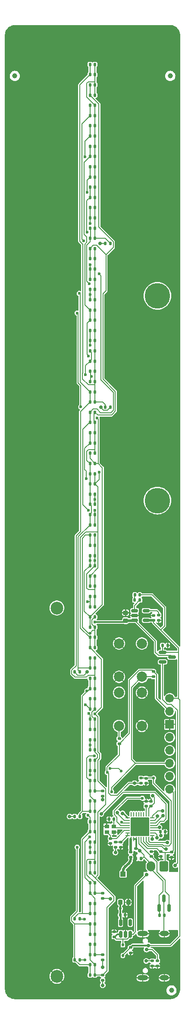
<source format=gbr>
%TF.GenerationSoftware,KiCad,Pcbnew,8.0.7-8.0.7-0~ubuntu24.04.1*%
%TF.CreationDate,2024-12-04T16:15:17+01:00*%
%TF.ProjectId,v_ggtermometer,76e46767-7465-4726-9d6f-6d657465722e,rev?*%
%TF.SameCoordinates,Original*%
%TF.FileFunction,Copper,L1,Top*%
%TF.FilePolarity,Positive*%
%FSLAX46Y46*%
G04 Gerber Fmt 4.6, Leading zero omitted, Abs format (unit mm)*
G04 Created by KiCad (PCBNEW 8.0.7-8.0.7-0~ubuntu24.04.1) date 2024-12-04 16:15:17*
%MOMM*%
%LPD*%
G01*
G04 APERTURE LIST*
G04 Aperture macros list*
%AMRoundRect*
0 Rectangle with rounded corners*
0 $1 Rounding radius*
0 $2 $3 $4 $5 $6 $7 $8 $9 X,Y pos of 4 corners*
0 Add a 4 corners polygon primitive as box body*
4,1,4,$2,$3,$4,$5,$6,$7,$8,$9,$2,$3,0*
0 Add four circle primitives for the rounded corners*
1,1,$1+$1,$2,$3*
1,1,$1+$1,$4,$5*
1,1,$1+$1,$6,$7*
1,1,$1+$1,$8,$9*
0 Add four rect primitives between the rounded corners*
20,1,$1+$1,$2,$3,$4,$5,0*
20,1,$1+$1,$4,$5,$6,$7,0*
20,1,$1+$1,$6,$7,$8,$9,0*
20,1,$1+$1,$8,$9,$2,$3,0*%
G04 Aperture macros list end*
%TA.AperFunction,SMDPad,CuDef*%
%ADD10RoundRect,0.147500X-0.147500X-0.172500X0.147500X-0.172500X0.147500X0.172500X-0.147500X0.172500X0*%
%TD*%
%TA.AperFunction,SMDPad,CuDef*%
%ADD11C,1.000000*%
%TD*%
%TA.AperFunction,SMDPad,CuDef*%
%ADD12RoundRect,0.147500X0.147500X0.172500X-0.147500X0.172500X-0.147500X-0.172500X0.147500X-0.172500X0*%
%TD*%
%TA.AperFunction,SMDPad,CuDef*%
%ADD13RoundRect,0.140000X-0.140000X-0.170000X0.140000X-0.170000X0.140000X0.170000X-0.140000X0.170000X0*%
%TD*%
%TA.AperFunction,SMDPad,CuDef*%
%ADD14RoundRect,0.135000X0.185000X-0.135000X0.185000X0.135000X-0.185000X0.135000X-0.185000X-0.135000X0*%
%TD*%
%TA.AperFunction,SMDPad,CuDef*%
%ADD15RoundRect,0.140000X0.170000X-0.140000X0.170000X0.140000X-0.170000X0.140000X-0.170000X-0.140000X0*%
%TD*%
%TA.AperFunction,SMDPad,CuDef*%
%ADD16RoundRect,0.140000X-0.170000X0.140000X-0.170000X-0.140000X0.170000X-0.140000X0.170000X0.140000X0*%
%TD*%
%TA.AperFunction,WasherPad*%
%ADD17C,5.000000*%
%TD*%
%TA.AperFunction,SMDPad,CuDef*%
%ADD18R,0.900000X0.800000*%
%TD*%
%TA.AperFunction,SMDPad,CuDef*%
%ADD19RoundRect,0.135000X-0.185000X0.135000X-0.185000X-0.135000X0.185000X-0.135000X0.185000X0.135000X0*%
%TD*%
%TA.AperFunction,SMDPad,CuDef*%
%ADD20RoundRect,0.225000X-0.250000X0.225000X-0.250000X-0.225000X0.250000X-0.225000X0.250000X0.225000X0*%
%TD*%
%TA.AperFunction,SMDPad,CuDef*%
%ADD21RoundRect,0.225000X-0.225000X-0.250000X0.225000X-0.250000X0.225000X0.250000X-0.225000X0.250000X0*%
%TD*%
%TA.AperFunction,SMDPad,CuDef*%
%ADD22RoundRect,0.135000X0.135000X0.185000X-0.135000X0.185000X-0.135000X-0.185000X0.135000X-0.185000X0*%
%TD*%
%TA.AperFunction,SMDPad,CuDef*%
%ADD23RoundRect,0.150000X0.150000X-0.512500X0.150000X0.512500X-0.150000X0.512500X-0.150000X-0.512500X0*%
%TD*%
%TA.AperFunction,SMDPad,CuDef*%
%ADD24RoundRect,0.140000X0.140000X0.170000X-0.140000X0.170000X-0.140000X-0.170000X0.140000X-0.170000X0*%
%TD*%
%TA.AperFunction,ComponentPad*%
%ADD25C,2.000000*%
%TD*%
%TA.AperFunction,SMDPad,CuDef*%
%ADD26R,1.000000X1.000000*%
%TD*%
%TA.AperFunction,SMDPad,CuDef*%
%ADD27R,1.050000X2.200000*%
%TD*%
%TA.AperFunction,SMDPad,CuDef*%
%ADD28RoundRect,0.150000X-0.512500X-0.150000X0.512500X-0.150000X0.512500X0.150000X-0.512500X0.150000X0*%
%TD*%
%TA.AperFunction,SMDPad,CuDef*%
%ADD29RoundRect,0.135000X-0.135000X-0.185000X0.135000X-0.185000X0.135000X0.185000X-0.135000X0.185000X0*%
%TD*%
%TA.AperFunction,ComponentPad*%
%ADD30C,1.700000*%
%TD*%
%TA.AperFunction,ComponentPad*%
%ADD31O,1.700000X1.700000*%
%TD*%
%TA.AperFunction,ComponentPad*%
%ADD32R,1.700000X1.700000*%
%TD*%
%TA.AperFunction,SMDPad,CuDef*%
%ADD33RoundRect,0.112500X-0.112500X0.187500X-0.112500X-0.187500X0.112500X-0.187500X0.112500X0.187500X0*%
%TD*%
%TA.AperFunction,SMDPad,CuDef*%
%ADD34RoundRect,0.150000X-0.587500X-0.150000X0.587500X-0.150000X0.587500X0.150000X-0.587500X0.150000X0*%
%TD*%
%TA.AperFunction,SMDPad,CuDef*%
%ADD35RoundRect,0.062500X0.062500X-0.375000X0.062500X0.375000X-0.062500X0.375000X-0.062500X-0.375000X0*%
%TD*%
%TA.AperFunction,SMDPad,CuDef*%
%ADD36RoundRect,0.062500X0.375000X-0.062500X0.375000X0.062500X-0.375000X0.062500X-0.375000X-0.062500X0*%
%TD*%
%TA.AperFunction,HeatsinkPad*%
%ADD37R,3.450000X3.450000*%
%TD*%
%TA.AperFunction,SMDPad,CuDef*%
%ADD38RoundRect,0.150000X0.150000X-0.587500X0.150000X0.587500X-0.150000X0.587500X-0.150000X-0.587500X0*%
%TD*%
%TA.AperFunction,ComponentPad*%
%ADD39RoundRect,0.250000X0.600000X0.750000X-0.600000X0.750000X-0.600000X-0.750000X0.600000X-0.750000X0*%
%TD*%
%TA.AperFunction,ComponentPad*%
%ADD40O,1.700000X2.000000*%
%TD*%
%TA.AperFunction,ComponentPad*%
%ADD41C,2.500000*%
%TD*%
%TA.AperFunction,ComponentPad*%
%ADD42O,1.800000X1.000000*%
%TD*%
%TA.AperFunction,ComponentPad*%
%ADD43O,2.100000X1.000000*%
%TD*%
%TA.AperFunction,ViaPad*%
%ADD44C,0.600000*%
%TD*%
%TA.AperFunction,ViaPad*%
%ADD45C,0.700000*%
%TD*%
%TA.AperFunction,Conductor*%
%ADD46C,0.200000*%
%TD*%
%TA.AperFunction,Conductor*%
%ADD47C,0.500000*%
%TD*%
%TA.AperFunction,Conductor*%
%ADD48C,0.300000*%
%TD*%
G04 APERTURE END LIST*
D10*
%TO.P,D1,1,K*%
%TO.N,/blue*%
X16340990Y182340990D03*
%TO.P,D1,2,A*%
%TO.N,/purple*%
X17310990Y182340990D03*
%TD*%
D11*
%TO.P,FID1,*%
%TO.N,*%
X32340990Y1340990D03*
%TD*%
D12*
%TO.P,D2,1,K*%
%TO.N,/purple*%
X17310990Y180340990D03*
%TO.P,D2,2,A*%
%TO.N,/blue*%
X16340990Y180340990D03*
%TD*%
D13*
%TO.P,C10,1*%
%TO.N,+3.3V*%
X30130990Y32340990D03*
%TO.P,C10,2*%
%TO.N,GND*%
X31090990Y32340990D03*
%TD*%
D14*
%TO.P,R13,1*%
%TO.N,+3.3V*%
X26340990Y41830990D03*
%TO.P,R13,2*%
%TO.N,EN*%
X26340990Y42850990D03*
%TD*%
D12*
%TO.P,D50,1,K*%
%TO.N,/l-green*%
X17310990Y98340990D03*
%TO.P,D50,2,A*%
%TO.N,/celeste*%
X16340990Y98340990D03*
%TD*%
D10*
%TO.P,D16,1,K*%
%TO.N,/beige*%
X16340990Y110340990D03*
%TO.P,D16,2,A*%
%TO.N,/celeste*%
X17310990Y110340990D03*
%TD*%
D12*
%TO.P,D8,1,K*%
%TO.N,/green*%
X17310990Y88340990D03*
%TO.P,D8,2,A*%
%TO.N,/beige*%
X16340990Y88340990D03*
%TD*%
D14*
%TO.P,R9,1*%
%TO.N,IO8*%
X18840990Y7330990D03*
%TO.P,R9,2*%
%TO.N,/l-green*%
X18840990Y8350990D03*
%TD*%
D12*
%TO.P,D85,1,K*%
%TO.N,/l-green*%
X17310990Y8340990D03*
%TO.P,D85,2,A*%
%TO.N,/orange*%
X16340990Y8340990D03*
%TD*%
D15*
%TO.P,C14,1*%
%TO.N,+5V*%
X28850990Y73680990D03*
%TO.P,C14,2*%
%TO.N,GND*%
X28850990Y74640990D03*
%TD*%
D16*
%TO.P,C8,1*%
%TO.N,GND*%
X28390990Y28470990D03*
%TO.P,C8,2*%
%TO.N,IO0*%
X28390990Y27510990D03*
%TD*%
D12*
%TO.P,D25,1,K*%
%TO.N,/purple*%
X17310990Y172340990D03*
%TO.P,D25,2,A*%
%TO.N,/green*%
X16340990Y172340990D03*
%TD*%
D17*
%TO.P,REF\u002A\u002A,*%
%TO.N,*%
X29590990Y97090990D03*
%TD*%
D15*
%TO.P,C9,1*%
%TO.N,+3.3V*%
X28340990Y37360990D03*
%TO.P,C9,2*%
%TO.N,GND*%
X28340990Y38320990D03*
%TD*%
D13*
%TO.P,C2,1*%
%TO.N,GND*%
X23360990Y29340990D03*
%TO.P,C2,2*%
%TO.N,Net-(U1-LNA_IN)*%
X24320990Y29340990D03*
%TD*%
D15*
%TO.P,C7,1*%
%TO.N,Net-(U1-VDD_SPI{slash}GPIO11)*%
X27360990Y37360990D03*
%TO.P,C7,2*%
%TO.N,GND*%
X27360990Y38320990D03*
%TD*%
D18*
%TO.P,Y1,1,1*%
%TO.N,Net-(U1-XTAL_P)*%
X19640990Y32290990D03*
%TO.P,Y1,2,2*%
%TO.N,GND*%
X21040990Y32290990D03*
%TO.P,Y1,3,3*%
%TO.N,Net-(U1-XTAL_N)*%
X21040990Y33390990D03*
%TO.P,Y1,4,4*%
%TO.N,GND*%
X19640990Y33390990D03*
%TD*%
D10*
%TO.P,D22,1,K*%
%TO.N,/celeste*%
X16340990Y66340990D03*
%TO.P,D22,2,A*%
%TO.N,/l-blue*%
X17310990Y66340990D03*
%TD*%
D12*
%TO.P,D38,1,K*%
%TO.N,/orange*%
X17310990Y102340990D03*
%TO.P,D38,2,A*%
%TO.N,/celeste*%
X16340990Y102340990D03*
%TD*%
D10*
%TO.P,D51,1,K*%
%TO.N,/celeste*%
X16340990Y96340990D03*
%TO.P,D51,2,A*%
%TO.N,/l-green*%
X17310990Y96340990D03*
%TD*%
D12*
%TO.P,D37,1,K*%
%TO.N,/blue*%
X17310990Y132340990D03*
%TO.P,D37,2,A*%
%TO.N,/red*%
X16340990Y132340990D03*
%TD*%
D19*
%TO.P,R15,1*%
%TO.N,IO1*%
X32340990Y28350990D03*
%TO.P,R15,2*%
%TO.N,GND*%
X32340990Y27330990D03*
%TD*%
D12*
%TO.P,D15,1,K*%
%TO.N,/blue*%
X17310990Y140340990D03*
%TO.P,D15,2,A*%
%TO.N,/green*%
X16340990Y140340990D03*
%TD*%
D10*
%TO.P,D54,1,K*%
%TO.N,/red*%
X16340990Y54340990D03*
%TO.P,D54,2,A*%
%TO.N,/l-blue*%
X17310990Y54340990D03*
%TD*%
D19*
%TO.P,RV1,1*%
%TO.N,+5V*%
X24290990Y9723490D03*
%TO.P,RV1,2*%
%TO.N,GND*%
X24290990Y8703490D03*
%TD*%
D15*
%TO.P,C4,1*%
%TO.N,GND*%
X27340990Y41860990D03*
%TO.P,C4,2*%
%TO.N,EN*%
X27340990Y42820990D03*
%TD*%
D20*
%TO.P,C15,1*%
%TO.N,GND*%
X23350990Y75165990D03*
%TO.P,C15,2*%
%TO.N,VBAT*%
X23350990Y73615990D03*
%TD*%
D17*
%TO.P,REF\u002A\u002A,*%
%TO.N,*%
X29590990Y137090990D03*
%TD*%
D10*
%TO.P,D86,1,K*%
%TO.N,/l-green*%
X16340990Y22340990D03*
%TO.P,D86,2,A*%
%TO.N,/cyan*%
X17310990Y22340990D03*
%TD*%
%TO.P,D62,1,K*%
%TO.N,/beige*%
X16340990Y18340990D03*
%TO.P,D62,2,A*%
%TO.N,/l-green*%
X17310990Y18340990D03*
%TD*%
D14*
%TO.P,FB1,1*%
%TO.N,+3.3V*%
X21340990Y29330990D03*
%TO.P,FB1,2*%
%TO.N,Net-(C1-Pad1)*%
X21340990Y30350990D03*
%TD*%
D12*
%TO.P,D27,1,K*%
%TO.N,/blue*%
X17310990Y136340990D03*
%TO.P,D27,2,A*%
%TO.N,/beige*%
X16340990Y136340990D03*
%TD*%
%TO.P,D45,1,K*%
%TO.N,/l-blue*%
X17310990Y56340990D03*
%TO.P,D45,2,A*%
%TO.N,/beige*%
X16340990Y56340990D03*
%TD*%
D10*
%TO.P,D34,1,K*%
%TO.N,/beige*%
X16340990Y170340990D03*
%TO.P,D34,2,A*%
%TO.N,/purple*%
X17310990Y170340990D03*
%TD*%
D21*
%TO.P,C18,1*%
%TO.N,+3.3V*%
X22315990Y18590990D03*
%TO.P,C18,2*%
%TO.N,GND*%
X23865990Y18590990D03*
%TD*%
D10*
%TO.P,D40,1,K*%
%TO.N,/l-green*%
X16340990Y78340990D03*
%TO.P,D40,2,A*%
%TO.N,/green*%
X17310990Y78340990D03*
%TD*%
%TO.P,D48,1,K*%
%TO.N,/orange*%
X16340990Y130340990D03*
%TO.P,D48,2,A*%
%TO.N,/blue*%
X17310990Y130340990D03*
%TD*%
D12*
%TO.P,D87,1,K*%
%TO.N,/cyan*%
X17310990Y20340990D03*
%TO.P,D87,2,A*%
%TO.N,/l-green*%
X16340990Y20340990D03*
%TD*%
%TO.P,D33,1,K*%
%TO.N,/l-blue*%
X17310990Y60340990D03*
%TO.P,D33,2,A*%
%TO.N,/green*%
X16340990Y60340990D03*
%TD*%
%TO.P,D41,1,K*%
%TO.N,/green*%
X17310990Y76340990D03*
%TO.P,D41,2,A*%
%TO.N,/l-green*%
X16340990Y76340990D03*
%TD*%
D19*
%TO.P,R6,1*%
%TO.N,/CC1*%
X29586180Y7105800D03*
%TO.P,R6,2*%
%TO.N,GND*%
X29586180Y6085800D03*
%TD*%
D10*
%TO.P,D20,1,K*%
%TO.N,/orange*%
X16340990Y70340990D03*
%TO.P,D20,2,A*%
%TO.N,/beige*%
X17310990Y70340990D03*
%TD*%
%TO.P,D30,1,K*%
%TO.N,/orange*%
X16340990Y82340990D03*
%TO.P,D30,2,A*%
%TO.N,/green*%
X17310990Y82340990D03*
%TD*%
%TO.P,D11,1,K*%
%TO.N,Net-(D11-K)*%
X25145990Y78650990D03*
%TO.P,D11,2,A*%
%TO.N,+5V*%
X26115990Y78650990D03*
%TD*%
%TO.P,D26,1,K*%
%TO.N,/beige*%
X16340990Y138340990D03*
%TO.P,D26,2,A*%
%TO.N,/blue*%
X17310990Y138340990D03*
%TD*%
D12*
%TO.P,D60,1,K*%
%TO.N,/cyan*%
X17310990Y94340990D03*
%TO.P,D60,2,A*%
%TO.N,/celeste*%
X16340990Y94340990D03*
%TD*%
D14*
%TO.P,R7,1*%
%TO.N,IO6*%
X18840990Y19330990D03*
%TO.P,R7,2*%
%TO.N,/cyan*%
X18840990Y20350990D03*
%TD*%
D22*
%TO.P,R18,1*%
%TO.N,GND*%
X31600990Y68790990D03*
%TO.P,R18,2*%
%TO.N,+5V*%
X30580990Y68790990D03*
%TD*%
D14*
%TO.P,R11,1*%
%TO.N,+3.3V*%
X22090990Y49580990D03*
%TO.P,R11,2*%
%TO.N,Net-(U1-GPIO3{slash}ADC1_CH3)*%
X22090990Y50600990D03*
%TD*%
D23*
%TO.P,U2,1,IN*%
%TO.N,VCC*%
X22340990Y12315990D03*
%TO.P,U2,2,GND*%
%TO.N,GND*%
X23290990Y12315990D03*
%TO.P,U2,3,EN*%
%TO.N,VCC*%
X24240990Y12315990D03*
%TO.P,U2,4,NC*%
%TO.N,unconnected-(U2-NC-Pad4)*%
X24240990Y14590990D03*
%TO.P,U2,5,OUT*%
%TO.N,+3.3V*%
X22340990Y14590990D03*
%TD*%
D12*
%TO.P,D49,1,K*%
%TO.N,/blue*%
X17310990Y128340990D03*
%TO.P,D49,2,A*%
%TO.N,/orange*%
X16340990Y128340990D03*
%TD*%
D11*
%TO.P,FID2,*%
%TO.N,*%
X1590990Y180090990D03*
%TD*%
D24*
%TO.P,C16,1*%
%TO.N,GND*%
X30920990Y15990990D03*
%TO.P,C16,2*%
%TO.N,+3.3V*%
X29960990Y15990990D03*
%TD*%
D12*
%TO.P,D19,1,K*%
%TO.N,/green*%
X17310990Y84340990D03*
%TO.P,D19,2,A*%
%TO.N,/red*%
X16340990Y84340990D03*
%TD*%
%TO.P,D81,1,K*%
%TO.N,/blue*%
X17310990Y116340990D03*
%TO.P,D81,2,A*%
%TO.N,/l-blue*%
X16340990Y116340990D03*
%TD*%
D22*
%TO.P,R14,1*%
%TO.N,IO20*%
X14350990Y7340990D03*
%TO.P,R14,2*%
%TO.N,/red*%
X13330990Y7340990D03*
%TD*%
D16*
%TO.P,C1,1*%
%TO.N,Net-(C1-Pad1)*%
X22340990Y30320990D03*
%TO.P,C1,2*%
%TO.N,GND*%
X22340990Y29360990D03*
%TD*%
D12*
%TO.P,D55,1,K*%
%TO.N,/l-blue*%
X17310990Y52340990D03*
%TO.P,D55,2,A*%
%TO.N,/red*%
X16340990Y52340990D03*
%TD*%
D19*
%TO.P,R5,1*%
%TO.N,/CC2*%
X28586180Y7115800D03*
%TO.P,R5,2*%
%TO.N,GND*%
X28586180Y6095800D03*
%TD*%
D10*
%TO.P,D39,1,K*%
%TO.N,/celeste*%
X16340990Y100340990D03*
%TO.P,D39,2,A*%
%TO.N,/orange*%
X17310990Y100340990D03*
%TD*%
D25*
%TO.P,SW3,1,A*%
%TO.N,IO20*%
X26540990Y69140990D03*
X26540990Y62640990D03*
%TO.P,SW3,3,B*%
%TO.N,GND*%
X22040990Y69140990D03*
X22040990Y62640990D03*
%TD*%
D10*
%TO.P,D74,1,K*%
%TO.N,/orange*%
X16340990Y26340990D03*
%TO.P,D74,2,A*%
%TO.N,/cyan*%
X17310990Y26340990D03*
%TD*%
D26*
%TO.P,J4,1,In*%
%TO.N,Net-(J4-In)*%
X22840990Y24090990D03*
D27*
%TO.P,J4,2,Ext*%
%TO.N,GND*%
X24315990Y22590990D03*
D26*
X22840990Y21090990D03*
D27*
X21365990Y22590990D03*
%TD*%
D10*
%TO.P,D29,1,K*%
%TO.N,/celeste*%
X16340990Y104340990D03*
%TO.P,D29,2,A*%
%TO.N,/red*%
X17310990Y104340990D03*
%TD*%
%TO.P,D9,1,K*%
%TO.N,/red*%
X16340990Y74340990D03*
%TO.P,D9,2,A*%
%TO.N,/beige*%
X17310990Y74340990D03*
%TD*%
%TO.P,D80,1,K*%
%TO.N,/l-blue*%
X16340990Y118340990D03*
%TO.P,D80,2,A*%
%TO.N,/blue*%
X17310990Y118340990D03*
%TD*%
%TO.P,D90,1,K*%
%TO.N,/l-blue*%
X16340990Y150340990D03*
%TO.P,D90,2,A*%
%TO.N,/purple*%
X17310990Y150340990D03*
%TD*%
D15*
%TO.P,C3,1*%
%TO.N,GND*%
X25340990Y28110990D03*
%TO.P,C3,2*%
%TO.N,+3.3V*%
X25340990Y29070990D03*
%TD*%
%TO.P,C6,1*%
%TO.N,GND*%
X20340990Y30090990D03*
%TO.P,C6,2*%
%TO.N,Net-(U1-XTAL_P)*%
X20340990Y31050990D03*
%TD*%
D10*
%TO.P,D32,1,K*%
%TO.N,/green*%
X16340990Y62340990D03*
%TO.P,D32,2,A*%
%TO.N,/l-blue*%
X17310990Y62340990D03*
%TD*%
D12*
%TO.P,D89,1,K*%
%TO.N,/l-blue*%
X17310990Y40340990D03*
%TO.P,D89,2,A*%
%TO.N,/cyan*%
X16340990Y40340990D03*
%TD*%
%TO.P,D53,1,K*%
%TO.N,/cyan*%
X17310990Y32340990D03*
%TO.P,D53,2,A*%
%TO.N,/beige*%
X16340990Y32340990D03*
%TD*%
%TO.P,D31,1,K*%
%TO.N,/green*%
X17310990Y80340990D03*
%TO.P,D31,2,A*%
%TO.N,/orange*%
X16340990Y80340990D03*
%TD*%
D10*
%TO.P,D68,1,K*%
%TO.N,/l-green*%
X16340990Y158340990D03*
%TO.P,D68,2,A*%
%TO.N,/purple*%
X17310990Y158340990D03*
%TD*%
D13*
%TO.P,C5,1*%
%TO.N,GND*%
X20090990Y34840990D03*
%TO.P,C5,2*%
%TO.N,Net-(U1-XTAL_N)*%
X21050990Y34840990D03*
%TD*%
D10*
%TO.P,D42,1,K*%
%TO.N,/green*%
X16340990Y38340990D03*
%TO.P,D42,2,A*%
%TO.N,/cyan*%
X17310990Y38340990D03*
%TD*%
D12*
%TO.P,D75,1,K*%
%TO.N,/cyan*%
X17310990Y24340990D03*
%TO.P,D75,2,A*%
%TO.N,/orange*%
X16340990Y24340990D03*
%TD*%
D14*
%TO.P,R16,1*%
%TO.N,GND*%
X29850990Y73670990D03*
%TO.P,R16,2*%
%TO.N,Net-(U4-PROG)*%
X29850990Y74690990D03*
%TD*%
D12*
%TO.P,D13,1,K*%
%TO.N,/purple*%
X17310990Y176340990D03*
%TO.P,D13,2,A*%
%TO.N,/celeste*%
X16340990Y176340990D03*
%TD*%
D24*
%TO.P,C12,1*%
%TO.N,GND*%
X23270990Y16090990D03*
%TO.P,C12,2*%
%TO.N,+3.3V*%
X22310990Y16090990D03*
%TD*%
D28*
%TO.P,U4,1,STAT*%
%TO.N,Net-(U4-STAT)*%
X25100990Y75580990D03*
%TO.P,U4,2,GND*%
%TO.N,GND*%
X25100990Y74630990D03*
%TO.P,U4,3,VBAT*%
%TO.N,VBAT*%
X25100990Y73680990D03*
%TO.P,U4,4,VDD*%
%TO.N,+5V*%
X27375990Y73680990D03*
%TO.P,U4,5,PROG*%
%TO.N,Net-(U4-PROG)*%
X27375990Y75580990D03*
%TD*%
D12*
%TO.P,D6,1,K*%
%TO.N,/celeste*%
X17310990Y112340990D03*
%TO.P,D6,2,A*%
%TO.N,/green*%
X16340990Y112340990D03*
%TD*%
D14*
%TO.P,R12,1*%
%TO.N,IO10*%
X18840990Y3340990D03*
%TO.P,R12,2*%
%TO.N,/orange*%
X18840990Y4360990D03*
%TD*%
D25*
%TO.P,SW1,1,A*%
%TO.N,Net-(U1-GPIO3{slash}ADC1_CH3)*%
X22040990Y53040990D03*
X22040990Y59540990D03*
%TO.P,SW1,3,B*%
%TO.N,GND*%
X26540990Y53040990D03*
X26540990Y59540990D03*
%TD*%
D12*
%TO.P,D91,1,K*%
%TO.N,/purple*%
X17310990Y148340990D03*
%TO.P,D91,2,A*%
%TO.N,/l-blue*%
X16340990Y148340990D03*
%TD*%
D10*
%TO.P,D46,1,K*%
%TO.N,/red*%
X16340990Y166340990D03*
%TO.P,D46,2,A*%
%TO.N,/purple*%
X17310990Y166340990D03*
%TD*%
%TO.P,D14,1,K*%
%TO.N,/green*%
X16340990Y142340990D03*
%TO.P,D14,2,A*%
%TO.N,/blue*%
X17310990Y142340990D03*
%TD*%
%TO.P,D82,1,K*%
%TO.N,/red*%
X16340990Y6340990D03*
%TO.P,D82,2,A*%
%TO.N,/orange*%
X17310990Y6340990D03*
%TD*%
%TO.P,D72,1,K*%
%TO.N,/red*%
X16340990Y14340990D03*
%TO.P,D72,2,A*%
%TO.N,/l-green*%
X17310990Y14340990D03*
%TD*%
%TO.P,D36,1,K*%
%TO.N,/red*%
X16340990Y134340990D03*
%TO.P,D36,2,A*%
%TO.N,/blue*%
X17310990Y134340990D03*
%TD*%
D11*
%TO.P,FID3,*%
%TO.N,*%
X32090990Y180090990D03*
%TD*%
D12*
%TO.P,D59,1,K*%
%TO.N,/blue*%
X17310990Y124340990D03*
%TO.P,D59,2,A*%
%TO.N,/l-green*%
X16340990Y124340990D03*
%TD*%
D10*
%TO.P,D52,1,K*%
%TO.N,/beige*%
X16340990Y34340990D03*
%TO.P,D52,2,A*%
%TO.N,/cyan*%
X17310990Y34340990D03*
%TD*%
%TO.P,D24,1,K*%
%TO.N,/green*%
X16340990Y174340990D03*
%TO.P,D24,2,A*%
%TO.N,/purple*%
X17310990Y174340990D03*
%TD*%
%TO.P,D56,1,K*%
%TO.N,/orange*%
X16340990Y162340990D03*
%TO.P,D56,2,A*%
%TO.N,/purple*%
X17310990Y162340990D03*
%TD*%
D29*
%TO.P,R8,1*%
%TO.N,IO7*%
X13330990Y35340990D03*
%TO.P,R8,2*%
%TO.N,/green*%
X14350990Y35340990D03*
%TD*%
D10*
%TO.P,D61,1,K*%
%TO.N,/celeste*%
X16340990Y92340990D03*
%TO.P,D61,2,A*%
%TO.N,/cyan*%
X17310990Y92340990D03*
%TD*%
D12*
%TO.P,D35,1,K*%
%TO.N,/purple*%
X17310990Y168340990D03*
%TO.P,D35,2,A*%
%TO.N,/beige*%
X16340990Y168340990D03*
%TD*%
%TO.P,D17,1,K*%
%TO.N,/celeste*%
X17310990Y108340990D03*
%TO.P,D17,2,A*%
%TO.N,/beige*%
X16340990Y108340990D03*
%TD*%
%TO.P,D4,1,K*%
%TO.N,/blue*%
X17310990Y144340990D03*
%TO.P,D4,2,A*%
%TO.N,/celeste*%
X16340990Y144340990D03*
%TD*%
D22*
%TO.P,R10,1*%
%TO.N,IO9*%
X14350990Y15340990D03*
%TO.P,R10,2*%
%TO.N,/beige*%
X13330990Y15340990D03*
%TD*%
D10*
%TO.P,D18,1,K*%
%TO.N,/red*%
X16340990Y86340990D03*
%TO.P,D18,2,A*%
%TO.N,/green*%
X17310990Y86340990D03*
%TD*%
%TO.P,D76,1,K*%
%TO.N,/l-green*%
X16340990Y46340990D03*
%TO.P,D76,2,A*%
%TO.N,/l-blue*%
X17310990Y46340990D03*
%TD*%
%TO.P,D44,1,K*%
%TO.N,/beige*%
X16340990Y58340990D03*
%TO.P,D44,2,A*%
%TO.N,/l-blue*%
X17310990Y58340990D03*
%TD*%
D12*
%TO.P,D69,1,K*%
%TO.N,/purple*%
X17310990Y156340990D03*
%TO.P,D69,2,A*%
%TO.N,/l-green*%
X16340990Y156340990D03*
%TD*%
D15*
%TO.P,C17,1*%
%TO.N,GND*%
X30290990Y27510990D03*
%TO.P,C17,2*%
%TO.N,IO1*%
X30290990Y28470990D03*
%TD*%
D12*
%TO.P,D71,1,K*%
%TO.N,/blue*%
X17310990Y120340990D03*
%TO.P,D71,2,A*%
%TO.N,/cyan*%
X16340990Y120340990D03*
%TD*%
D10*
%TO.P,D5,1,K*%
%TO.N,/green*%
X16340990Y114340990D03*
%TO.P,D5,2,A*%
%TO.N,/celeste*%
X17310990Y114340990D03*
%TD*%
D12*
%TO.P,D43,1,K*%
%TO.N,/cyan*%
X17310990Y36340990D03*
%TO.P,D43,2,A*%
%TO.N,/green*%
X16340990Y36340990D03*
%TD*%
%TO.P,D21,1,K*%
%TO.N,/beige*%
X17310990Y68340990D03*
%TO.P,D21,2,A*%
%TO.N,/orange*%
X16340990Y68340990D03*
%TD*%
D10*
%TO.P,D12,1,K*%
%TO.N,/celeste*%
X16340990Y178340990D03*
%TO.P,D12,2,A*%
%TO.N,/purple*%
X17310990Y178340990D03*
%TD*%
D12*
%TO.P,D67,1,K*%
%TO.N,/l-blue*%
X17310990Y48340990D03*
%TO.P,D67,2,A*%
%TO.N,/orange*%
X16340990Y48340990D03*
%TD*%
%TO.P,D83,1,K*%
%TO.N,/orange*%
X17310990Y4340990D03*
%TO.P,D83,2,A*%
%TO.N,/red*%
X16340990Y4340990D03*
%TD*%
D10*
%TO.P,D84,1,K*%
%TO.N,/orange*%
X16340990Y10340990D03*
%TO.P,D84,2,A*%
%TO.N,/l-green*%
X17310990Y10340990D03*
%TD*%
D12*
%TO.P,D47,1,K*%
%TO.N,/purple*%
X17310990Y164340990D03*
%TO.P,D47,2,A*%
%TO.N,/red*%
X16340990Y164340990D03*
%TD*%
%TO.P,D77,1,K*%
%TO.N,/l-blue*%
X17310990Y44340990D03*
%TO.P,D77,2,A*%
%TO.N,/l-green*%
X16340990Y44340990D03*
%TD*%
D30*
%TO.P,J2,1,Pin_1*%
%TO.N,+5V*%
X31990990Y58420990D03*
D31*
%TO.P,J2,2,Pin_2*%
%TO.N,+3.3V*%
X31990990Y55880990D03*
D32*
%TO.P,J2,3,Pin_3*%
%TO.N,GND*%
X31990990Y53340990D03*
D31*
%TO.P,J2,4,Pin_4*%
%TO.N,EN*%
X31990990Y50800990D03*
%TO.P,J2,5,Pin_5*%
%TO.N,IO21*%
X31990990Y48260990D03*
%TO.P,J2,6,Pin_6*%
%TO.N,IO20*%
X31990990Y45720990D03*
%TO.P,J2,7,Pin_7*%
%TO.N,IO9*%
X31990990Y43180990D03*
%TO.P,J2,8,Pin_8*%
%TO.N,IO1*%
X31990990Y40640990D03*
%TD*%
D29*
%TO.P,R17,1*%
%TO.N,Net-(D11-K)*%
X25120990Y77640990D03*
%TO.P,R17,2*%
%TO.N,Net-(U4-STAT)*%
X26140990Y77640990D03*
%TD*%
D33*
%TO.P,D93,1,K*%
%TO.N,VCC*%
X22790990Y10240990D03*
%TO.P,D93,2,A*%
%TO.N,+5V*%
X22790990Y8140990D03*
%TD*%
D24*
%TO.P,C13,1*%
%TO.N,+3.3V*%
X26320990Y27090990D03*
%TO.P,C13,2*%
%TO.N,GND*%
X25360990Y27090990D03*
%TD*%
D12*
%TO.P,D10,1,K*%
%TO.N,/beige*%
X17310990Y72340990D03*
%TO.P,D10,2,A*%
%TO.N,/red*%
X16340990Y72340990D03*
%TD*%
D22*
%TO.P,R2,1*%
%TO.N,IO21*%
X20350990Y115340990D03*
%TO.P,R2,2*%
%TO.N,/blue*%
X19330990Y115340990D03*
%TD*%
D19*
%TO.P,L1,1*%
%TO.N,Net-(U1-LNA_IN)*%
X24340990Y28350990D03*
%TO.P,L1,2*%
%TO.N,Net-(J4-In)*%
X24340990Y27330990D03*
%TD*%
D12*
%TO.P,D65,1,K*%
%TO.N,/cyan*%
X17310990Y28340990D03*
%TO.P,D65,2,A*%
%TO.N,/red*%
X16340990Y28340990D03*
%TD*%
D10*
%TO.P,D88,1,K*%
%TO.N,/cyan*%
X16340990Y42340990D03*
%TO.P,D88,2,A*%
%TO.N,/l-blue*%
X17310990Y42340990D03*
%TD*%
%TO.P,D58,1,K*%
%TO.N,/l-green*%
X16340990Y126340990D03*
%TO.P,D58,2,A*%
%TO.N,/blue*%
X17310990Y126340990D03*
%TD*%
%TO.P,D70,1,K*%
%TO.N,/cyan*%
X16340990Y122340990D03*
%TO.P,D70,2,A*%
%TO.N,/blue*%
X17310990Y122340990D03*
%TD*%
D12*
%TO.P,D57,1,K*%
%TO.N,/purple*%
X17310990Y160340990D03*
%TO.P,D57,2,A*%
%TO.N,/orange*%
X16340990Y160340990D03*
%TD*%
D10*
%TO.P,D66,1,K*%
%TO.N,/orange*%
X16340990Y50340990D03*
%TO.P,D66,2,A*%
%TO.N,/l-blue*%
X17310990Y50340990D03*
%TD*%
D12*
%TO.P,D73,1,K*%
%TO.N,/l-green*%
X17310990Y12340990D03*
%TO.P,D73,2,A*%
%TO.N,/red*%
X16340990Y12340990D03*
%TD*%
D29*
%TO.P,R4,1*%
%TO.N,IO5*%
X13330990Y63590990D03*
%TO.P,R4,2*%
%TO.N,/celeste*%
X14350990Y63590990D03*
%TD*%
D10*
%TO.P,D7,1,K*%
%TO.N,/beige*%
X16340990Y90340990D03*
%TO.P,D7,2,A*%
%TO.N,/green*%
X17310990Y90340990D03*
%TD*%
%TO.P,D78,1,K*%
%TO.N,/cyan*%
X16340990Y154340990D03*
%TO.P,D78,2,A*%
%TO.N,/purple*%
X17310990Y154340990D03*
%TD*%
D14*
%TO.P,R3,1*%
%TO.N,IO4*%
X18840990Y39330990D03*
%TO.P,R3,2*%
%TO.N,/l-blue*%
X18840990Y40350990D03*
%TD*%
D12*
%TO.P,D79,1,K*%
%TO.N,/purple*%
X17310990Y152340990D03*
%TO.P,D79,2,A*%
%TO.N,/cyan*%
X16340990Y152340990D03*
%TD*%
D34*
%TO.P,Q1,1,G*%
%TO.N,+5V*%
X30590990Y67440990D03*
%TO.P,Q1,2,S*%
%TO.N,VCC*%
X30590990Y65540990D03*
%TO.P,Q1,3,D*%
%TO.N,VBAT*%
X32465990Y66490990D03*
%TD*%
D10*
%TO.P,D64,1,K*%
%TO.N,/red*%
X16340990Y30340990D03*
%TO.P,D64,2,A*%
%TO.N,/cyan*%
X17310990Y30340990D03*
%TD*%
D35*
%TO.P,U1,1,LNA_IN*%
%TO.N,Net-(U1-LNA_IN)*%
X24403490Y30903490D03*
%TO.P,U1,2,VDD3P3*%
%TO.N,+3.3V*%
X24903490Y30903490D03*
%TO.P,U1,3,VDD3P3*%
X25403490Y30903490D03*
%TO.P,U1,4,XTAL_32K_P/ADC1_CH0*%
%TO.N,IO0*%
X25903490Y30903490D03*
%TO.P,U1,5,XTAL_32K_N/ADC1_CH1*%
%TO.N,IO1*%
X26403490Y30903490D03*
%TO.P,U1,6,GPIO2/ADC1_CH2*%
%TO.N,IO2*%
X26903490Y30903490D03*
%TO.P,U1,7,CHIP_EN*%
%TO.N,EN*%
X27403490Y30903490D03*
%TO.P,U1,8,GPIO3/ADC1_CH3*%
%TO.N,Net-(U1-GPIO3{slash}ADC1_CH3)*%
X27903490Y30903490D03*
D36*
%TO.P,U1,9,MTMS/GPIO4/ADC1_CH4*%
%TO.N,IO4*%
X28590990Y31590990D03*
%TO.P,U1,10,MTDI/GPIO5/ADC2_CH0*%
%TO.N,IO5*%
X28590990Y32090990D03*
%TO.P,U1,11,VDD3P3_RTC*%
%TO.N,+3.3V*%
X28590990Y32590990D03*
%TO.P,U1,12,MTCK/GPIO6*%
%TO.N,IO6*%
X28590990Y33090990D03*
%TO.P,U1,13,MTDO/GPIO7*%
%TO.N,IO7*%
X28590990Y33590990D03*
%TO.P,U1,14,GPIO8*%
%TO.N,IO8*%
X28590990Y34090990D03*
%TO.P,U1,15,GPIO9/BOOT*%
%TO.N,IO9*%
X28590990Y34590990D03*
%TO.P,U1,16,GPIO10*%
%TO.N,IO10*%
X28590990Y35090990D03*
D35*
%TO.P,U1,17,VDD3P3_CPU*%
%TO.N,+3.3V*%
X27903490Y35778490D03*
%TO.P,U1,18,VDD_SPI/GPIO11*%
%TO.N,Net-(U1-VDD_SPI{slash}GPIO11)*%
X27403490Y35778490D03*
%TO.P,U1,19,SPIHD/GPIO12*%
%TO.N,unconnected-(U1-SPIHD{slash}GPIO12-Pad19)*%
X26903490Y35778490D03*
%TO.P,U1,20,SPIWP/GPIO13*%
%TO.N,unconnected-(U1-SPIWP{slash}GPIO13-Pad20)*%
X26403490Y35778490D03*
%TO.P,U1,21,SPICS0/GPIO14*%
%TO.N,unconnected-(U1-SPICS0{slash}GPIO14-Pad21)*%
X25903490Y35778490D03*
%TO.P,U1,22,SPICLK/GPIO15*%
%TO.N,unconnected-(U1-SPICLK{slash}GPIO15-Pad22)*%
X25403490Y35778490D03*
%TO.P,U1,23,SPID/GPIO16*%
%TO.N,unconnected-(U1-SPID{slash}GPIO16-Pad23)*%
X24903490Y35778490D03*
%TO.P,U1,24,SPIQ/GPIO17*%
%TO.N,unconnected-(U1-SPIQ{slash}GPIO17-Pad24)*%
X24403490Y35778490D03*
D36*
%TO.P,U1,25,GPIO18/USB_D-*%
%TO.N,D-*%
X23715990Y35090990D03*
%TO.P,U1,26,GPIO19/USB_D+*%
%TO.N,D+*%
X23715990Y34590990D03*
%TO.P,U1,27,U0RXD/GPIO20*%
%TO.N,IO20*%
X23715990Y34090990D03*
%TO.P,U1,28,U0TXD/GPIO21*%
%TO.N,IO21*%
X23715990Y33590990D03*
%TO.P,U1,29,XTAL_N*%
%TO.N,Net-(U1-XTAL_N)*%
X23715990Y33090990D03*
%TO.P,U1,30,XTAL_P*%
%TO.N,Net-(U1-XTAL_P)*%
X23715990Y32590990D03*
%TO.P,U1,31,VDDA*%
%TO.N,Net-(C1-Pad1)*%
X23715990Y32090990D03*
%TO.P,U1,32,VDDA*%
X23715990Y31590990D03*
D37*
%TO.P,U1,33,GND*%
%TO.N,GND*%
X26153490Y33340990D03*
%TD*%
D12*
%TO.P,D23,1,K*%
%TO.N,/l-blue*%
X17310990Y64340990D03*
%TO.P,D23,2,A*%
%TO.N,/celeste*%
X16340990Y64340990D03*
%TD*%
D19*
%TO.P,R19,1*%
%TO.N,+3.3V*%
X28790990Y63690990D03*
%TO.P,R19,2*%
%TO.N,IO20*%
X28790990Y62670990D03*
%TD*%
D16*
%TO.P,C11,1*%
%TO.N,GND*%
X21090990Y12770990D03*
%TO.P,C11,2*%
%TO.N,VCC*%
X21090990Y11810990D03*
%TD*%
D10*
%TO.P,D28,1,K*%
%TO.N,/red*%
X16340990Y106340990D03*
%TO.P,D28,2,A*%
%TO.N,/celeste*%
X17310990Y106340990D03*
%TD*%
D12*
%TO.P,D63,1,K*%
%TO.N,/l-green*%
X17310990Y16340990D03*
%TO.P,D63,2,A*%
%TO.N,/beige*%
X16340990Y16340990D03*
%TD*%
D10*
%TO.P,D3,1,K*%
%TO.N,/celeste*%
X16340990Y146340990D03*
%TO.P,D3,2,A*%
%TO.N,/blue*%
X17310990Y146340990D03*
%TD*%
D38*
%TO.P,U3,1,V_{DD}*%
%TO.N,+3.3V*%
X29940990Y17453490D03*
%TO.P,U3,2,V_{OUT}*%
%TO.N,IO0*%
X31840990Y17453490D03*
%TO.P,U3,3,GND*%
%TO.N,GND*%
X30890990Y19328490D03*
%TD*%
D29*
%TO.P,R1,1*%
%TO.N,IO2*%
X19330990Y147340990D03*
%TO.P,R1,2*%
%TO.N,/purple*%
X20350990Y147340990D03*
%TD*%
D39*
%TO.P,J8,1,Pin_1*%
%TO.N,IO1*%
X30840990Y25615990D03*
D40*
%TO.P,J8,2,Pin_2*%
%TO.N,+3.3V*%
X28340990Y25615990D03*
%TD*%
D41*
%TO.P,BT1,1,+*%
%TO.N,VBAT*%
X9840990Y76090990D03*
%TO.P,BT1,2,-*%
%TO.N,GND*%
X9840990Y4090990D03*
%TD*%
D42*
%TO.P,J1,S1,SHIELD*%
%TO.N,GND*%
X30911180Y12435800D03*
D43*
X26711180Y12435800D03*
D42*
X30911180Y3795800D03*
D43*
X26711180Y3795800D03*
%TD*%
D44*
%TO.N,GND*%
X27600990Y74680990D03*
X26153490Y33340990D03*
X32290990Y26390990D03*
X24840990Y33340990D03*
X27340990Y32090990D03*
X21365990Y22590990D03*
X20666725Y37015255D03*
X26100990Y74680990D03*
X24840990Y32090990D03*
X27790990Y39440990D03*
X24840990Y34590990D03*
X22840990Y22590990D03*
X26590990Y40990990D03*
X26090990Y32090990D03*
X24315990Y22590990D03*
X27139245Y26469205D03*
X26850990Y74680990D03*
X29459516Y27290991D03*
%TO.N,EN*%
X28840990Y42840990D03*
D45*
%TO.N,+3.3V*%
X26131370Y28631370D03*
X21340990Y28290990D03*
X30290990Y31590990D03*
D44*
X22315990Y17340990D03*
X19740990Y43940990D03*
D45*
X25090990Y41840990D03*
X28671752Y39390991D03*
%TO.N,+5V*%
X27836180Y10137562D03*
D44*
%TO.N,/l-blue*%
X16216590Y139509290D03*
X14217090Y137577790D03*
%TO.N,/green*%
X17310990Y85340990D03*
X18132790Y141382790D03*
X16040890Y95195490D03*
X15112990Y147850990D03*
X15721366Y59854129D03*
X16340990Y143174590D03*
%TO.N,/beige*%
X15343690Y164286790D03*
X16357518Y71160990D03*
X15964058Y35560018D03*
X13818590Y133742190D03*
X16340990Y137340990D03*
X15590990Y101340990D03*
X14541725Y115390255D03*
X15467890Y57190990D03*
%TO.N,/red*%
X16340990Y85340990D03*
X16340990Y29340990D03*
X13840990Y29340990D03*
X16090990Y55487990D03*
X17723290Y113222790D03*
X16040890Y125340990D03*
%TO.N,/orange*%
X16340990Y49340990D03*
X15785790Y157340990D03*
X16342590Y127485690D03*
X17340990Y55390990D03*
X18135490Y102640990D03*
%TO.N,/l-green*%
X15445090Y121718290D03*
X17310990Y97340990D03*
X16340990Y43454490D03*
X15826390Y77340990D03*
X16290990Y31390990D03*
X15812690Y149538490D03*
%TO.N,/cyan*%
X17240990Y47160989D03*
X16639390Y121387290D03*
X16333590Y151200390D03*
X17328190Y95183590D03*
D45*
%TO.N,D-*%
X22731676Y35950304D03*
%TO.N,D+*%
X21740990Y36090990D03*
D44*
%TO.N,IO21*%
X26616725Y38916725D03*
D45*
X18491090Y115340990D03*
D44*
X20290990Y44690990D03*
X22490990Y44190990D03*
%TO.N,IO20*%
X22590990Y34190990D03*
X15340990Y7340990D03*
X20582411Y40182411D03*
D45*
%TO.N,IO9*%
X29590990Y35440990D03*
D44*
X15290990Y15290990D03*
D45*
%TO.N,IO2*%
X18340990Y147340990D03*
X31271752Y28940991D03*
%TO.N,Net-(U1-GPIO3{slash}ADC1_CH3)*%
X31540990Y30240990D03*
%TO.N,IO4*%
X28578489Y30944740D03*
X18810990Y38590990D03*
%TO.N,IO5*%
X15814609Y63582773D03*
X29481527Y31197578D03*
%TO.N,IO6*%
X20390990Y19240990D03*
X29965300Y33246064D03*
%TO.N,IO7*%
X12340990Y35340990D03*
X18555990Y35840990D03*
%TO.N,IO8*%
X30646370Y35490990D03*
X18840990Y5840990D03*
%TO.N,IO10*%
X30620990Y36440990D03*
X18840990Y2340990D03*
%TO.N,/CC2*%
X27391998Y7110172D03*
%TO.N,/CC1*%
X27426560Y9336180D03*
D44*
%TO.N,VBAT*%
X17340990Y73340990D03*
D45*
%TO.N,VCC*%
X27490990Y23990990D03*
X33090990Y25790990D03*
%TD*%
D46*
%TO.N,Net-(U1-XTAL_N)*%
X23715990Y33090990D02*
X21340990Y33090990D01*
X21040990Y33390990D02*
X21040990Y34830990D01*
X21340990Y33090990D02*
X21040990Y33390990D01*
X21040990Y34830990D02*
X21050990Y34840990D01*
%TO.N,GND*%
X30890990Y12455990D02*
X30911180Y12435800D01*
X30890990Y19328490D02*
X30890990Y12455990D01*
%TO.N,EN*%
X30890989Y29590990D02*
X31840990Y29590990D01*
X31840990Y29590990D02*
X32290990Y30040990D01*
X32290990Y30040990D02*
X32290990Y38390990D01*
X30620990Y29860989D02*
X30890989Y29590990D01*
X27403490Y30903490D02*
X27403490Y30451604D01*
X28830990Y42850990D02*
X26340990Y42850990D01*
X32290990Y38390990D02*
X28840990Y41840990D01*
X28840990Y42840990D02*
X28830990Y42850990D01*
X28840990Y41840990D02*
X28840990Y42840990D01*
X27994105Y29860989D02*
X30620990Y29860989D01*
X27403490Y30451604D02*
X27994105Y29860989D01*
%TO.N,Net-(U1-XTAL_P)*%
X21550990Y31050990D02*
X23090990Y32590990D01*
X20340990Y31590990D02*
X19640990Y32290990D01*
X23090990Y32590990D02*
X23715990Y32590990D01*
X20340990Y31050990D02*
X20340990Y31590990D01*
X20340990Y31050990D02*
X21550990Y31050990D01*
D47*
%TO.N,Net-(U1-LNA_IN)*%
X24320990Y28370990D02*
X24340990Y28350990D01*
X24320990Y29340990D02*
X24320990Y30895990D01*
X24320990Y30895990D02*
X24328490Y30903490D01*
X24320990Y29340990D02*
X24320990Y28370990D01*
D46*
%TO.N,+3.3V*%
X30690990Y20690990D02*
X29940990Y19940990D01*
X28540990Y63940990D02*
X26002512Y63940990D01*
D48*
X25340990Y29070990D02*
X25403490Y29133490D01*
D46*
X26002512Y63940990D02*
X24090990Y62029468D01*
D48*
X22340990Y16315990D02*
X22315990Y16340990D01*
D46*
X29880990Y32590990D02*
X28590990Y32590990D01*
X29940990Y19940990D02*
X29940990Y17453490D01*
X28790990Y63690990D02*
X28540990Y63940990D01*
X29948490Y18045990D02*
X29940990Y18053490D01*
X29960990Y15990990D02*
X29960990Y17433490D01*
X28950990Y37970990D02*
X28340990Y37360990D01*
X30290990Y31590990D02*
X30130990Y31750990D01*
D48*
X25403490Y29133490D02*
X25403490Y30903490D01*
D46*
X26131370Y28631370D02*
X26978490Y27784250D01*
X28671752Y39390991D02*
X28950990Y39111753D01*
X29410990Y63070990D02*
X29410990Y58460990D01*
X28950990Y39111753D02*
X28950990Y37970990D01*
X30130990Y31750990D02*
X30130990Y32340990D01*
X25090990Y41840990D02*
X26330990Y41840990D01*
X30690990Y22740990D02*
X30690990Y20690990D01*
X24090990Y62029468D02*
X24090990Y51580990D01*
X26978490Y27784250D02*
X26978490Y27478490D01*
X20417460Y39498833D02*
X21683147Y39498833D01*
D48*
X22315990Y17340990D02*
X22315990Y16340990D01*
D46*
X26320990Y27090990D02*
X26590990Y27090990D01*
X26978490Y27478490D02*
X28340990Y26115990D01*
X30130990Y32340990D02*
X29880990Y32590990D01*
D48*
X22340990Y14590990D02*
X22340990Y16315990D01*
D46*
X19690990Y43990990D02*
X19690990Y44990990D01*
X25691750Y29070990D02*
X25340990Y29070990D01*
X24090990Y51580990D02*
X22090990Y49580990D01*
X27903490Y36923490D02*
X27903490Y35778490D01*
X19690990Y44990990D02*
X22090990Y47390990D01*
D48*
X22315990Y18590990D02*
X22315990Y17340990D01*
D46*
X21683147Y39498833D02*
X24025304Y41840990D01*
D48*
X25403490Y30903490D02*
X24928490Y30903490D01*
D46*
X22090990Y47390990D02*
X22090990Y49580990D01*
X24025304Y41840990D02*
X25090990Y41840990D01*
X19740990Y43940990D02*
X19690990Y43990990D01*
X19982411Y43699569D02*
X19982411Y39933882D01*
X21340990Y29330990D02*
X21340990Y28290990D01*
X26590990Y27090990D02*
X26978490Y27478490D01*
X28340990Y37360990D02*
X27903490Y36923490D01*
X28340990Y26115990D02*
X28340990Y25090990D01*
X29410990Y58460990D02*
X31990990Y55880990D01*
X19982411Y39933882D02*
X20417460Y39498833D01*
X29960990Y17433490D02*
X29940990Y17453490D01*
X28790990Y63690990D02*
X29410990Y63070990D01*
X19740990Y43940990D02*
X19982411Y43699569D01*
X28340990Y25090990D02*
X30690990Y22740990D01*
X26131370Y28631370D02*
X25691750Y29070990D01*
%TO.N,+5V*%
X32090990Y58420990D02*
X33660990Y58420990D01*
X33740990Y65490990D02*
X33740990Y58340990D01*
X22790990Y8223490D02*
X22790990Y8140990D01*
X32137562Y10137562D02*
X27836180Y10137562D01*
X33940990Y58140990D02*
X33940990Y11940990D01*
D48*
X27836180Y10137562D02*
X24705062Y10137562D01*
D46*
X33940990Y11940990D02*
X32137562Y10137562D01*
X30990990Y76190990D02*
X30990990Y72570990D01*
X26075990Y78690990D02*
X26100990Y78665990D01*
X33740990Y67390990D02*
X33740990Y65490990D01*
X28530990Y78650990D02*
X30990990Y76190990D01*
X33690990Y67440990D02*
X33740990Y67390990D01*
D47*
X28850990Y73680990D02*
X27375990Y73680990D01*
D46*
X30580990Y68790990D02*
X30580990Y67450990D01*
X30990990Y72570990D02*
X30225990Y71805990D01*
X33740990Y58340990D02*
X33940990Y58140990D01*
X24290990Y9723490D02*
X22790990Y8223490D01*
X28850990Y73680990D02*
X28850990Y73180990D01*
X33660990Y58420990D02*
X33740990Y58340990D01*
X30580990Y67450990D02*
X30590990Y67440990D01*
X30590990Y67440990D02*
X33690990Y67440990D01*
X28850990Y73180990D02*
X33750990Y68280990D01*
X33740990Y68290990D02*
X33740990Y67390990D01*
D48*
X24705062Y10137562D02*
X24290990Y9723490D01*
D46*
X26115990Y78650990D02*
X28530990Y78650990D01*
%TO.N,/blue*%
X17310990Y119715990D02*
X17310990Y118340990D01*
X17310990Y116340990D02*
X17310990Y116350990D01*
X16340990Y180340990D02*
X14341990Y178341990D01*
X17310990Y120340990D02*
X17310990Y119715990D01*
X17310990Y126340990D02*
X17310990Y128340990D01*
X17310990Y134340990D02*
X17310990Y132340990D01*
X14341990Y147773461D02*
X14923590Y147191861D01*
X17310990Y120340990D02*
X17310990Y122340990D01*
X17310990Y134340990D02*
X17310990Y136340990D01*
X14845090Y120880390D02*
X16009490Y119715990D01*
X17310990Y128340990D02*
X17310990Y130340990D01*
X16340990Y182340990D02*
X16340990Y180340990D01*
X14923590Y147191861D02*
X14923590Y122045319D01*
X14923590Y122045319D02*
X14845090Y121966819D01*
X17310990Y140340990D02*
X17310990Y138340990D01*
X17310990Y142340990D02*
X17310990Y140340990D01*
X17310990Y144340990D02*
X17310990Y142340990D01*
X17310990Y136340990D02*
X17310990Y138340990D01*
X14341990Y178341990D02*
X14341990Y147773461D01*
X19330990Y115850990D02*
X19330990Y115340990D01*
X17310990Y146340990D02*
X17310990Y144340990D01*
X16009490Y119715990D02*
X17310990Y119715990D01*
X17310990Y124340990D02*
X17310990Y126340990D01*
X14845090Y121966819D02*
X14845090Y120880390D01*
X17310990Y116350990D02*
X17310990Y118340990D01*
X17310990Y116350990D02*
X18830990Y116350990D01*
X17310990Y132340990D02*
X17310990Y130340990D01*
X17310990Y122340990D02*
X17310990Y124340990D01*
X18830990Y116350990D02*
X19330990Y115850990D01*
%TO.N,/purple*%
X17310990Y174340990D02*
X15671290Y175980690D01*
X17310990Y148350990D02*
X19340990Y148350990D01*
X17310990Y168340990D02*
X17310990Y170340990D01*
X19340990Y148350990D02*
X20350990Y147340990D01*
X16000890Y178966790D02*
X17310990Y178966790D01*
X15671290Y175980690D02*
X15671290Y178637190D01*
X17310990Y158340990D02*
X17310990Y160340990D01*
X17310990Y148350990D02*
X17310990Y150340990D01*
X17310990Y166340990D02*
X17310990Y168340990D01*
X17310990Y154340990D02*
X17310990Y156340990D01*
X17310990Y154340990D02*
X17310990Y152340990D01*
X17310990Y178966790D02*
X17310990Y180340990D01*
X17310990Y156340990D02*
X17310990Y158340990D01*
X17310990Y172340990D02*
X17310990Y174340990D01*
X17310990Y148340990D02*
X17310990Y148350990D01*
X17310990Y178340990D02*
X17310990Y178966790D01*
X15671290Y178637190D02*
X16000890Y178966790D01*
X17310990Y160340990D02*
X17310990Y162340990D01*
X17310990Y152340990D02*
X17310990Y150340990D01*
X17310990Y164340990D02*
X17310990Y166340990D01*
X17310990Y180340990D02*
X17310990Y182340990D01*
X17310990Y162340990D02*
X17310990Y164340990D01*
X17310990Y178340990D02*
X17310990Y176340990D01*
X17310990Y172340990D02*
X17310990Y170340990D01*
%TO.N,/l-blue*%
X17310990Y46340990D02*
X17310990Y44340990D01*
X14420290Y137374590D02*
X14217090Y137577790D01*
X17840990Y47433990D02*
X17311090Y47963890D01*
X17310990Y40340990D02*
X17310990Y40350990D01*
X17310990Y62340990D02*
X17310990Y63018990D01*
X16740990Y55770990D02*
X16740990Y54910990D01*
X16004042Y62960990D02*
X15614042Y62570990D01*
X16340990Y118340990D02*
X14420290Y120261690D01*
X17310990Y47963890D02*
X17310990Y48340990D01*
X17310990Y40350990D02*
X18840990Y40350990D01*
X13624690Y64823614D02*
X13624690Y90190376D01*
X12760990Y63222066D02*
X12760990Y63959914D01*
X12760990Y63959914D02*
X13624690Y64823614D01*
X17310990Y58340990D02*
X17310990Y56340990D01*
X16340990Y148340990D02*
X16433990Y148433990D01*
X17310990Y50340990D02*
X17310990Y48340990D01*
X17310990Y60340990D02*
X17310990Y62340990D01*
X17310990Y62990990D02*
X17280990Y62960990D01*
X15614042Y62570990D02*
X13412066Y62570990D01*
X15725290Y147044190D02*
X16340990Y147659890D01*
X16433990Y150247990D02*
X16340990Y150340990D01*
X16216590Y139509290D02*
X15725290Y140000590D01*
X16740990Y54910990D02*
X17310990Y54340990D01*
X13412066Y62570990D02*
X12760990Y63222066D01*
X17840990Y46870990D02*
X17840990Y47433990D01*
X17311090Y47963890D02*
X17310990Y47963890D01*
X17310990Y52340990D02*
X17310990Y54340990D01*
X17310990Y64340990D02*
X17310990Y66340990D01*
X17310990Y50340990D02*
X17310990Y52340990D01*
X17310990Y40350990D02*
X17310990Y42340990D01*
X16340990Y147659890D02*
X16340990Y148340990D01*
X16433990Y148433990D02*
X16433990Y150247990D01*
X17310990Y46340990D02*
X17840990Y46870990D01*
X17310990Y44340990D02*
X17310990Y42340990D01*
X14511790Y114511790D02*
X16340990Y116340990D01*
X14420290Y120261690D02*
X14420290Y137374590D01*
X17310990Y56340990D02*
X16740990Y55770990D01*
X17280990Y62960990D02*
X16004042Y62960990D01*
X15725290Y140000590D02*
X15725290Y147044190D01*
X17310990Y58340990D02*
X17310990Y60340990D01*
X13624690Y90190376D02*
X14511790Y91077476D01*
X16340990Y118340990D02*
X16340990Y116340990D01*
X17310990Y63018990D02*
X17310990Y64340990D01*
X14511790Y91077476D02*
X14511790Y114511790D01*
%TO.N,/celeste*%
X16340990Y102340990D02*
X16340990Y100340990D01*
X20825304Y114075305D02*
X21320990Y114570990D01*
X16642590Y96039390D02*
X16340990Y96340990D01*
X16340990Y64340990D02*
X16340990Y66340990D01*
X14019590Y63922390D02*
X14350990Y63590990D01*
X16340990Y104340990D02*
X15713490Y104968490D01*
X15713490Y104968490D02*
X15713490Y106687290D01*
X21320990Y114570990D02*
X21320990Y118426676D01*
X17310990Y114340990D02*
X17340290Y114340990D01*
X18090990Y174590990D02*
X18090990Y150539914D01*
X16642590Y94642590D02*
X16642590Y96039390D01*
X14019590Y64350990D02*
X14019590Y63922390D01*
X16340990Y92340990D02*
X14024690Y90024690D01*
X21320990Y118426676D02*
X18899590Y120848076D01*
X16340990Y98340990D02*
X16340990Y100340990D01*
X20556890Y113806890D02*
X20590990Y113840990D01*
X19480190Y138135390D02*
X19480190Y145149190D01*
X17310990Y107012690D02*
X17310990Y108340990D01*
X16330990Y64350990D02*
X14019590Y64350990D01*
X16340990Y64340990D02*
X16330990Y64350990D01*
X16340990Y92340990D02*
X16340990Y94340990D01*
X14024690Y90024690D02*
X14024690Y64356090D01*
X16038890Y107012690D02*
X17310990Y107012690D01*
X17310990Y112340990D02*
X17310990Y110340990D01*
X16340990Y94340990D02*
X16642590Y94642590D01*
X17310990Y106340990D02*
X17310990Y107012690D01*
X18899590Y137554790D02*
X19480190Y138135390D01*
X16340990Y96340990D02*
X16340990Y98340990D01*
X20920990Y146589990D02*
X19480190Y145149190D01*
X17340290Y114340990D02*
X17874390Y113806890D01*
X19480190Y145149190D02*
X18554490Y146074990D01*
X16340990Y178340990D02*
X16340990Y176340990D01*
X20920990Y147709914D02*
X20920990Y146589990D01*
X16983990Y146983990D02*
X16340990Y146340990D01*
X17645390Y146983990D02*
X16983990Y146983990D01*
X16340990Y144340990D02*
X16340990Y146340990D01*
X17310990Y108340990D02*
X17310990Y110340990D01*
X18554490Y146074990D02*
X17645390Y146983990D01*
X16340990Y176340990D02*
X18090990Y174590990D01*
X18090990Y150539914D02*
X20920990Y147709914D01*
X16340990Y104340990D02*
X16340990Y102340990D01*
X20590990Y113840990D02*
X20825304Y114075305D01*
X15713490Y106687290D02*
X16038890Y107012690D01*
X17121590Y112530390D02*
X17310990Y112340990D01*
X17310990Y114340990D02*
X17121590Y114151590D01*
X14024690Y64356090D02*
X14019590Y64350990D01*
X17121590Y114151590D02*
X17121590Y112530390D01*
X17874390Y113806890D02*
X20556890Y113806890D01*
X18899590Y120848076D02*
X18899590Y137554790D01*
%TO.N,/green*%
X17310990Y79665990D02*
X17310990Y78340990D01*
X14911790Y96324590D02*
X16040890Y95195490D01*
X16340990Y112490590D02*
X16340990Y112340990D01*
X20920990Y118260990D02*
X20920990Y114736676D01*
X16340990Y38340990D02*
X16340990Y36342490D01*
X16340990Y174340990D02*
X16340990Y172340990D01*
X16340990Y36342490D02*
X16340990Y36340990D01*
X17310990Y79665990D02*
X16034590Y79665990D01*
X14741990Y170741990D02*
X14741990Y148221990D01*
X18427290Y114240990D02*
X17704990Y114963290D01*
X16034590Y79665990D02*
X15713390Y79987190D01*
X14867890Y36342490D02*
X14350990Y35825590D01*
X14867890Y58867890D02*
X14867890Y36342490D01*
X17310990Y85340990D02*
X17310990Y84340990D01*
X15713390Y82743390D02*
X17310990Y84340990D01*
X16340990Y142340990D02*
X16340990Y140340990D01*
X17704990Y114963290D02*
X16963290Y114963290D01*
X17310990Y88340990D02*
X17310990Y86340990D01*
X15713390Y79987190D02*
X15713390Y82743390D01*
X18499590Y120682390D02*
X20920990Y118260990D01*
X20920990Y114736676D02*
X20425304Y114240990D01*
X20425304Y114240990D02*
X18427290Y114240990D01*
X15854129Y59854129D02*
X16340990Y60340990D01*
X18132790Y141382790D02*
X18499590Y141015990D01*
X16340990Y112490590D02*
X14911790Y111061390D01*
X17310990Y80340990D02*
X17310990Y79665990D01*
X17310990Y80340990D02*
X17310990Y82340990D01*
X14350990Y35825590D02*
X14350990Y35340990D01*
X17310990Y86340990D02*
X17310990Y85340990D01*
X16340990Y60340990D02*
X14867890Y58867890D01*
X16340990Y172340990D02*
X14741990Y170741990D01*
X16340990Y36342490D02*
X14867890Y36342490D01*
X14911790Y111061390D02*
X14911790Y96324590D01*
X15721366Y59854129D02*
X15854129Y59854129D01*
X16340990Y61340990D02*
X16340990Y60340990D01*
X17310990Y76340990D02*
X17310990Y78340990D01*
X16340990Y143174590D02*
X16340990Y142340990D01*
X17310990Y90340990D02*
X17310990Y88340990D01*
X16340990Y62340990D02*
X16340990Y61340990D01*
X14741990Y148221990D02*
X15112990Y147850990D01*
X16963290Y114963290D02*
X16340990Y114340990D01*
X16340990Y112490590D02*
X16340990Y114340990D01*
X18499590Y141015990D02*
X18499590Y120682390D01*
%TO.N,/beige*%
X14090990Y16340990D02*
X13330990Y15580990D01*
X14868990Y16340990D02*
X14868990Y30868990D01*
X16740990Y72910990D02*
X17310990Y72340990D01*
X16340990Y88340990D02*
X16340990Y90340990D01*
X15343690Y167343690D02*
X15343690Y164286790D01*
X16912518Y71715990D02*
X17310990Y71715990D01*
X16340990Y136340990D02*
X16340990Y137340990D01*
X15467890Y57190990D02*
X15490990Y57190990D01*
X16340990Y34340990D02*
X16340990Y35183086D01*
X16340990Y16340990D02*
X16340990Y18340990D01*
X14824690Y89693318D02*
X15472362Y90340990D01*
X14541725Y115390255D02*
X14541725Y119574569D01*
X15472362Y90340990D02*
X16340990Y90340990D01*
X16340990Y58340990D02*
X16340990Y56340990D01*
X14020290Y120096004D02*
X14020290Y133540490D01*
X17310990Y68340990D02*
X17310990Y70340990D01*
X14541725Y119574569D02*
X14020290Y120096004D01*
X14868990Y30868990D02*
X16340990Y32340990D01*
X15992476Y71160990D02*
X14824690Y72328776D01*
X16357518Y71160990D02*
X16912518Y71715990D01*
X15590990Y101340990D02*
X15590990Y102875790D01*
X16357518Y71160990D02*
X15992476Y71160990D01*
X16340990Y170340990D02*
X16340990Y168340990D01*
X15311790Y107311790D02*
X16340990Y108340990D01*
X15590990Y102875790D02*
X15311790Y103154990D01*
X16740990Y73770990D02*
X16740990Y72910990D01*
X17310990Y71715990D02*
X17310990Y70340990D01*
X15311790Y103154990D02*
X15311790Y107311790D01*
X16340990Y34340990D02*
X16340990Y32340990D01*
X16340990Y16340990D02*
X14868990Y16340990D01*
X14868990Y16340990D02*
X14090990Y16340990D01*
X17310990Y72340990D02*
X17310990Y71715990D01*
X13330990Y15580990D02*
X13330990Y15340990D01*
X16340990Y108340990D02*
X16340990Y110340990D01*
X15490990Y57190990D02*
X16340990Y56340990D01*
X16340990Y168340990D02*
X15343690Y167343690D01*
X14020290Y133540490D02*
X13818590Y133742190D01*
X17310990Y74340990D02*
X16740990Y73770990D01*
X16340990Y137340990D02*
X16340990Y138340990D01*
X16340990Y35183086D02*
X15964058Y35560018D01*
X14824690Y72328776D02*
X14824690Y89693318D01*
%TO.N,/red*%
X14340990Y6340990D02*
X13340990Y7340990D01*
X15323590Y135358390D02*
X16340990Y134340990D01*
X16340990Y74340990D02*
X18764290Y76764290D01*
X16340990Y29340990D02*
X16340990Y28340990D01*
X15740790Y131740790D02*
X16340990Y132340990D01*
X15714790Y147601790D02*
X15323590Y147210590D01*
X13340990Y14340990D02*
X16340990Y14340990D01*
X15224690Y75457290D02*
X16340990Y74340990D01*
X17940990Y104340990D02*
X17310990Y104340990D01*
X16340990Y86340990D02*
X16340990Y85340990D01*
X16340990Y105310990D02*
X17310990Y104340990D01*
X15224690Y83224690D02*
X15224690Y75457290D01*
X16340990Y4340990D02*
X16340990Y6340990D01*
X16340990Y52340990D02*
X16340990Y54340990D01*
X15740790Y125641090D02*
X15740790Y131740790D01*
X16340990Y6340990D02*
X14340990Y6340990D01*
X16340990Y164340990D02*
X15184090Y163184090D01*
X16340990Y54340990D02*
X16340990Y55237990D01*
X16340990Y166340990D02*
X16340990Y164340990D01*
X16340990Y74340990D02*
X16340990Y72340990D01*
X16340990Y85340990D02*
X16340990Y84340990D01*
X16340990Y132340990D02*
X16340990Y134340990D01*
X13340990Y14340990D02*
X12760990Y14920990D01*
X15184090Y149135890D02*
X15714790Y148605190D01*
X16340990Y55237990D02*
X16090990Y55487990D01*
X15184090Y163184090D02*
X15184090Y149135890D01*
X17940990Y113005090D02*
X17940990Y104340990D01*
X12760990Y15709914D02*
X13840990Y16789914D01*
X17723290Y113222790D02*
X17940990Y113005090D01*
X16340990Y30340990D02*
X16340990Y29340990D01*
X13840990Y16789914D02*
X13840990Y29340990D01*
X16040890Y125340990D02*
X15740790Y125641090D01*
X18764290Y76764290D02*
X18764290Y103517690D01*
X15714790Y148605190D02*
X15714790Y147601790D01*
X15323590Y147210590D02*
X15323590Y135358390D01*
X16340990Y84340990D02*
X15224690Y83224690D01*
X16340990Y12340990D02*
X16340990Y14340990D01*
X12760990Y14920990D02*
X12760990Y15709914D01*
X13340990Y7340990D02*
X13340990Y14340990D01*
X18764290Y103517690D02*
X17940990Y104340990D01*
X16340990Y106340990D02*
X16340990Y105310990D01*
%TO.N,/orange*%
X19460990Y40720990D02*
X19460990Y37710990D01*
X14424690Y89859004D02*
X14424690Y72163090D01*
X17344890Y23337090D02*
X16340990Y24340990D01*
X14424690Y72163090D02*
X16246790Y70340990D01*
X17310990Y4340990D02*
X17310990Y4360990D01*
X16340990Y127487290D02*
X16342590Y127485690D01*
X17929890Y90987790D02*
X17929890Y99722090D01*
X16340990Y8340990D02*
X16340990Y10340990D01*
X18590990Y66090990D02*
X16340990Y68340990D01*
X17340990Y55390990D02*
X17905990Y54825990D01*
X16340990Y50340990D02*
X16340990Y49340990D01*
X18590990Y56640990D02*
X18590990Y66090990D01*
X16340990Y128340990D02*
X16340990Y127487290D01*
X16340990Y8340990D02*
X16340990Y7310990D01*
X16340990Y7310990D02*
X17310990Y6340990D01*
X19690990Y17521751D02*
X21040990Y18871751D01*
X18840990Y4360990D02*
X19690990Y5210990D01*
X17905990Y42275990D02*
X19460990Y40720990D01*
X17310990Y100340990D02*
X18135490Y101165490D01*
X18240990Y47599676D02*
X18240990Y46705304D01*
X16246790Y70340990D02*
X16340990Y70340990D01*
X19460990Y37710990D02*
X17905990Y36155990D01*
X18240990Y46705304D02*
X17905990Y46370304D01*
X16340990Y160340990D02*
X15743690Y159743690D01*
X17310990Y4360990D02*
X18840990Y4360990D01*
X16340990Y128340990D02*
X16340990Y130340990D01*
X16340990Y70340990D02*
X16340990Y68340990D01*
X17310990Y102340990D02*
X17310990Y100340990D01*
X17340990Y55390990D02*
X18590990Y56640990D01*
X17920390Y90978290D02*
X15543976Y90978290D01*
X16340990Y162340990D02*
X16340990Y160340990D01*
X21040990Y18871751D02*
X21040990Y19640990D01*
X16340990Y82340990D02*
X17920390Y83920390D01*
X17905990Y47934676D02*
X18240990Y47599676D01*
X15743690Y159743690D02*
X15743690Y157383090D01*
X16340990Y49340990D02*
X16340990Y48340990D01*
X15743690Y157383090D02*
X15785790Y157340990D01*
X17905990Y23898190D02*
X17344890Y23337090D01*
X15543976Y90978290D02*
X14424690Y89859004D01*
X17905990Y36155990D02*
X17905990Y23898190D01*
X17920390Y90978290D02*
X17929890Y90987790D01*
X19690990Y5210990D02*
X19690990Y17521751D01*
X17905990Y54825990D02*
X17905990Y47934676D01*
X17905990Y46370304D02*
X17905990Y42275990D01*
X17920390Y83920390D02*
X17920390Y90978290D01*
X17929890Y99722090D02*
X17310990Y100340990D01*
X17310990Y4360990D02*
X17310990Y6340990D01*
X18135490Y101165490D02*
X18135490Y102640990D01*
X16340990Y24340990D02*
X16340990Y26340990D01*
X21040990Y19640990D02*
X17344890Y23337090D01*
X16340990Y80340990D02*
X16340990Y82340990D01*
%TO.N,/l-green*%
X16387490Y158294490D02*
X16340990Y158340990D01*
X16340990Y124340990D02*
X15445090Y123445090D01*
X15730290Y149620890D02*
X15812690Y149538490D01*
X16340990Y20340990D02*
X16340990Y22340990D01*
X17310990Y19370990D02*
X16340990Y20340990D01*
X16642590Y126039390D02*
X16340990Y126340990D01*
X17310990Y12340990D02*
X17310990Y14340990D01*
X15730290Y155730290D02*
X15730290Y149620890D01*
X16340990Y77340990D02*
X16340990Y76340990D01*
X16340990Y78340990D02*
X16340990Y77340990D01*
X17310990Y8340990D02*
X17310990Y8350990D01*
X15320690Y30343490D02*
X15320690Y23361290D01*
X17310990Y8350990D02*
X17310990Y10340990D01*
X17310990Y16340990D02*
X17310990Y18340990D01*
X16340990Y124340990D02*
X16642590Y124642590D01*
X17310990Y10340990D02*
X17310990Y12340990D01*
X16340990Y156340990D02*
X16387490Y156387490D01*
X17310990Y98340990D02*
X17310990Y97340990D01*
X16387490Y156387490D02*
X16387490Y158294490D01*
X16642590Y124642590D02*
X16642590Y126039390D01*
X17310990Y14340990D02*
X17310990Y16340990D01*
X16340990Y46340990D02*
X16340990Y44340990D01*
X17310990Y8350990D02*
X18840990Y8350990D01*
X15320690Y23361290D02*
X16340990Y22340990D01*
X16290990Y31390990D02*
X16290990Y31313790D01*
X16340990Y77340990D02*
X15826390Y77340990D01*
X15445090Y123445090D02*
X15445090Y121718290D01*
X16290990Y31313790D02*
X15320690Y30343490D01*
X17310990Y97340990D02*
X17310990Y96340990D01*
X16340990Y156340990D02*
X15730290Y155730290D01*
X17310990Y18340990D02*
X17310990Y19370990D01*
X16340990Y43454490D02*
X16340990Y44340990D01*
%TO.N,/cyan*%
X17310990Y30340990D02*
X17467290Y30497290D01*
X16423990Y120423990D02*
X16423990Y121387290D01*
X17310990Y26980290D02*
X15946490Y26980290D01*
X17310990Y32340990D02*
X17310990Y34340990D01*
X16333590Y152333590D02*
X16333590Y151200390D01*
X17310990Y20350990D02*
X17310990Y22340990D01*
X17310990Y20340990D02*
X17310990Y20350990D01*
X17310990Y26340990D02*
X17310990Y24340990D01*
X17310990Y34340990D02*
X17310990Y36340990D01*
X17310990Y94340990D02*
X17328190Y94358190D01*
X17328190Y94358190D02*
X17328190Y95183590D01*
X16340990Y39310990D02*
X17310990Y38340990D01*
X16340990Y120340990D02*
X16423990Y120423990D01*
X15716590Y42965390D02*
X16340990Y42340990D01*
X16340990Y154340990D02*
X16340990Y152340990D01*
X15716590Y46729590D02*
X15716590Y42965390D01*
X16147989Y47160989D02*
X15716590Y46729590D01*
X17467290Y32184690D02*
X17310990Y32340990D01*
X17467290Y30497290D02*
X17467290Y32184690D01*
X17310990Y20350990D02*
X18840990Y20350990D01*
X16423990Y122257990D02*
X16340990Y122340990D01*
X16340990Y40340990D02*
X16340990Y42340990D01*
X17310990Y26980290D02*
X17310990Y26340990D01*
X15729990Y23921990D02*
X17310990Y22340990D01*
X15946490Y26980290D02*
X15729990Y26763790D01*
X17310990Y30340990D02*
X17310990Y28340990D01*
X16340990Y152340990D02*
X16333590Y152333590D01*
X16423990Y121387290D02*
X16423990Y122257990D01*
X17310990Y28340990D02*
X17310990Y26980290D01*
X17310990Y36340990D02*
X17310990Y38340990D01*
X16340990Y40340990D02*
X16340990Y39310990D01*
X15729990Y26763790D02*
X15729990Y23921990D01*
X17310990Y94340990D02*
X17310990Y92340990D01*
X17240990Y47160989D02*
X16147989Y47160989D01*
X16423990Y121387290D02*
X16639390Y121387290D01*
D48*
%TO.N,D-*%
X22856676Y35950304D02*
X23715990Y35090990D01*
X22731676Y35950304D02*
X22856676Y35950304D01*
D46*
%TO.N,D+*%
X23090990Y34590990D02*
X23715990Y34590990D01*
X21740990Y35940990D02*
X23090990Y34590990D01*
X21740990Y36090990D02*
X21740990Y35940990D01*
%TO.N,IO21*%
X19012066Y114720990D02*
X19730990Y114720990D01*
X22340990Y33590990D02*
X23715990Y33590990D01*
X26616725Y38916725D02*
X23616725Y38916725D01*
X21090990Y35737124D02*
X21630990Y35197124D01*
X18491090Y115340990D02*
X18491090Y115241966D01*
X20290990Y44690990D02*
X21990990Y44690990D01*
X18491090Y115241966D02*
X19012066Y114720990D01*
X21990990Y44690990D02*
X22490990Y44190990D01*
X21630990Y35197124D02*
X21630990Y34300990D01*
X21630990Y34300990D02*
X22340990Y33590990D01*
X23616725Y38916725D02*
X21090990Y36390990D01*
X19730990Y114720990D02*
X20350990Y115340990D01*
X21090990Y36390990D02*
X21090990Y35737124D01*
%TO.N,IO20*%
X24490990Y60590990D02*
X26540990Y62640990D01*
X25290990Y45715990D02*
X24490990Y46515990D01*
X15340990Y7340990D02*
X14350990Y7340990D01*
X20582411Y40182411D02*
X20582411Y41007411D01*
X26600990Y62700990D02*
X26540990Y62640990D01*
X25290990Y45715990D02*
X32085990Y45715990D01*
X24490990Y46515990D02*
X24490990Y60590990D01*
X32085990Y45715990D02*
X32090990Y45720990D01*
X26540990Y62640990D02*
X28730990Y62640990D01*
X22690990Y34090990D02*
X23715990Y34090990D01*
X20582411Y41007411D02*
X25290990Y45715990D01*
X22590990Y34190990D02*
X22690990Y34090990D01*
X28730990Y62640990D02*
X28790990Y62700990D01*
%TO.N,IO9*%
X15290990Y15290990D02*
X14400990Y15290990D01*
X29042876Y34590990D02*
X28590990Y34590990D01*
X29590990Y35440990D02*
X29590990Y35139104D01*
X29590990Y35139104D02*
X29042876Y34590990D01*
X14400990Y15290990D02*
X14350990Y15340990D01*
%TO.N,IO1*%
X29500991Y29060989D02*
X30270989Y28290991D01*
X27662733Y29060989D02*
X29500991Y29060989D01*
X32280991Y28290991D02*
X32690990Y28700990D01*
X31090990Y25865990D02*
X30840990Y25615990D01*
X31090990Y28290991D02*
X31090990Y25865990D01*
X31090990Y28290991D02*
X32280991Y28290991D01*
X32690990Y40040990D02*
X32090990Y40640990D01*
X26403490Y30903490D02*
X26403490Y30320232D01*
X26403490Y30320232D02*
X27662733Y29060989D01*
X30270989Y28290991D02*
X31090990Y28290991D01*
X32690990Y28700990D02*
X32690990Y40040990D01*
%TO.N,IO2*%
X26903490Y30385918D02*
X26903490Y30903490D01*
X31271752Y28940991D02*
X30975302Y28940991D01*
X27828419Y29460989D02*
X26903490Y30385918D01*
X18340990Y147340990D02*
X19330990Y147340990D01*
X30455304Y29460989D02*
X27828419Y29460989D01*
X30975302Y28940991D02*
X30455304Y29460989D01*
%TO.N,Net-(U1-GPIO3{slash}ADC1_CH3)*%
X27903490Y30528490D02*
X27903490Y30903490D01*
X22080990Y53080990D02*
X22090990Y53090990D01*
X28170991Y30260989D02*
X27903490Y30528490D01*
X31540990Y30240990D02*
X31520991Y30260989D01*
X31520991Y30260989D02*
X28170991Y30260989D01*
X22080990Y50590990D02*
X22080990Y53080990D01*
%TO.N,IO4*%
X18840990Y38620990D02*
X18840990Y39330990D01*
X28590990Y30957241D02*
X28590990Y31590990D01*
X28578489Y30944740D02*
X28590990Y30957241D01*
X18810990Y38590990D02*
X18840990Y38620990D01*
%TO.N,IO5*%
X29481527Y31781214D02*
X29171751Y32090990D01*
X13950990Y62970990D02*
X13330990Y63590990D01*
X29171751Y32090990D02*
X28590990Y32090990D01*
X15202826Y62970990D02*
X13950990Y62970990D01*
X29481527Y31197578D02*
X29481527Y31781214D01*
X15814609Y63582773D02*
X15202826Y62970990D01*
%TO.N,IO6*%
X20300990Y19330990D02*
X18840990Y19330990D01*
X20390990Y19240990D02*
X20300990Y19330990D01*
X29965300Y33246064D02*
X29860229Y33140993D01*
X28640993Y33140993D02*
X28590990Y33090990D01*
X29860229Y33140993D02*
X28640993Y33140993D01*
%TO.N,IO7*%
X18590990Y35840990D02*
X22790990Y40040990D01*
X12340990Y35340990D02*
X13330990Y35340990D01*
X30190990Y34390990D02*
X29390990Y33590990D01*
X30810229Y34390990D02*
X30190990Y34390990D01*
X31296370Y34877131D02*
X30810229Y34390990D01*
X22790990Y40040990D02*
X29040990Y40040990D01*
X29040990Y40040990D02*
X31296370Y37785610D01*
X31296370Y37785610D02*
X31296370Y34877131D01*
X29390990Y33590990D02*
X28590990Y33590990D01*
X18555990Y35840990D02*
X18590990Y35840990D01*
%TO.N,IO8*%
X30646370Y35490990D02*
X29246370Y34090990D01*
X29246370Y34090990D02*
X28590990Y34090990D01*
X18840990Y5840990D02*
X18840990Y7330990D01*
%TO.N,IO10*%
X30620990Y36440990D02*
X29640990Y36440990D01*
X28590990Y35390990D02*
X28590990Y35090990D01*
X29640990Y36440990D02*
X28590990Y35390990D01*
X18840990Y2340990D02*
X18840990Y3340990D01*
%TO.N,IO0*%
X25903490Y30903490D02*
X25903490Y29998490D01*
X25903490Y29998490D02*
X28390990Y27510990D01*
X31090990Y22906676D02*
X31090990Y20690990D01*
X31840990Y19940990D02*
X31840990Y17453490D01*
X28390990Y27510990D02*
X29490990Y26410990D01*
X31090990Y20690990D02*
X31840990Y19940990D01*
X29490990Y26410990D02*
X29490990Y24506676D01*
X29490990Y24506676D02*
X31090990Y22906676D01*
%TO.N,Net-(C1-Pad1)*%
X22340990Y30320990D02*
X22445990Y30320990D01*
X21340990Y30350990D02*
X22310990Y30350990D01*
X23715990Y31590990D02*
X23715990Y32090990D01*
X22445990Y30320990D02*
X23715990Y31590990D01*
%TO.N,/CC2*%
X27397626Y7115800D02*
X28586180Y7115800D01*
X27391998Y7110172D02*
X27397626Y7115800D01*
%TO.N,/CC1*%
X28545800Y9336180D02*
X29586180Y8295800D01*
X29586180Y8295800D02*
X29586180Y7105800D01*
X27426560Y9336180D02*
X28545800Y9336180D01*
D47*
%TO.N,Net-(J4-In)*%
X22840990Y24090990D02*
X22840990Y24676776D01*
X24340990Y27005204D02*
X24340990Y27330990D01*
X23133883Y25383883D02*
X24048097Y26298097D01*
X24048097Y26298097D02*
G75*
G03*
X24340980Y27005204I-707107J707093D01*
G01*
X23133883Y25383883D02*
G75*
G03*
X22841000Y24676776I707107J-707093D01*
G01*
D46*
%TO.N,VBAT*%
X29190990Y67390990D02*
X29790990Y66790990D01*
X32165990Y66790990D02*
X32465990Y66490990D01*
D48*
X23350990Y73615990D02*
X23075990Y73340990D01*
D46*
X29790990Y66790990D02*
X32165990Y66790990D01*
D48*
X23075990Y73340990D02*
X17340990Y73340990D01*
D47*
X23350990Y73615990D02*
X25035990Y73615990D01*
X25035990Y73615990D02*
X25100990Y73680990D01*
D46*
X29190990Y69590990D02*
X29190990Y67390990D01*
X25100990Y73680990D02*
X29190990Y69590990D01*
%TO.N,Net-(D11-K)*%
X25120990Y77640990D02*
X25120990Y78625990D01*
%TO.N,Net-(U4-PROG)*%
X29455990Y75580990D02*
X29850990Y75185990D01*
X29850990Y75185990D02*
X29850990Y74690990D01*
X27375990Y75580990D02*
X29455990Y75580990D01*
%TO.N,Net-(U4-STAT)*%
X26140990Y77640990D02*
X25100990Y76600990D01*
X25100990Y76600990D02*
X25100990Y75580990D01*
%TO.N,VCC*%
X21548490Y11353490D02*
X21090990Y11810990D01*
X24815990Y12315990D02*
X24240990Y12315990D01*
X33540990Y26240990D02*
X33540990Y56057336D01*
X33090990Y25790990D02*
X33540990Y26240990D01*
X22790990Y11353490D02*
X21548490Y11353490D01*
X27490990Y23990990D02*
X25290990Y21790990D01*
D48*
X21210990Y11810990D02*
X21715990Y12315990D01*
D46*
X24240990Y11962938D02*
X23631542Y11353490D01*
D48*
X21090990Y11810990D02*
X21210990Y11810990D01*
D46*
X25290990Y12790990D02*
X24815990Y12315990D01*
X22790990Y10240990D02*
X22790990Y11353490D01*
X30590990Y58194644D02*
X30590990Y65540990D01*
X24240990Y12315990D02*
X24240990Y12490990D01*
X31514644Y57270990D02*
X30590990Y58194644D01*
D48*
X21715990Y12315990D02*
X22340990Y12315990D01*
D46*
X25290990Y21790990D02*
X25290990Y12790990D01*
X23631542Y11353490D02*
X22790990Y11353490D01*
X24240990Y12315990D02*
X24240990Y11962938D01*
X32327336Y57270990D02*
X31514644Y57270990D01*
X33540990Y56057336D02*
X32327336Y57270990D01*
%TO.N,Net-(U1-VDD_SPI{slash}GPIO11)*%
X27360990Y37360990D02*
X27356857Y37360990D01*
X27403490Y37318490D02*
X27403490Y35778490D01*
X27360990Y37360990D02*
X27403490Y37318490D01*
%TD*%
%TA.AperFunction,Conductor*%
%TO.N,GND*%
G36*
X25037892Y28617355D02*
G01*
X25081503Y28597018D01*
X25131089Y28590490D01*
X25290990Y28590491D01*
X25290990Y26390990D01*
X24690990Y26390990D01*
X24690990Y26474042D01*
X24717465Y26537959D01*
X24717466Y26537963D01*
X24760857Y26699909D01*
X24766675Y26721623D01*
X24791491Y26910139D01*
X24791490Y26944007D01*
X24803108Y26996412D01*
X24805053Y27000585D01*
X24805055Y27000586D01*
X24855058Y27107817D01*
X24861490Y27156674D01*
X24861490Y27505306D01*
X24855058Y27554163D01*
X24805055Y27661394D01*
X24721394Y27745055D01*
X24713723Y27752726D01*
X24716551Y27755555D01*
X24690990Y27787519D01*
X24690990Y27887937D01*
X24710133Y27925825D01*
X24713893Y27929084D01*
X24713723Y27929254D01*
X24721394Y27936925D01*
X24805055Y28020586D01*
X24855058Y28127817D01*
X24861490Y28176674D01*
X24861490Y28504972D01*
X24881175Y28572011D01*
X24933979Y28617766D01*
X25003137Y28627710D01*
X25037892Y28617355D01*
G37*
%TD.AperFunction*%
%TD*%
%TA.AperFunction,Conductor*%
%TO.N,GND*%
G36*
X22415304Y24960356D02*
G01*
X22415303Y24960353D01*
X22406604Y24894263D01*
X22378339Y24830366D01*
X22320015Y24791894D01*
X22307858Y24788829D01*
X22262759Y24779858D01*
X22196437Y24735543D01*
X22152122Y24669221D01*
X22152121Y24669220D01*
X22140490Y24610743D01*
X22140490Y23571238D01*
X22152121Y23512761D01*
X22152122Y23512760D01*
X22196437Y23446438D01*
X22262759Y23402123D01*
X22262760Y23402122D01*
X22321237Y23390491D01*
X22321240Y23390490D01*
X22321242Y23390490D01*
X23360740Y23390490D01*
X23360741Y23390491D01*
X23375558Y23393438D01*
X23419219Y23402122D01*
X23419219Y23402123D01*
X23419221Y23402123D01*
X23485542Y23446438D01*
X23529857Y23512759D01*
X23529857Y23512761D01*
X23529858Y23512761D01*
X23541489Y23571238D01*
X23541490Y23571240D01*
X23541490Y24610741D01*
X23541489Y24610743D01*
X23529858Y24669220D01*
X23529857Y24669221D01*
X23485542Y24735543D01*
X23409067Y24786642D01*
X23411228Y24789878D01*
X23373952Y24819927D01*
X23351898Y24886225D01*
X23366458Y24949076D01*
X23378339Y24971306D01*
X23391835Y24991505D01*
X23448518Y25060575D01*
X23456661Y25069560D01*
X23478092Y25090990D01*
X25340990Y25090990D01*
X25340990Y22265962D01*
X25050531Y21975503D01*
X25050525Y21975495D01*
X25010972Y21906986D01*
X25010969Y21906981D01*
X24990490Y21830551D01*
X24990490Y20090990D01*
X21015961Y20090990D01*
X20340990Y20765961D01*
X20340990Y25090990D01*
X22450305Y25090990D01*
X22415304Y24960356D01*
G37*
%TD.AperFunction*%
%TD*%
%TA.AperFunction,Conductor*%
%TO.N,GND*%
G36*
X23870490Y30955304D02*
G01*
X23870490Y29678304D01*
X23858872Y29625900D01*
X23847020Y29600484D01*
X23847017Y29600474D01*
X23840490Y29550892D01*
X23840490Y29131096D01*
X23847019Y29081499D01*
X23858871Y29056084D01*
X23870490Y29003677D01*
X23870490Y28695086D01*
X23858872Y28642681D01*
X23826922Y28574165D01*
X23826921Y28574164D01*
X23820490Y28525307D01*
X23820490Y28176674D01*
X23826921Y28127819D01*
X23876925Y28020586D01*
X23890990Y28006521D01*
X23890990Y27990990D01*
X22790990Y27990990D01*
X22790990Y29979450D01*
X22794214Y29982674D01*
X22844962Y30091503D01*
X22851490Y30141089D01*
X22851489Y30250159D01*
X22871173Y30317197D01*
X22887803Y30337834D01*
X23540960Y30990990D01*
X23880052Y30990990D01*
X23870490Y30955304D01*
G37*
%TD.AperFunction*%
%TD*%
%TA.AperFunction,Conductor*%
%TO.N,GND*%
G36*
X32094224Y190040279D02*
G01*
X32338979Y190024237D01*
X32351807Y190022548D01*
X32589207Y189975326D01*
X32601696Y189971979D01*
X32830891Y189894178D01*
X32842847Y189889225D01*
X33059923Y189782175D01*
X33071138Y189775700D01*
X33272376Y189641236D01*
X33282642Y189633360D01*
X33464626Y189473765D01*
X33473764Y189464627D01*
X33633357Y189282645D01*
X33641235Y189272377D01*
X33775699Y189071139D01*
X33782174Y189059924D01*
X33889224Y188842848D01*
X33894180Y188830883D01*
X33971975Y188601706D01*
X33975327Y188589198D01*
X34022546Y188351813D01*
X34024236Y188338974D01*
X34040278Y188094225D01*
X34040490Y188087750D01*
X34040490Y68655469D01*
X34021583Y68597278D01*
X33972083Y68561314D01*
X33910897Y68561314D01*
X33871486Y68585465D01*
X30720964Y71735987D01*
X30693187Y71790504D01*
X30702758Y71850936D01*
X30720958Y71875988D01*
X31231450Y72386479D01*
X31264146Y72443111D01*
X31271011Y72455001D01*
X31291490Y72531428D01*
X31291490Y76230552D01*
X31271011Y76306979D01*
X31231450Y76375501D01*
X31206486Y76400465D01*
X31175501Y76431451D01*
X31175501Y76431450D01*
X28715501Y78891450D01*
X28700319Y78900215D01*
X28658844Y78924161D01*
X28658844Y78924162D01*
X28658842Y78924162D01*
X28646980Y78931011D01*
X28646978Y78931012D01*
X28570554Y78951490D01*
X28570552Y78951490D01*
X26650073Y78951490D01*
X26591882Y78970397D01*
X26561132Y79007010D01*
X26550626Y79028500D01*
X26550626Y79028501D01*
X26468501Y79110626D01*
X26364160Y79161635D01*
X26364161Y79161635D01*
X26347249Y79164099D01*
X26296518Y79171490D01*
X25935462Y79171490D01*
X25894876Y79165577D01*
X25867818Y79161635D01*
X25763479Y79110626D01*
X25700991Y79048139D01*
X25646477Y79020363D01*
X25586045Y79029934D01*
X25560989Y79048138D01*
X25498501Y79110626D01*
X25394160Y79161635D01*
X25394161Y79161635D01*
X25377249Y79164099D01*
X25326518Y79171490D01*
X24965462Y79171490D01*
X24924876Y79165577D01*
X24897818Y79161635D01*
X24793479Y79110626D01*
X24711354Y79028501D01*
X24660346Y78924162D01*
X24660345Y78924162D01*
X24660345Y78924161D01*
X24660345Y78924160D01*
X24650490Y78856518D01*
X24650490Y78445462D01*
X24658374Y78391349D01*
X24660345Y78377819D01*
X24673706Y78350490D01*
X24711354Y78273479D01*
X24765180Y78219653D01*
X24792956Y78165138D01*
X24783385Y78104706D01*
X24765181Y78079651D01*
X24706925Y78021394D01*
X24706923Y78021392D01*
X24656922Y77914166D01*
X24656922Y77914165D01*
X24656922Y77914163D01*
X24651713Y77874592D01*
X24650490Y77865305D01*
X24650490Y77416676D01*
X24656922Y77367816D01*
X24656922Y77367815D01*
X24706923Y77260589D01*
X24706924Y77260588D01*
X24706925Y77260586D01*
X24790586Y77176925D01*
X24790587Y77176925D01*
X24790588Y77176924D01*
X24897814Y77126923D01*
X24897815Y77126923D01*
X24897817Y77126922D01*
X24946674Y77120490D01*
X24956511Y77120490D01*
X25014702Y77101583D01*
X25050666Y77052083D01*
X25050666Y76990897D01*
X25026515Y76951486D01*
X24916479Y76841450D01*
X24916478Y76841451D01*
X24860529Y76785501D01*
X24820970Y76716983D01*
X24820968Y76716979D01*
X24800490Y76640555D01*
X24800490Y76180490D01*
X24781583Y76122299D01*
X24732083Y76086335D01*
X24701490Y76081490D01*
X24555230Y76081490D01*
X24521163Y76076527D01*
X24487094Y76071563D01*
X24382008Y76020189D01*
X24299291Y75937472D01*
X24247917Y75832386D01*
X24245528Y75815989D01*
X24237990Y75764250D01*
X24237990Y75397730D01*
X24244608Y75352308D01*
X24247917Y75329595D01*
X24296028Y75231184D01*
X24299292Y75224507D01*
X24348160Y75175639D01*
X24375936Y75121124D01*
X24366365Y75060692D01*
X24348159Y75035633D01*
X24299703Y74987178D01*
X24248402Y74882239D01*
X24238490Y74814206D01*
X24238490Y74730991D01*
X24238491Y74730990D01*
X25963488Y74730990D01*
X25963489Y74730991D01*
X25963489Y74814204D01*
X25963488Y74814207D01*
X25953577Y74882241D01*
X25902275Y74987179D01*
X25853821Y75035633D01*
X25826044Y75090150D01*
X25835615Y75150582D01*
X25853818Y75175638D01*
X25902688Y75224507D01*
X25954063Y75329597D01*
X25963990Y75397730D01*
X25963990Y75764250D01*
X25954063Y75832383D01*
X25902688Y75937473D01*
X25819973Y76020188D01*
X25809085Y76025511D01*
X25714885Y76071563D01*
X25687629Y76075534D01*
X25646750Y76081490D01*
X25646747Y76081490D01*
X25500490Y76081490D01*
X25442299Y76100397D01*
X25406335Y76149897D01*
X25401490Y76180490D01*
X25401490Y76435511D01*
X25420397Y76493702D01*
X25430486Y76505515D01*
X26016465Y77091494D01*
X26070982Y77119271D01*
X26086469Y77120490D01*
X26315304Y77120490D01*
X26315306Y77120490D01*
X26364163Y77126922D01*
X26471394Y77176925D01*
X26555055Y77260586D01*
X26605058Y77367817D01*
X26611490Y77416674D01*
X26611490Y77865306D01*
X26605058Y77914163D01*
X26591219Y77943840D01*
X26555056Y78021392D01*
X26555055Y78021393D01*
X26555055Y78021394D01*
X26496799Y78079650D01*
X26469024Y78134164D01*
X26478595Y78194596D01*
X26496798Y78219652D01*
X26550626Y78273479D01*
X26561132Y78294971D01*
X26603675Y78338944D01*
X26650073Y78350490D01*
X28365511Y78350490D01*
X28423702Y78331583D01*
X28435515Y78321494D01*
X30661494Y76095515D01*
X30689271Y76040998D01*
X30690490Y76025511D01*
X30690490Y72736469D01*
X30671583Y72678278D01*
X30661494Y72666465D01*
X30295994Y72300965D01*
X30241477Y72273188D01*
X30181045Y72282759D01*
X30155986Y72300965D01*
X29359603Y73097348D01*
X29331826Y73151865D01*
X29341397Y73212297D01*
X29384662Y73255562D01*
X29445094Y73265133D01*
X29471447Y73257076D01*
X29577945Y73207415D01*
X29577949Y73207414D01*
X29626735Y73200991D01*
X29750990Y73200991D01*
X29750990Y73200992D01*
X29950990Y73200992D01*
X29950991Y73200991D01*
X30075241Y73200991D01*
X30075250Y73200992D01*
X30124031Y73207413D01*
X30231099Y73257340D01*
X30314640Y73340881D01*
X30364564Y73447943D01*
X30364566Y73447950D01*
X30370990Y73496737D01*
X30370990Y73570989D01*
X30370989Y73570990D01*
X29950990Y73570990D01*
X29950990Y73200992D01*
X29750990Y73200992D01*
X29750990Y73571990D01*
X29769897Y73630181D01*
X29819397Y73666145D01*
X29849990Y73670990D01*
X29850990Y73670990D01*
X29850990Y73671990D01*
X29869897Y73730181D01*
X29919397Y73766145D01*
X29949990Y73770990D01*
X30370988Y73770990D01*
X30370989Y73770991D01*
X30370989Y73845241D01*
X30370988Y73845251D01*
X30364567Y73894032D01*
X30314640Y74001100D01*
X30231101Y74084639D01*
X30217483Y74090989D01*
X30172735Y74132717D01*
X30161060Y74192778D01*
X30186918Y74248231D01*
X30217482Y74270438D01*
X30231394Y74276925D01*
X30315055Y74360586D01*
X30365058Y74467817D01*
X30371490Y74516674D01*
X30371490Y74865306D01*
X30365058Y74914163D01*
X30352829Y74940387D01*
X30315056Y75021392D01*
X30315055Y75021393D01*
X30315055Y75021394D01*
X30231394Y75105055D01*
X30231392Y75105056D01*
X30231391Y75105057D01*
X30208649Y75115662D01*
X30163902Y75157392D01*
X30151490Y75205386D01*
X30151490Y75225553D01*
X30151489Y75225555D01*
X30131011Y75301979D01*
X30131009Y75301983D01*
X30091450Y75370501D01*
X30035502Y75426450D01*
X29640500Y75821451D01*
X29640498Y75821452D01*
X29621566Y75832382D01*
X29621566Y75832383D01*
X29621562Y75832384D01*
X29588577Y75851428D01*
X29571978Y75861012D01*
X29495554Y75881490D01*
X29495552Y75881490D01*
X28266855Y75881490D01*
X28208664Y75900397D01*
X28182879Y75931099D01*
X28182455Y75930796D01*
X28178605Y75936188D01*
X28177913Y75937012D01*
X28177688Y75937472D01*
X28177688Y75937473D01*
X28094973Y76020188D01*
X28084085Y76025511D01*
X27989885Y76071563D01*
X27962629Y76075534D01*
X27921750Y76081490D01*
X26830230Y76081490D01*
X26796163Y76076527D01*
X26762094Y76071563D01*
X26657008Y76020189D01*
X26574291Y75937472D01*
X26522917Y75832386D01*
X26520528Y75815989D01*
X26512990Y75764250D01*
X26512990Y75397730D01*
X26519608Y75352308D01*
X26522917Y75329595D01*
X26571028Y75231184D01*
X26574292Y75224507D01*
X26657007Y75141792D01*
X26710457Y75115662D01*
X26762094Y75090418D01*
X26762095Y75090418D01*
X26762097Y75090417D01*
X26830230Y75080490D01*
X26830233Y75080490D01*
X27921747Y75080490D01*
X27921750Y75080490D01*
X27989883Y75090417D01*
X28094973Y75141792D01*
X28177688Y75224507D01*
X28177913Y75224969D01*
X28178309Y75225378D01*
X28182455Y75231184D01*
X28183325Y75230563D01*
X28220455Y75268943D01*
X28266855Y75280490D01*
X28501103Y75280490D01*
X28559294Y75261583D01*
X28595258Y75212083D01*
X28595258Y75150897D01*
X28559294Y75101397D01*
X28542942Y75091766D01*
X28482968Y75063800D01*
X28398180Y74979012D01*
X28347511Y74870352D01*
X28347509Y74870345D01*
X28340990Y74820829D01*
X28340990Y74740991D01*
X28340991Y74740990D01*
X28751990Y74740990D01*
X28810181Y74722083D01*
X28846145Y74672583D01*
X28850990Y74641990D01*
X28850990Y74639990D01*
X28832083Y74581799D01*
X28782583Y74545835D01*
X28751990Y74540990D01*
X28340991Y74540990D01*
X28340990Y74540989D01*
X28340990Y74461152D01*
X28347509Y74411636D01*
X28347511Y74411629D01*
X28398180Y74302969D01*
X28400655Y74300494D01*
X28402637Y74296603D01*
X28403150Y74295871D01*
X28403047Y74295799D01*
X28428432Y74245977D01*
X28418861Y74185545D01*
X28375596Y74142280D01*
X28330651Y74131490D01*
X28094758Y74131490D01*
X28051278Y74141549D01*
X28023841Y74154962D01*
X27989883Y74171563D01*
X27921750Y74181490D01*
X26830230Y74181490D01*
X26796163Y74176527D01*
X26762094Y74171563D01*
X26657008Y74120189D01*
X26574291Y74037472D01*
X26522917Y73932386D01*
X26522917Y73932383D01*
X26512990Y73864250D01*
X26512990Y73497730D01*
X26513135Y73496737D01*
X26522917Y73429595D01*
X26549894Y73374414D01*
X26574292Y73324507D01*
X26657007Y73241792D01*
X26680126Y73230490D01*
X26762094Y73190418D01*
X26762095Y73190418D01*
X26762097Y73190417D01*
X26830230Y73180490D01*
X26830233Y73180490D01*
X27921747Y73180490D01*
X27921750Y73180490D01*
X27989883Y73190417D01*
X28051278Y73220431D01*
X28094758Y73230490D01*
X28451944Y73230490D01*
X28510135Y73211583D01*
X28546099Y73162083D01*
X28550097Y73144413D01*
X28550490Y73141425D01*
X28570967Y73065005D01*
X28570968Y73065003D01*
X28570969Y73065001D01*
X28600197Y73014376D01*
X28610530Y72996479D01*
X33411495Y68195514D01*
X33439271Y68140999D01*
X33440490Y68125512D01*
X33440490Y67840490D01*
X33421583Y67782299D01*
X33372083Y67746335D01*
X33341490Y67741490D01*
X31556855Y67741490D01*
X31498664Y67760397D01*
X31472879Y67791099D01*
X31472455Y67790796D01*
X31468605Y67796188D01*
X31467913Y67797012D01*
X31467688Y67797472D01*
X31467688Y67797473D01*
X31384973Y67880188D01*
X31382586Y67881355D01*
X31279885Y67931563D01*
X31252629Y67935534D01*
X31211750Y67941490D01*
X31211747Y67941490D01*
X30980490Y67941490D01*
X30922299Y67960397D01*
X30886335Y68009897D01*
X30881490Y68040490D01*
X30881490Y68256014D01*
X30900397Y68314205D01*
X30910486Y68326018D01*
X30911392Y68326925D01*
X30911394Y68326925D01*
X30995055Y68410586D01*
X31001541Y68424497D01*
X31043269Y68469245D01*
X31103330Y68480920D01*
X31158783Y68455063D01*
X31180991Y68424497D01*
X31187341Y68410879D01*
X31270880Y68327340D01*
X31377942Y68277416D01*
X31377949Y68277414D01*
X31426735Y68270991D01*
X31500989Y68270992D01*
X31500990Y68270992D01*
X31500990Y68690989D01*
X31700990Y68690989D01*
X31700990Y68270992D01*
X31700991Y68270991D01*
X31775241Y68270991D01*
X31775250Y68270992D01*
X31824031Y68277413D01*
X31931099Y68327340D01*
X32014640Y68410881D01*
X32064564Y68517943D01*
X32064566Y68517950D01*
X32070990Y68566737D01*
X32070990Y68690989D01*
X32070989Y68690990D01*
X31700991Y68690990D01*
X31700990Y68690989D01*
X31500990Y68690989D01*
X31500990Y69310989D01*
X31700990Y69310989D01*
X31700990Y68890991D01*
X31700991Y68890990D01*
X32070988Y68890990D01*
X32070989Y68890991D01*
X32070989Y69015241D01*
X32070988Y69015251D01*
X32064567Y69064032D01*
X32014640Y69171100D01*
X31931099Y69254641D01*
X31824037Y69304565D01*
X31824030Y69304567D01*
X31775244Y69310990D01*
X31700991Y69310990D01*
X31700990Y69310989D01*
X31500990Y69310989D01*
X31500990Y69310991D01*
X31426739Y69310990D01*
X31426728Y69310989D01*
X31377949Y69304568D01*
X31270880Y69254641D01*
X31187339Y69171100D01*
X31180990Y69157483D01*
X31139261Y69112735D01*
X31079200Y69101061D01*
X31023747Y69126920D01*
X31001542Y69157483D01*
X30995056Y69171392D01*
X30995055Y69171393D01*
X30995055Y69171394D01*
X30911394Y69255055D01*
X30911392Y69255056D01*
X30911391Y69255057D01*
X30804165Y69305058D01*
X30771591Y69309346D01*
X30755306Y69311490D01*
X30406674Y69311490D01*
X30390388Y69309346D01*
X30357815Y69305058D01*
X30357814Y69305058D01*
X30250588Y69255057D01*
X30166923Y69171392D01*
X30116922Y69064166D01*
X30116922Y69064165D01*
X30110490Y69015305D01*
X30110490Y68566676D01*
X30116922Y68517816D01*
X30116922Y68517815D01*
X30166923Y68410589D01*
X30166924Y68410588D01*
X30166925Y68410586D01*
X30250586Y68326925D01*
X30250587Y68326925D01*
X30251494Y68326018D01*
X30279271Y68271501D01*
X30280490Y68256014D01*
X30280490Y68040490D01*
X30261583Y67982299D01*
X30212083Y67946335D01*
X30181490Y67941490D01*
X29970230Y67941490D01*
X29936163Y67936527D01*
X29902094Y67931563D01*
X29797008Y67880189D01*
X29714292Y67797473D01*
X29679431Y67726163D01*
X29636887Y67682189D01*
X29576622Y67671620D01*
X29521653Y67698493D01*
X29492978Y67752543D01*
X29491490Y67769644D01*
X29491490Y69630553D01*
X29491489Y69630555D01*
X29471011Y69706979D01*
X29471009Y69706983D01*
X29431450Y69775501D01*
X29375501Y69831451D01*
X29375501Y69831450D01*
X25946022Y73260929D01*
X25918245Y73315446D01*
X25927086Y73374414D01*
X25932382Y73385249D01*
X25954063Y73429597D01*
X25963990Y73497730D01*
X25963990Y73864250D01*
X25954063Y73932383D01*
X25902688Y74037473D01*
X25853819Y74086342D01*
X25826044Y74140856D01*
X25835615Y74201288D01*
X25853821Y74226347D01*
X25902276Y74274803D01*
X25953577Y74379742D01*
X25963490Y74447775D01*
X25963490Y74530989D01*
X25963489Y74530990D01*
X24238492Y74530990D01*
X24238491Y74530989D01*
X24238491Y74447774D01*
X24248402Y74379740D01*
X24299704Y74274802D01*
X24339012Y74235494D01*
X24366789Y74180977D01*
X24357218Y74120545D01*
X24313953Y74077280D01*
X24269008Y74066490D01*
X24018245Y74066490D01*
X23960054Y74085397D01*
X23948247Y74095481D01*
X23854210Y74189518D01*
X23854207Y74189520D01*
X23734122Y74250707D01*
X23734117Y74250709D01*
X23734116Y74250709D01*
X23700903Y74255970D01*
X23634480Y74266490D01*
X23634478Y74266490D01*
X23067502Y74266490D01*
X23067500Y74266490D01*
X22967864Y74250709D01*
X22967857Y74250707D01*
X22847772Y74189520D01*
X22752460Y74094208D01*
X22691273Y73974123D01*
X22691271Y73974116D01*
X22675490Y73874480D01*
X22675490Y73790490D01*
X22656583Y73732299D01*
X22607083Y73696335D01*
X22576490Y73691490D01*
X17744749Y73691490D01*
X17686558Y73710397D01*
X17677586Y73718631D01*
X17677470Y73718496D01*
X17666768Y73727769D01*
X17667990Y73729180D01*
X17635110Y73769395D01*
X17631620Y73830481D01*
X17659458Y73873796D01*
X17657700Y73875554D01*
X17663498Y73881353D01*
X17663501Y73881354D01*
X17745626Y73963479D01*
X17796635Y74067820D01*
X17806490Y74135462D01*
X17806490Y74546518D01*
X17796635Y74614160D01*
X17745626Y74718501D01*
X17663501Y74800626D01*
X17559160Y74851635D01*
X17559161Y74851635D01*
X17541383Y74854225D01*
X17507789Y74859120D01*
X17452933Y74886219D01*
X17441736Y74907537D01*
X22675990Y74907537D01*
X22691750Y74808025D01*
X22691752Y74808021D01*
X22752871Y74688069D01*
X22848068Y74592872D01*
X22968020Y74531753D01*
X22968019Y74531753D01*
X23067535Y74515991D01*
X23250990Y74515991D01*
X23250990Y75065989D01*
X23450990Y75065989D01*
X23450990Y74515992D01*
X23450991Y74515991D01*
X23634443Y74515991D01*
X23733955Y74531751D01*
X23733959Y74531753D01*
X23853911Y74592872D01*
X23949108Y74688069D01*
X24010227Y74808021D01*
X24025990Y74907537D01*
X24025990Y75065989D01*
X24025989Y75065990D01*
X23450991Y75065990D01*
X23450990Y75065989D01*
X23250990Y75065989D01*
X23250989Y75065990D01*
X22675992Y75065990D01*
X22675991Y75065989D01*
X22675991Y74907537D01*
X22675990Y74907537D01*
X17441736Y74907537D01*
X17424481Y74940387D01*
X17433303Y75000933D01*
X17452056Y75027086D01*
X17849414Y75424444D01*
X22675990Y75424444D01*
X22675990Y75265991D01*
X22675991Y75265990D01*
X23250989Y75265990D01*
X23250990Y75265991D01*
X23250990Y75815989D01*
X23450990Y75815989D01*
X23450990Y75265991D01*
X23450991Y75265990D01*
X24025988Y75265990D01*
X24025989Y75265991D01*
X24025989Y75424444D01*
X24010229Y75523956D01*
X24010227Y75523960D01*
X23949108Y75643912D01*
X23853911Y75739109D01*
X23733959Y75800228D01*
X23733960Y75800228D01*
X23634444Y75815990D01*
X23450991Y75815990D01*
X23450990Y75815989D01*
X23250990Y75815989D01*
X23250989Y75815990D01*
X23067537Y75815990D01*
X23067536Y75815989D01*
X22968024Y75800230D01*
X22968020Y75800228D01*
X22848068Y75739109D01*
X22752871Y75643912D01*
X22691752Y75523960D01*
X22675990Y75424444D01*
X17849414Y75424444D01*
X19004750Y76579779D01*
X19039838Y76640552D01*
X19044310Y76648298D01*
X19044310Y76648300D01*
X19044312Y76648302D01*
X19064790Y76724728D01*
X19064790Y76803852D01*
X19064790Y97090997D01*
X26885554Y97090997D01*
X26885554Y97090984D01*
X26905279Y96764885D01*
X26964168Y96443540D01*
X26964168Y96443539D01*
X27061363Y96131628D01*
X27138352Y95960566D01*
X27181507Y95864679D01*
X27195447Y95833707D01*
X27364457Y95554131D01*
X27364459Y95554128D01*
X27364460Y95554127D01*
X27565942Y95296954D01*
X27796954Y95065942D01*
X28054127Y94864460D01*
X28054130Y94864458D01*
X28159721Y94800626D01*
X28333711Y94695445D01*
X28631629Y94561363D01*
X28943537Y94464169D01*
X29157769Y94424910D01*
X29264885Y94405280D01*
X29264882Y94405280D01*
X29590984Y94385554D01*
X29590990Y94385554D01*
X29590996Y94385554D01*
X29917095Y94405280D01*
X29997431Y94420003D01*
X30238443Y94464169D01*
X30550351Y94561363D01*
X30848269Y94695445D01*
X31127853Y94864460D01*
X31385026Y95065942D01*
X31616038Y95296954D01*
X31817520Y95554127D01*
X31986535Y95833711D01*
X32120617Y96131629D01*
X32217811Y96443537D01*
X32276700Y96764886D01*
X32288433Y96958847D01*
X32296426Y97090984D01*
X32296426Y97090997D01*
X32276700Y97417096D01*
X32247255Y97577769D01*
X32217811Y97738443D01*
X32120617Y98050351D01*
X31986535Y98348269D01*
X31817520Y98627853D01*
X31616038Y98885026D01*
X31385026Y99116038D01*
X31127853Y99317520D01*
X31127852Y99317521D01*
X31127849Y99317523D01*
X30848273Y99486533D01*
X30550352Y99620617D01*
X30238440Y99717812D01*
X29917094Y99776701D01*
X29917097Y99776701D01*
X29590996Y99796426D01*
X29590984Y99796426D01*
X29264884Y99776701D01*
X28943539Y99717812D01*
X28943538Y99717812D01*
X28631627Y99620617D01*
X28333706Y99486533D01*
X28054130Y99317523D01*
X27796960Y99116043D01*
X27796957Y99116041D01*
X27565939Y98885023D01*
X27565937Y98885020D01*
X27364457Y98627850D01*
X27195447Y98348274D01*
X27061363Y98050353D01*
X26964168Y97738442D01*
X26964168Y97738441D01*
X26905279Y97417096D01*
X26885554Y97090997D01*
X19064790Y97090997D01*
X19064790Y103557252D01*
X19044311Y103633679D01*
X19004750Y103702201D01*
X18948801Y103758151D01*
X18948801Y103758150D01*
X18270486Y104436465D01*
X18242709Y104490982D01*
X18241490Y104506469D01*
X18241490Y113044653D01*
X18241489Y113044655D01*
X18221907Y113117734D01*
X18219541Y113157445D01*
X18228937Y113222790D01*
X18208455Y113365247D01*
X18207993Y113366259D01*
X18207886Y113367185D01*
X18206461Y113372040D01*
X18207301Y113372287D01*
X18201015Y113427045D01*
X18231099Y113480324D01*
X18286753Y113505744D01*
X18298044Y113506390D01*
X20596453Y113506390D01*
X20596453Y113506391D01*
X20672879Y113526869D01*
X20741401Y113566430D01*
X20767348Y113592378D01*
X20767352Y113592381D01*
X20775500Y113600530D01*
X20775502Y113600530D01*
X21065765Y113890795D01*
X21065764Y113890795D01*
X21561450Y114386479D01*
X21601011Y114455001D01*
X21621490Y114531428D01*
X21621490Y114610552D01*
X21621490Y118466238D01*
X21612055Y118501450D01*
X21612055Y118501451D01*
X21612055Y118501452D01*
X21601011Y118542666D01*
X21601010Y118542668D01*
X21561453Y118611183D01*
X21561452Y118611184D01*
X21561451Y118611185D01*
X21561450Y118611187D01*
X19229086Y120943551D01*
X19201309Y120998068D01*
X19200090Y121013555D01*
X19200090Y137090997D01*
X26885554Y137090997D01*
X26885554Y137090984D01*
X26905279Y136764885D01*
X26964168Y136443540D01*
X26964168Y136443539D01*
X27061363Y136131628D01*
X27137041Y135963480D01*
X27192373Y135840536D01*
X27195447Y135833707D01*
X27364457Y135554131D01*
X27364459Y135554128D01*
X27364460Y135554127D01*
X27565942Y135296954D01*
X27796954Y135065942D01*
X28033785Y134880397D01*
X28054130Y134864458D01*
X28159721Y134800626D01*
X28333711Y134695445D01*
X28631629Y134561363D01*
X28943537Y134464169D01*
X29072614Y134440515D01*
X29264885Y134405280D01*
X29264882Y134405280D01*
X29590984Y134385554D01*
X29590990Y134385554D01*
X29590996Y134385554D01*
X29917095Y134405280D01*
X29997431Y134420003D01*
X30238443Y134464169D01*
X30550351Y134561363D01*
X30848269Y134695445D01*
X31127853Y134864460D01*
X31385026Y135065942D01*
X31616038Y135296954D01*
X31817520Y135554127D01*
X31986535Y135833711D01*
X32120617Y136131629D01*
X32217811Y136443537D01*
X32276700Y136764886D01*
X32288109Y136953496D01*
X32296426Y137090984D01*
X32296426Y137090997D01*
X32276700Y137417096D01*
X32247251Y137577793D01*
X32217811Y137738443D01*
X32120617Y138050351D01*
X31986535Y138348269D01*
X31817520Y138627853D01*
X31616038Y138885026D01*
X31385026Y139116038D01*
X31127853Y139317520D01*
X31127852Y139317521D01*
X31127849Y139317523D01*
X30848273Y139486533D01*
X30550352Y139620617D01*
X30238440Y139717812D01*
X29917094Y139776701D01*
X29917097Y139776701D01*
X29590996Y139796426D01*
X29590984Y139796426D01*
X29264884Y139776701D01*
X28943539Y139717812D01*
X28943538Y139717812D01*
X28631627Y139620617D01*
X28333706Y139486533D01*
X28054130Y139317523D01*
X27796960Y139116043D01*
X27796957Y139116041D01*
X27565939Y138885023D01*
X27565937Y138885020D01*
X27364457Y138627850D01*
X27195447Y138348274D01*
X27061363Y138050353D01*
X26964168Y137738442D01*
X26964168Y137738441D01*
X26905279Y137417096D01*
X26885554Y137090997D01*
X19200090Y137090997D01*
X19200090Y137389312D01*
X19218997Y137447503D01*
X19229080Y137459310D01*
X19720650Y137950879D01*
X19725877Y137959933D01*
X19760211Y138019401D01*
X19780690Y138095828D01*
X19780690Y144983712D01*
X19799597Y145041903D01*
X19809680Y145053710D01*
X21161450Y146405479D01*
X21201011Y146474001D01*
X21221490Y146550428D01*
X21221490Y147749476D01*
X21201011Y147825903D01*
X21198446Y147830345D01*
X21161450Y147894425D01*
X21105501Y147950375D01*
X21105501Y147950374D01*
X18420486Y150635389D01*
X18392709Y150689906D01*
X18391490Y150705393D01*
X18391490Y174630550D01*
X18391490Y174630552D01*
X18388559Y174641490D01*
X18371012Y174706978D01*
X18371009Y174706984D01*
X18331453Y174775497D01*
X18331452Y174775498D01*
X18331451Y174775499D01*
X18331450Y174775501D01*
X17452059Y175654892D01*
X17424282Y175709409D01*
X17433853Y175769841D01*
X17477118Y175813106D01*
X17507784Y175822860D01*
X17559160Y175830345D01*
X17663501Y175881354D01*
X17745626Y175963479D01*
X17796635Y176067820D01*
X17806490Y176135462D01*
X17806490Y176546518D01*
X17796635Y176614160D01*
X17745626Y176718501D01*
X17663501Y176800626D01*
X17663499Y176800627D01*
X17663498Y176800628D01*
X17656822Y176805395D01*
X17658246Y176807390D01*
X17623036Y176841454D01*
X17611490Y176887852D01*
X17611490Y177794129D01*
X17630397Y177852320D01*
X17657749Y177875291D01*
X17656824Y177876587D01*
X17663495Y177881352D01*
X17663501Y177881354D01*
X17745626Y177963479D01*
X17796635Y178067820D01*
X17806490Y178135462D01*
X17806490Y178546518D01*
X17796635Y178614160D01*
X17745626Y178718501D01*
X17663501Y178800626D01*
X17663499Y178800627D01*
X17663498Y178800628D01*
X17656822Y178805395D01*
X17658246Y178807390D01*
X17623036Y178841454D01*
X17611490Y178887852D01*
X17611490Y179794129D01*
X17630397Y179852320D01*
X17657749Y179875291D01*
X17656824Y179876587D01*
X17663495Y179881352D01*
X17663501Y179881354D01*
X17745626Y179963479D01*
X17796635Y180067820D01*
X17800011Y180090994D01*
X31085649Y180090994D01*
X31085649Y180090987D01*
X31104964Y179894864D01*
X31104965Y179894861D01*
X31162177Y179706260D01*
X31162178Y179706258D01*
X31233208Y179573372D01*
X31255080Y179532452D01*
X31255082Y179532450D01*
X31255083Y179532448D01*
X31380102Y179380112D01*
X31380111Y179380103D01*
X31517574Y179267290D01*
X31532452Y179255080D01*
X31706263Y179162176D01*
X31894858Y179104966D01*
X31894860Y179104966D01*
X31894863Y179104965D01*
X32090987Y179085649D01*
X32090990Y179085649D01*
X32090993Y179085649D01*
X32287116Y179104965D01*
X32287117Y179104966D01*
X32287122Y179104966D01*
X32475717Y179162176D01*
X32649528Y179255080D01*
X32801873Y179380107D01*
X32926900Y179532452D01*
X33019804Y179706263D01*
X33077014Y179894858D01*
X33081839Y179943840D01*
X33096331Y180090987D01*
X33096331Y180090994D01*
X33077015Y180287117D01*
X33077014Y180287120D01*
X33077014Y180287122D01*
X33019804Y180475717D01*
X32926900Y180649528D01*
X32854178Y180738140D01*
X32801877Y180801869D01*
X32801868Y180801878D01*
X32649532Y180926897D01*
X32649530Y180926898D01*
X32649528Y180926900D01*
X32608608Y180948772D01*
X32475722Y181019802D01*
X32475720Y181019803D01*
X32287119Y181077015D01*
X32287116Y181077016D01*
X32090993Y181096331D01*
X32090987Y181096331D01*
X31894863Y181077016D01*
X31894860Y181077015D01*
X31706259Y181019803D01*
X31706257Y181019802D01*
X31532457Y180926903D01*
X31532447Y180926897D01*
X31380111Y180801878D01*
X31380102Y180801869D01*
X31255083Y180649533D01*
X31255077Y180649523D01*
X31162178Y180475723D01*
X31162177Y180475721D01*
X31104965Y180287120D01*
X31104964Y180287117D01*
X31085649Y180090994D01*
X17800011Y180090994D01*
X17806490Y180135462D01*
X17806490Y180546518D01*
X17796635Y180614160D01*
X17745626Y180718501D01*
X17663501Y180800626D01*
X17663499Y180800627D01*
X17663498Y180800628D01*
X17656822Y180805395D01*
X17658246Y180807390D01*
X17623036Y180841454D01*
X17611490Y180887852D01*
X17611490Y181794129D01*
X17630397Y181852320D01*
X17657749Y181875291D01*
X17656824Y181876587D01*
X17663495Y181881352D01*
X17663501Y181881354D01*
X17745626Y181963479D01*
X17796635Y182067820D01*
X17806490Y182135462D01*
X17806490Y182546518D01*
X17796635Y182614160D01*
X17745626Y182718501D01*
X17663501Y182800626D01*
X17559160Y182851635D01*
X17559161Y182851635D01*
X17542249Y182854099D01*
X17491518Y182861490D01*
X17130462Y182861490D01*
X17089876Y182855577D01*
X17062818Y182851635D01*
X16958479Y182800626D01*
X16895991Y182738139D01*
X16841477Y182710363D01*
X16781045Y182719934D01*
X16755989Y182738138D01*
X16693501Y182800626D01*
X16589160Y182851635D01*
X16589161Y182851635D01*
X16572249Y182854099D01*
X16521518Y182861490D01*
X16160462Y182861490D01*
X16119876Y182855577D01*
X16092818Y182851635D01*
X15988479Y182800626D01*
X15906354Y182718501D01*
X15855345Y182614162D01*
X15855345Y182614160D01*
X15845490Y182546518D01*
X15845490Y182135462D01*
X15853374Y182081349D01*
X15855345Y182067819D01*
X15880849Y182015650D01*
X15906354Y181963479D01*
X15988479Y181881354D01*
X15988480Y181881354D01*
X15988481Y181881353D01*
X15995156Y181876587D01*
X15993731Y181874592D01*
X16028939Y181840536D01*
X16040490Y181794129D01*
X16040490Y180887852D01*
X16021583Y180829661D01*
X15994232Y180806691D01*
X15995158Y180805395D01*
X15988482Y180800628D01*
X15988480Y180800627D01*
X15988479Y180800626D01*
X15925993Y180738140D01*
X15906354Y180718501D01*
X15855345Y180614162D01*
X15845490Y180546515D01*
X15845490Y180311469D01*
X15826583Y180253278D01*
X15816494Y180241465D01*
X14157479Y178582450D01*
X14157478Y178582451D01*
X14101529Y178526501D01*
X14061970Y178457983D01*
X14061968Y178457979D01*
X14041490Y178381555D01*
X14041490Y147733897D01*
X14061968Y147657473D01*
X14061969Y147657472D01*
X14089071Y147610530D01*
X14101530Y147588950D01*
X14594095Y147096385D01*
X14621871Y147041870D01*
X14623090Y147026383D01*
X14623090Y138093121D01*
X14604183Y138034930D01*
X14554683Y137998966D01*
X14493497Y137998966D01*
X14470567Y138009836D01*
X14427143Y138037743D01*
X14427140Y138037744D01*
X14289054Y138078290D01*
X14289051Y138078290D01*
X14145129Y138078290D01*
X14145125Y138078290D01*
X14007039Y138037744D01*
X14007032Y138037741D01*
X13885963Y137959935D01*
X13791712Y137851162D01*
X13731924Y137720247D01*
X13711443Y137577793D01*
X13711443Y137577788D01*
X13731924Y137435334D01*
X13752942Y137389312D01*
X13791713Y137304417D01*
X13883461Y137198533D01*
X13885963Y137195646D01*
X14007032Y137117840D01*
X14007037Y137117837D01*
X14007039Y137117837D01*
X14007040Y137117836D01*
X14048680Y137105610D01*
X14099188Y137071075D01*
X14119750Y137013448D01*
X14119790Y137010620D01*
X14119790Y134307629D01*
X14100883Y134249438D01*
X14051383Y134213474D01*
X13992899Y134212639D01*
X13890554Y134242690D01*
X13890551Y134242690D01*
X13746629Y134242690D01*
X13746625Y134242690D01*
X13608539Y134202144D01*
X13608532Y134202141D01*
X13487463Y134124335D01*
X13393212Y134015562D01*
X13333424Y133884647D01*
X13312943Y133742193D01*
X13312943Y133742188D01*
X13333424Y133599734D01*
X13393212Y133468819D01*
X13393213Y133468817D01*
X13487462Y133360047D01*
X13487463Y133360046D01*
X13608532Y133282240D01*
X13608537Y133282237D01*
X13648680Y133270451D01*
X13699187Y133235917D01*
X13719750Y133178290D01*
X13719790Y133175461D01*
X13719790Y120056440D01*
X13740268Y119980016D01*
X13740270Y119980012D01*
X13779828Y119911496D01*
X13779830Y119911493D01*
X14212230Y119479093D01*
X14240006Y119424578D01*
X14241225Y119409091D01*
X14241225Y115844150D01*
X14222318Y115785959D01*
X14214983Y115777966D01*
X14215234Y115777749D01*
X14210597Y115772399D01*
X14210597Y115772398D01*
X14154861Y115708075D01*
X14116347Y115663627D01*
X14056559Y115532712D01*
X14036078Y115390258D01*
X14036078Y115390253D01*
X14056559Y115247799D01*
X14116347Y115116884D01*
X14116348Y115116882D01*
X14210597Y115008112D01*
X14210598Y115008111D01*
X14334040Y114928780D01*
X14372771Y114881414D01*
X14376265Y114820329D01*
X14350521Y114775493D01*
X14327279Y114752250D01*
X14327278Y114752251D01*
X14271329Y114696301D01*
X14231770Y114627783D01*
X14231768Y114627779D01*
X14211290Y114551355D01*
X14211290Y91242955D01*
X14192383Y91184764D01*
X14182294Y91172951D01*
X13440179Y90430836D01*
X13440178Y90430837D01*
X13384229Y90374887D01*
X13344670Y90306369D01*
X13344668Y90306365D01*
X13324190Y90229941D01*
X13324190Y64989093D01*
X13305283Y64930902D01*
X13295194Y64919089D01*
X12576479Y64200374D01*
X12576478Y64200375D01*
X12520529Y64144425D01*
X12480970Y64075907D01*
X12480968Y64075903D01*
X12460490Y63999479D01*
X12460490Y63182502D01*
X12480968Y63106078D01*
X12515396Y63046449D01*
X12515397Y63046444D01*
X12515398Y63046444D01*
X12515399Y63046443D01*
X12520530Y63037555D01*
X13227555Y62330530D01*
X13227557Y62330529D01*
X13227558Y62330528D01*
X13227559Y62330527D01*
X13296074Y62290970D01*
X13296072Y62290970D01*
X13296076Y62290969D01*
X13296078Y62290968D01*
X13372504Y62270490D01*
X13372506Y62270490D01*
X15653605Y62270490D01*
X15653605Y62270491D01*
X15701179Y62283239D01*
X15720866Y62288513D01*
X15781968Y62285312D01*
X15829518Y62246807D01*
X15845490Y62192887D01*
X15845490Y62135462D01*
X15851652Y62093166D01*
X15855345Y62067819D01*
X15872539Y62032648D01*
X15906354Y61963479D01*
X15988479Y61881354D01*
X15988480Y61881354D01*
X15988481Y61881353D01*
X15995156Y61876587D01*
X15993731Y61874592D01*
X16028939Y61840536D01*
X16040490Y61794129D01*
X16040490Y60887852D01*
X16021583Y60829661D01*
X15994232Y60806691D01*
X15995158Y60805395D01*
X15988482Y60800628D01*
X15988480Y60800627D01*
X15988479Y60800626D01*
X15929343Y60741490D01*
X15906354Y60718501D01*
X15855345Y60614162D01*
X15845490Y60546515D01*
X15845490Y60453629D01*
X15826583Y60395438D01*
X15777083Y60359474D01*
X15746490Y60354629D01*
X15649401Y60354629D01*
X15511315Y60314083D01*
X15511308Y60314080D01*
X15390239Y60236274D01*
X15295988Y60127501D01*
X15236200Y59996586D01*
X15215719Y59854132D01*
X15215719Y59854125D01*
X15235495Y59716572D01*
X15225061Y59656283D01*
X15207507Y59632481D01*
X14683379Y59108351D01*
X14627429Y59052401D01*
X14587870Y58983883D01*
X14587868Y58983879D01*
X14567390Y58907455D01*
X14567390Y36507969D01*
X14548483Y36449778D01*
X14538394Y36437965D01*
X14166479Y36066050D01*
X14166478Y36066051D01*
X14110529Y36010101D01*
X14070970Y35941583D01*
X14070968Y35941579D01*
X14050489Y35865153D01*
X14050297Y35863690D01*
X14049842Y35862738D01*
X14048810Y35858884D01*
X14048095Y35859076D01*
X14023950Y35808468D01*
X14022149Y35806619D01*
X13936924Y35721394D01*
X13930714Y35708075D01*
X13888985Y35663327D01*
X13828924Y35651653D01*
X13773472Y35677512D01*
X13751266Y35708075D01*
X13745056Y35721392D01*
X13745055Y35721393D01*
X13745055Y35721394D01*
X13661394Y35805055D01*
X13661392Y35805056D01*
X13661391Y35805057D01*
X13554165Y35855058D01*
X13521591Y35859346D01*
X13505306Y35861490D01*
X13156674Y35861490D01*
X13140388Y35859346D01*
X13107815Y35855058D01*
X13107814Y35855058D01*
X13000588Y35805057D01*
X12916922Y35721391D01*
X12911957Y35714299D01*
X12909026Y35716352D01*
X12878381Y35683501D01*
X12818318Y35671837D01*
X12762870Y35697705D01*
X12751859Y35709830D01*
X12733615Y35733606D01*
X12733614Y35733607D01*
X12733611Y35733611D01*
X12618615Y35821851D01*
X12618611Y35821853D01*
X12484699Y35877320D01*
X12484698Y35877321D01*
X12340990Y35896240D01*
X12197281Y35877321D01*
X12197280Y35877320D01*
X12063368Y35821853D01*
X12063364Y35821851D01*
X11948371Y35733613D01*
X11948367Y35733609D01*
X11860129Y35618616D01*
X11860127Y35618612D01*
X11804660Y35484700D01*
X11804659Y35484699D01*
X11785740Y35340991D01*
X11785740Y35340990D01*
X11804659Y35197282D01*
X11804660Y35197281D01*
X11858285Y35067815D01*
X11860129Y35063365D01*
X11948369Y34948369D01*
X12063365Y34860129D01*
X12197281Y34804660D01*
X12340990Y34785740D01*
X12484699Y34804660D01*
X12618615Y34860129D01*
X12733611Y34948369D01*
X12751859Y34972152D01*
X12802282Y35006807D01*
X12863446Y35005206D01*
X12911989Y34967960D01*
X12912997Y34966196D01*
X12916922Y34960590D01*
X12916924Y34960588D01*
X12916925Y34960586D01*
X13000586Y34876925D01*
X13000587Y34876925D01*
X13000588Y34876924D01*
X13107814Y34826923D01*
X13107815Y34826923D01*
X13107817Y34826922D01*
X13156674Y34820490D01*
X13156675Y34820490D01*
X13505304Y34820490D01*
X13505306Y34820490D01*
X13554163Y34826922D01*
X13661394Y34876925D01*
X13745055Y34960586D01*
X13751265Y34973905D01*
X13792993Y35018653D01*
X13853054Y35030328D01*
X13908507Y35004471D01*
X13930714Y34973906D01*
X13936925Y34960586D01*
X14020586Y34876925D01*
X14020587Y34876925D01*
X14020588Y34876924D01*
X14127814Y34826923D01*
X14127815Y34826923D01*
X14127817Y34826922D01*
X14176674Y34820490D01*
X14176675Y34820490D01*
X14525304Y34820490D01*
X14525306Y34820490D01*
X14574163Y34826922D01*
X14681394Y34876925D01*
X14765055Y34960586D01*
X14815058Y35067817D01*
X14821490Y35116674D01*
X14821490Y35565306D01*
X14815058Y35614163D01*
X14815057Y35614166D01*
X14764684Y35722191D01*
X14757227Y35782920D01*
X14784405Y35834034D01*
X14963366Y36012994D01*
X15017882Y36040771D01*
X15033369Y36041990D01*
X15502653Y36041990D01*
X15560844Y36023083D01*
X15596808Y35973583D01*
X15596808Y35912397D01*
X15577472Y35878159D01*
X15538681Y35833392D01*
X15478892Y35702475D01*
X15458411Y35560021D01*
X15458411Y35560016D01*
X15478892Y35417562D01*
X15533004Y35299075D01*
X15538681Y35286645D01*
X15632930Y35177875D01*
X15632931Y35177874D01*
X15753364Y35100477D01*
X15754005Y35100065D01*
X15849294Y35072086D01*
X15892093Y35059519D01*
X15892094Y35059519D01*
X15892097Y35059518D01*
X15892099Y35059518D01*
X15941490Y35059518D01*
X15999681Y35040611D01*
X16035645Y34991111D01*
X16040490Y34960518D01*
X16040490Y34887852D01*
X16021583Y34829661D01*
X15994232Y34806691D01*
X15995158Y34805395D01*
X15988482Y34800628D01*
X15988480Y34800627D01*
X15988479Y34800626D01*
X15943963Y34756110D01*
X15906354Y34718501D01*
X15855345Y34614162D01*
X15855345Y34614160D01*
X15845490Y34546518D01*
X15845490Y34135462D01*
X15852042Y34090491D01*
X15855345Y34067819D01*
X15872710Y34032299D01*
X15906354Y33963479D01*
X15988479Y33881354D01*
X15988480Y33881354D01*
X15988481Y33881353D01*
X15995156Y33876587D01*
X15993731Y33874592D01*
X16028939Y33840536D01*
X16040490Y33794129D01*
X16040490Y32887852D01*
X16021583Y32829661D01*
X15994232Y32806691D01*
X15995158Y32805395D01*
X15988482Y32800628D01*
X15988480Y32800627D01*
X15988479Y32800626D01*
X15943963Y32756110D01*
X15906354Y32718501D01*
X15855345Y32614162D01*
X15845490Y32546515D01*
X15845490Y32311469D01*
X15826583Y32253278D01*
X15816494Y32241465D01*
X14684479Y31109450D01*
X14684478Y31109451D01*
X14628529Y31053501D01*
X14588970Y30984983D01*
X14588968Y30984979D01*
X14568490Y30908555D01*
X14568490Y16740490D01*
X14549583Y16682299D01*
X14500083Y16646335D01*
X14469490Y16641490D01*
X14240046Y16641490D01*
X14181855Y16660397D01*
X14145891Y16709897D01*
X14142770Y16743863D01*
X14141490Y16743863D01*
X14141490Y28887097D01*
X14160397Y28945288D01*
X14167731Y28953279D01*
X14167481Y28953496D01*
X14172118Y28958847D01*
X14266367Y29067617D01*
X14326155Y29198533D01*
X14335966Y29266771D01*
X14346637Y29340988D01*
X14346637Y29340993D01*
X14326155Y29483447D01*
X14295354Y29550891D01*
X14266367Y29614363D01*
X14172118Y29723133D01*
X14172117Y29723134D01*
X14172116Y29723135D01*
X14051047Y29800941D01*
X14051044Y29800943D01*
X14051043Y29800943D01*
X14051040Y29800944D01*
X13912954Y29841490D01*
X13912951Y29841490D01*
X13769029Y29841490D01*
X13769025Y29841490D01*
X13630939Y29800944D01*
X13630932Y29800941D01*
X13509863Y29723135D01*
X13415612Y29614362D01*
X13355824Y29483447D01*
X13335343Y29340993D01*
X13335343Y29340988D01*
X13355824Y29198534D01*
X13397255Y29107815D01*
X13415613Y29067617D01*
X13506887Y28962280D01*
X13514499Y28953496D01*
X13512461Y28951731D01*
X13537915Y28909532D01*
X13540490Y28887097D01*
X13540490Y16955393D01*
X13521583Y16897202D01*
X13511494Y16885389D01*
X12576479Y15950374D01*
X12576478Y15950375D01*
X12520529Y15894425D01*
X12480970Y15825907D01*
X12480968Y15825903D01*
X12460490Y15749479D01*
X12460490Y15749476D01*
X12460490Y14881428D01*
X12475328Y14826053D01*
X12480969Y14805001D01*
X12483494Y14800628D01*
X12483494Y14800627D01*
X12510606Y14753669D01*
X12520530Y14736479D01*
X13011495Y14245514D01*
X13039271Y14190999D01*
X13040490Y14175512D01*
X13040490Y7884533D01*
X13021583Y7826342D01*
X13006435Y7811455D01*
X13006711Y7811179D01*
X13000587Y7805056D01*
X13000586Y7805055D01*
X12946797Y7751266D01*
X12916923Y7721392D01*
X12866922Y7614166D01*
X12866922Y7614165D01*
X12860490Y7565305D01*
X12860490Y7116676D01*
X12866922Y7067816D01*
X12866922Y7067815D01*
X12916923Y6960589D01*
X12916924Y6960588D01*
X12916925Y6960586D01*
X13000586Y6876925D01*
X13000587Y6876925D01*
X13000588Y6876924D01*
X13107814Y6826923D01*
X13107815Y6826923D01*
X13107817Y6826922D01*
X13156674Y6820490D01*
X13395511Y6820490D01*
X13453702Y6801583D01*
X13465515Y6791494D01*
X14156479Y6100530D01*
X14156481Y6100529D01*
X14156482Y6100528D01*
X14156483Y6100527D01*
X14224998Y6060970D01*
X14224996Y6060970D01*
X14225000Y6060969D01*
X14225002Y6060968D01*
X14301428Y6040490D01*
X15806907Y6040490D01*
X15865098Y6021583D01*
X15895847Y5984971D01*
X15906354Y5963479D01*
X15988479Y5881354D01*
X15988480Y5881354D01*
X15988481Y5881353D01*
X15995156Y5876587D01*
X15993731Y5874592D01*
X16028939Y5840536D01*
X16040490Y5794129D01*
X16040490Y4887852D01*
X16021583Y4829661D01*
X15994232Y4806691D01*
X15995158Y4805395D01*
X15988482Y4800628D01*
X15988480Y4800627D01*
X15988479Y4800626D01*
X15925993Y4738140D01*
X15906354Y4718501D01*
X15855345Y4614162D01*
X15855345Y4614160D01*
X15845490Y4546518D01*
X15845490Y4135462D01*
X15851969Y4090991D01*
X15855345Y4067819D01*
X15880849Y4015650D01*
X15906354Y3963479D01*
X15988479Y3881354D01*
X16092820Y3830345D01*
X16160462Y3820490D01*
X16160465Y3820490D01*
X16521514Y3820490D01*
X16521518Y3820490D01*
X16589160Y3830345D01*
X16693501Y3881354D01*
X16755988Y3943842D01*
X16810503Y3971617D01*
X16870935Y3962046D01*
X16895990Y3943843D01*
X16958479Y3881354D01*
X17062820Y3830345D01*
X17130462Y3820490D01*
X17130465Y3820490D01*
X17491514Y3820490D01*
X17491518Y3820490D01*
X17559160Y3830345D01*
X17663501Y3881354D01*
X17745626Y3963479D01*
X17745628Y3963483D01*
X17765911Y4004971D01*
X17808454Y4048945D01*
X17854851Y4060490D01*
X18306014Y4060490D01*
X18364205Y4041583D01*
X18376018Y4031494D01*
X18376924Y4030588D01*
X18376925Y4030586D01*
X18460586Y3946925D01*
X18460587Y3946925D01*
X18460588Y3946924D01*
X18473905Y3940714D01*
X18518653Y3898985D01*
X18530327Y3838924D01*
X18504468Y3783472D01*
X18473905Y3761266D01*
X18460588Y3755057D01*
X18376923Y3671392D01*
X18326922Y3564166D01*
X18326922Y3564165D01*
X18326922Y3564163D01*
X18320614Y3516244D01*
X18320490Y3515305D01*
X18320490Y3166676D01*
X18326922Y3117816D01*
X18326922Y3117815D01*
X18376923Y3010589D01*
X18376924Y3010588D01*
X18376925Y3010586D01*
X18460586Y2926925D01*
X18461826Y2926347D01*
X18463075Y2925182D01*
X18467681Y2921957D01*
X18467227Y2921310D01*
X18506574Y2884620D01*
X18518250Y2824559D01*
X18492393Y2769105D01*
X18480257Y2758081D01*
X18448371Y2733614D01*
X18360129Y2618616D01*
X18360127Y2618612D01*
X18304660Y2484700D01*
X18304659Y2484699D01*
X18285740Y2340991D01*
X18285740Y2340990D01*
X18304659Y2197282D01*
X18304660Y2197281D01*
X18360129Y2063365D01*
X18448369Y1948369D01*
X18563365Y1860129D01*
X18697281Y1804660D01*
X18840990Y1785740D01*
X18984699Y1804660D01*
X19118615Y1860129D01*
X19233611Y1948369D01*
X19321851Y2063365D01*
X19377320Y2197281D01*
X19396240Y2340990D01*
X19377320Y2484699D01*
X19321851Y2618615D01*
X19233611Y2733611D01*
X19233609Y2733612D01*
X19233609Y2733613D01*
X19201723Y2758080D01*
X19167068Y2808505D01*
X19168670Y2869669D01*
X19205917Y2918211D01*
X19220154Y2926347D01*
X19221394Y2926925D01*
X19305055Y3010586D01*
X19355058Y3117817D01*
X19361490Y3166674D01*
X19361490Y3515306D01*
X19355058Y3564163D01*
X19305055Y3671394D01*
X19221394Y3755055D01*
X19208075Y3761266D01*
X19163327Y3802993D01*
X19151652Y3863054D01*
X19166921Y3895800D01*
X25467357Y3895800D01*
X25877392Y3895800D01*
X25861180Y3835296D01*
X25861180Y3756304D01*
X25877392Y3695800D01*
X25467358Y3695800D01*
X25488081Y3591619D01*
X25488081Y3591617D01*
X25540846Y3464229D01*
X25617451Y3349580D01*
X25714959Y3252072D01*
X25829608Y3175467D01*
X25956996Y3122702D01*
X26092235Y3095801D01*
X26092237Y3095800D01*
X26611179Y3095800D01*
X26611180Y3095801D01*
X26611180Y3495800D01*
X26811180Y3495800D01*
X26811180Y3095801D01*
X26811181Y3095800D01*
X27330123Y3095800D01*
X27330124Y3095801D01*
X27465363Y3122702D01*
X27592751Y3175467D01*
X27707400Y3252072D01*
X27804908Y3349580D01*
X27881513Y3464229D01*
X27934278Y3591617D01*
X27934278Y3591619D01*
X27955002Y3695800D01*
X27544968Y3695800D01*
X27561180Y3756304D01*
X27561180Y3835296D01*
X27544968Y3895800D01*
X27955002Y3895800D01*
X29817357Y3895800D01*
X30227392Y3895800D01*
X30211180Y3835296D01*
X30211180Y3756304D01*
X30227392Y3695800D01*
X29817358Y3695800D01*
X29838081Y3591619D01*
X29838081Y3591617D01*
X29890846Y3464229D01*
X29967451Y3349580D01*
X30064959Y3252072D01*
X30179608Y3175467D01*
X30306996Y3122702D01*
X30442235Y3095801D01*
X30442237Y3095800D01*
X30811179Y3095800D01*
X30811180Y3095801D01*
X30811180Y3495800D01*
X31011180Y3495800D01*
X31011180Y3095801D01*
X31011181Y3095800D01*
X31380123Y3095800D01*
X31380124Y3095801D01*
X31515363Y3122702D01*
X31642751Y3175467D01*
X31757400Y3252072D01*
X31854908Y3349580D01*
X31931513Y3464229D01*
X31984278Y3591617D01*
X31984278Y3591619D01*
X32005002Y3695800D01*
X31594968Y3695800D01*
X31611180Y3756304D01*
X31611180Y3835296D01*
X31594968Y3895800D01*
X32005002Y3895800D01*
X31984278Y3999982D01*
X31984278Y3999984D01*
X31931513Y4127372D01*
X31854908Y4242021D01*
X31757400Y4339529D01*
X31642751Y4416134D01*
X31515363Y4468899D01*
X31380124Y4495800D01*
X31011181Y4495800D01*
X31011180Y4495799D01*
X31011180Y4095800D01*
X30811180Y4095800D01*
X30811180Y4495799D01*
X30811179Y4495800D01*
X30442235Y4495800D01*
X30306996Y4468899D01*
X30179608Y4416134D01*
X30064959Y4339529D01*
X29967451Y4242021D01*
X29890846Y4127372D01*
X29838081Y3999984D01*
X29838081Y3999982D01*
X29817357Y3895800D01*
X27955002Y3895800D01*
X27934278Y3999982D01*
X27934278Y3999984D01*
X27881513Y4127372D01*
X27804908Y4242021D01*
X27707400Y4339529D01*
X27592751Y4416134D01*
X27465363Y4468899D01*
X27330124Y4495800D01*
X26811181Y4495800D01*
X26811180Y4495799D01*
X26811180Y4095800D01*
X26611180Y4095800D01*
X26611180Y4495799D01*
X26611179Y4495800D01*
X26092235Y4495800D01*
X25956996Y4468899D01*
X25829608Y4416134D01*
X25714959Y4339529D01*
X25617451Y4242021D01*
X25540846Y4127372D01*
X25488081Y3999984D01*
X25488081Y3999982D01*
X25467357Y3895800D01*
X19166921Y3895800D01*
X19177509Y3918507D01*
X19208074Y3940715D01*
X19221394Y3946925D01*
X19305055Y4030586D01*
X19355058Y4137817D01*
X19361490Y4186674D01*
X19361490Y4415512D01*
X19380397Y4473703D01*
X19390480Y4485510D01*
X19931450Y5026479D01*
X19931453Y5026484D01*
X19971010Y5094998D01*
X19971010Y5095000D01*
X19971012Y5095002D01*
X19991490Y5171428D01*
X19991490Y5250552D01*
X19991490Y5294983D01*
X26705680Y5294983D01*
X26705680Y5156617D01*
X26741492Y5022964D01*
X26810675Y4903135D01*
X26908515Y4805295D01*
X27028344Y4736112D01*
X27161997Y4700300D01*
X27161999Y4700300D01*
X27300361Y4700300D01*
X27300363Y4700300D01*
X27434016Y4736112D01*
X27553845Y4805295D01*
X27651685Y4903135D01*
X27720868Y5022964D01*
X27756680Y5156617D01*
X27756680Y5294983D01*
X27720868Y5428636D01*
X27651685Y5548465D01*
X27553845Y5646305D01*
X27434016Y5715488D01*
X27300363Y5751300D01*
X27161997Y5751300D01*
X27028344Y5715488D01*
X26908515Y5646305D01*
X26810675Y5548465D01*
X26741492Y5428636D01*
X26705680Y5294983D01*
X19991490Y5294983D01*
X19991490Y5995799D01*
X28066181Y5995799D01*
X28066181Y5921540D01*
X28072602Y5872759D01*
X28122529Y5765691D01*
X28206070Y5682150D01*
X28313132Y5632226D01*
X28313139Y5632224D01*
X28361925Y5625801D01*
X28486180Y5625801D01*
X28486180Y5995799D01*
X28686180Y5995799D01*
X28686180Y5625802D01*
X28686181Y5625801D01*
X28810431Y5625801D01*
X28810440Y5625802D01*
X28859221Y5632223D01*
X28966289Y5682150D01*
X29011176Y5727036D01*
X29065693Y5754813D01*
X29126125Y5745242D01*
X29151184Y5727036D01*
X29206070Y5672150D01*
X29313132Y5622226D01*
X29313139Y5622224D01*
X29361925Y5615801D01*
X29486180Y5615801D01*
X29486180Y5985799D01*
X29686180Y5985799D01*
X29686180Y5615802D01*
X29686181Y5615801D01*
X29810431Y5615801D01*
X29810440Y5615802D01*
X29859221Y5622223D01*
X29966289Y5672150D01*
X30049830Y5755691D01*
X30099754Y5862753D01*
X30099756Y5862760D01*
X30106180Y5911547D01*
X30106180Y5985799D01*
X30106179Y5985800D01*
X29686181Y5985800D01*
X29686180Y5985799D01*
X29486180Y5985799D01*
X29486179Y5985800D01*
X29012187Y5985800D01*
X28981410Y5995800D01*
X28686181Y5995800D01*
X28686180Y5995799D01*
X28486180Y5995799D01*
X28486179Y5995800D01*
X28066182Y5995800D01*
X28066181Y5995799D01*
X19991490Y5995799D01*
X19991490Y12950829D01*
X20580990Y12950829D01*
X20580990Y12870991D01*
X20580991Y12870990D01*
X20990989Y12870990D01*
X20990990Y12870991D01*
X20990990Y13250989D01*
X21190990Y13250989D01*
X21190990Y12870991D01*
X21190991Y12870990D01*
X21600989Y12870990D01*
X21600990Y12870991D01*
X21600990Y12950829D01*
X21594470Y13000345D01*
X21594468Y13000352D01*
X21543799Y13109012D01*
X21459011Y13193800D01*
X21350351Y13244469D01*
X21350344Y13244471D01*
X21300829Y13250990D01*
X21190991Y13250990D01*
X21190990Y13250989D01*
X20990990Y13250989D01*
X20990989Y13250990D01*
X20881151Y13250990D01*
X20831635Y13244471D01*
X20831628Y13244469D01*
X20722968Y13193800D01*
X20638180Y13109012D01*
X20587511Y13000352D01*
X20587509Y13000345D01*
X20580990Y12950829D01*
X19991490Y12950829D01*
X19991490Y17356273D01*
X20010397Y17414464D01*
X20020480Y17426271D01*
X21281450Y18687240D01*
X21281452Y18687245D01*
X21281454Y18687246D01*
X21303987Y18726275D01*
X21303988Y18726278D01*
X21321011Y18755762D01*
X21341490Y18832189D01*
X21341490Y18874480D01*
X21665490Y18874480D01*
X21665490Y18307501D01*
X21681271Y18207865D01*
X21681273Y18207858D01*
X21742460Y18087773D01*
X21742462Y18087770D01*
X21837770Y17992462D01*
X21911437Y17954927D01*
X21954700Y17911664D01*
X21965490Y17866719D01*
X21965490Y17737703D01*
X21946583Y17679512D01*
X21941310Y17672873D01*
X21890613Y17614364D01*
X21830824Y17483447D01*
X21810343Y17340993D01*
X21810343Y17340988D01*
X21830824Y17198534D01*
X21890612Y17067619D01*
X21890613Y17067617D01*
X21941310Y17009110D01*
X21965127Y16952752D01*
X21965490Y16944280D01*
X21965490Y16578038D01*
X21946583Y16519847D01*
X21936494Y16508035D01*
X21887766Y16459307D01*
X21887764Y16459304D01*
X21837019Y16350480D01*
X21837018Y16350479D01*
X21830490Y16300890D01*
X21830490Y15881094D01*
X21830491Y15881083D01*
X21837017Y15831504D01*
X21837017Y15831502D01*
X21887764Y15722677D01*
X21887765Y15722676D01*
X21887766Y15722674D01*
X21961495Y15648945D01*
X21989271Y15594430D01*
X21990490Y15578943D01*
X21990490Y15439678D01*
X21971583Y15381487D01*
X21961499Y15369681D01*
X21901792Y15309973D01*
X21901791Y15309972D01*
X21850417Y15204886D01*
X21850417Y15204883D01*
X21840490Y15136750D01*
X21840490Y14045230D01*
X21847108Y13999808D01*
X21850417Y13977095D01*
X21897223Y13881353D01*
X21901792Y13872007D01*
X21984507Y13789292D01*
X22038275Y13763007D01*
X22089594Y13737918D01*
X22089595Y13737918D01*
X22089597Y13737917D01*
X22157730Y13727990D01*
X22157733Y13727990D01*
X22524247Y13727990D01*
X22524250Y13727990D01*
X22592383Y13737917D01*
X22697473Y13789292D01*
X22780188Y13872007D01*
X22831563Y13977097D01*
X22841490Y14045230D01*
X22841490Y15136750D01*
X23740490Y15136750D01*
X23740490Y14045230D01*
X23747108Y13999808D01*
X23750417Y13977095D01*
X23797223Y13881353D01*
X23801792Y13872007D01*
X23884507Y13789292D01*
X23938275Y13763007D01*
X23989594Y13737918D01*
X23989595Y13737918D01*
X23989597Y13737917D01*
X24057730Y13727990D01*
X24057733Y13727990D01*
X24424247Y13727990D01*
X24424250Y13727990D01*
X24492383Y13737917D01*
X24597473Y13789292D01*
X24680188Y13872007D01*
X24731563Y13977097D01*
X24741490Y14045230D01*
X24741490Y15136750D01*
X24731563Y15204883D01*
X24680188Y15309973D01*
X24597473Y15392688D01*
X24591490Y15395613D01*
X24492385Y15444063D01*
X24465129Y15448034D01*
X24424250Y15453990D01*
X24057730Y15453990D01*
X24023663Y15449027D01*
X23989594Y15444063D01*
X23884508Y15392689D01*
X23801791Y15309972D01*
X23750417Y15204886D01*
X23750417Y15204883D01*
X23740490Y15136750D01*
X22841490Y15136750D01*
X22831563Y15204883D01*
X22780188Y15309973D01*
X22720484Y15369677D01*
X22692709Y15424191D01*
X22691490Y15439678D01*
X22691490Y15638943D01*
X22710397Y15697134D01*
X22720480Y15708941D01*
X22721342Y15709803D01*
X22775857Y15737578D01*
X22836289Y15728007D01*
X22861348Y15709801D01*
X22932968Y15638181D01*
X23041628Y15587512D01*
X23041635Y15587510D01*
X23091151Y15580990D01*
X23170989Y15580990D01*
X23170990Y15580991D01*
X23170990Y15990989D01*
X23370990Y15990989D01*
X23370990Y15580991D01*
X23370991Y15580990D01*
X23450828Y15580990D01*
X23500344Y15587510D01*
X23500351Y15587512D01*
X23609011Y15638181D01*
X23693799Y15722969D01*
X23744468Y15831629D01*
X23744470Y15831636D01*
X23750990Y15881152D01*
X23750990Y15990989D01*
X23750989Y15990990D01*
X23370991Y15990990D01*
X23370990Y15990989D01*
X23170990Y15990989D01*
X23170990Y16600989D01*
X23370990Y16600989D01*
X23370990Y16190991D01*
X23370991Y16190990D01*
X23750989Y16190990D01*
X23750990Y16190991D01*
X23750990Y16300829D01*
X23744470Y16350345D01*
X23744468Y16350352D01*
X23693799Y16459012D01*
X23609011Y16543800D01*
X23500351Y16594469D01*
X23500344Y16594471D01*
X23450829Y16600990D01*
X23370991Y16600990D01*
X23370990Y16600989D01*
X23170990Y16600989D01*
X23170989Y16600990D01*
X23091151Y16600990D01*
X23041635Y16594471D01*
X23041628Y16594469D01*
X22932968Y16543800D01*
X22932965Y16543798D01*
X22861347Y16472180D01*
X22806830Y16444403D01*
X22746398Y16453975D01*
X22721340Y16472180D01*
X22695486Y16498034D01*
X22667709Y16552551D01*
X22666490Y16568038D01*
X22666490Y16944280D01*
X22685397Y17002471D01*
X22690656Y17009094D01*
X22741367Y17067617D01*
X22801155Y17198533D01*
X22821637Y17340990D01*
X22801155Y17483447D01*
X22741367Y17614363D01*
X22737009Y17619393D01*
X22690670Y17672873D01*
X22666853Y17729233D01*
X22666490Y17737703D01*
X22666490Y17866719D01*
X22685397Y17924910D01*
X22720541Y17954926D01*
X22794210Y17992462D01*
X22889518Y18087770D01*
X22950709Y18207864D01*
X22966490Y18307502D01*
X22966490Y18307537D01*
X23215990Y18307537D01*
X23231750Y18208025D01*
X23231752Y18208021D01*
X23292871Y18088069D01*
X23388068Y17992872D01*
X23508020Y17931753D01*
X23508019Y17931753D01*
X23607535Y17915991D01*
X23765990Y17915991D01*
X23765990Y18490989D01*
X23965990Y18490989D01*
X23965990Y17915992D01*
X23965991Y17915991D01*
X24124443Y17915991D01*
X24223955Y17931751D01*
X24223959Y17931753D01*
X24343911Y17992872D01*
X24439108Y18088069D01*
X24500227Y18208021D01*
X24515990Y18307537D01*
X24515990Y18490989D01*
X24515989Y18490990D01*
X23965991Y18490990D01*
X23965990Y18490989D01*
X23765990Y18490989D01*
X23765989Y18490990D01*
X23215992Y18490990D01*
X23215991Y18490989D01*
X23215991Y18307537D01*
X23215990Y18307537D01*
X22966490Y18307537D01*
X22966490Y18874444D01*
X23215990Y18874444D01*
X23215990Y18690991D01*
X23215991Y18690990D01*
X23765989Y18690990D01*
X23765990Y18690991D01*
X23765990Y19265989D01*
X23965990Y19265989D01*
X23965990Y18690991D01*
X23965991Y18690990D01*
X24515988Y18690990D01*
X24515989Y18690991D01*
X24515989Y18874444D01*
X24500229Y18973956D01*
X24500227Y18973960D01*
X24439108Y19093912D01*
X24343911Y19189109D01*
X24223959Y19250228D01*
X24223960Y19250228D01*
X24124444Y19265990D01*
X23965991Y19265990D01*
X23965990Y19265989D01*
X23765990Y19265989D01*
X23765989Y19265990D01*
X23607537Y19265990D01*
X23607536Y19265989D01*
X23508024Y19250230D01*
X23508020Y19250228D01*
X23388068Y19189109D01*
X23292871Y19093912D01*
X23231752Y18973960D01*
X23215990Y18874444D01*
X22966490Y18874444D01*
X22966490Y18874478D01*
X22950709Y18974116D01*
X22950706Y18974121D01*
X22950706Y18974123D01*
X22889519Y19094208D01*
X22889518Y19094210D01*
X22794210Y19189518D01*
X22794207Y19189520D01*
X22674122Y19250707D01*
X22674117Y19250709D01*
X22674116Y19250709D01*
X22640903Y19255970D01*
X22574480Y19266490D01*
X22574478Y19266490D01*
X22057502Y19266490D01*
X22057500Y19266490D01*
X21957864Y19250709D01*
X21957857Y19250707D01*
X21837772Y19189520D01*
X21742460Y19094208D01*
X21681273Y18974123D01*
X21681271Y18974116D01*
X21665490Y18874480D01*
X21341490Y18874480D01*
X21341490Y19680552D01*
X21330424Y19721851D01*
X21330424Y19721852D01*
X21330424Y19721853D01*
X21324206Y19745057D01*
X21321012Y19756978D01*
X21313586Y19769841D01*
X21281453Y19825497D01*
X21281452Y19825498D01*
X21281451Y19825499D01*
X21281450Y19825501D01*
X21015961Y20090990D01*
X24990490Y20090990D01*
X24990490Y12956469D01*
X24971583Y12898278D01*
X24961493Y12886465D01*
X24905845Y12830818D01*
X24851328Y12803041D01*
X24790896Y12812613D01*
X24747632Y12855878D01*
X24737877Y12886545D01*
X24731563Y12929883D01*
X24680188Y13034973D01*
X24597473Y13117688D01*
X24597471Y13117689D01*
X24492385Y13169063D01*
X24465129Y13173034D01*
X24424250Y13178990D01*
X24057730Y13178990D01*
X24023663Y13174027D01*
X23989594Y13169063D01*
X23884508Y13117689D01*
X23884507Y13117689D01*
X23884507Y13117688D01*
X23835638Y13068820D01*
X23781124Y13041044D01*
X23720692Y13050615D01*
X23695633Y13068821D01*
X23647177Y13117277D01*
X23542238Y13168578D01*
X23474206Y13178490D01*
X23390991Y13178490D01*
X23390990Y13178489D01*
X23390990Y12414990D01*
X23372083Y12356799D01*
X23322583Y12320835D01*
X23291990Y12315990D01*
X23289990Y12315990D01*
X23231799Y12334897D01*
X23195835Y12384397D01*
X23190990Y12414990D01*
X23190990Y13178490D01*
X23107775Y13178490D01*
X23107772Y13178489D01*
X23039740Y13168578D01*
X22934801Y13117276D01*
X22886347Y13068821D01*
X22831830Y13041044D01*
X22771398Y13050615D01*
X22746342Y13068819D01*
X22697473Y13117688D01*
X22697471Y13117689D01*
X22592385Y13169063D01*
X22565129Y13173034D01*
X22524250Y13178990D01*
X22157730Y13178990D01*
X22123663Y13174027D01*
X22089594Y13169063D01*
X21984508Y13117689D01*
X21901791Y13034972D01*
X21850417Y12929886D01*
X21845812Y12898278D01*
X21841837Y12870990D01*
X21840490Y12861747D01*
X21840490Y12765490D01*
X21821583Y12707299D01*
X21772083Y12671335D01*
X21741490Y12666490D01*
X21669846Y12666490D01*
X21669844Y12666490D01*
X21663415Y12665643D01*
X21663069Y12668269D01*
X21613183Y12670892D01*
X21613032Y12670990D01*
X20580991Y12670990D01*
X20580990Y12670989D01*
X20580990Y12591152D01*
X20587509Y12541636D01*
X20587511Y12541629D01*
X20638180Y12432969D01*
X20709801Y12361348D01*
X20737578Y12306831D01*
X20728007Y12246399D01*
X20709803Y12221344D01*
X20644704Y12156244D01*
X20637764Y12149304D01*
X20587019Y12040480D01*
X20587018Y12040479D01*
X20580490Y11990890D01*
X20580490Y11631095D01*
X20580491Y11631083D01*
X20587017Y11581504D01*
X20587017Y11581502D01*
X20637764Y11472677D01*
X20637765Y11472676D01*
X20637766Y11472674D01*
X20722674Y11387766D01*
X20831503Y11337018D01*
X20881089Y11330490D01*
X21105510Y11330491D01*
X21163700Y11311584D01*
X21175513Y11301495D01*
X21363978Y11113031D01*
X21363983Y11113027D01*
X21432498Y11073470D01*
X21432496Y11073470D01*
X21432500Y11073469D01*
X21432502Y11073468D01*
X21508928Y11052990D01*
X22391490Y11052990D01*
X22449681Y11034083D01*
X22485645Y10984583D01*
X22490490Y10953990D01*
X22490490Y10724147D01*
X22471583Y10665956D01*
X22461494Y10654144D01*
X22418141Y10610791D01*
X22371491Y10510750D01*
X22371491Y10510749D01*
X22365490Y10465170D01*
X22365490Y10016817D01*
X22365491Y10016805D01*
X22371490Y9971231D01*
X22371490Y9971229D01*
X22418138Y9871194D01*
X22418139Y9871193D01*
X22418140Y9871191D01*
X22496191Y9793140D01*
X22596230Y9746491D01*
X22641811Y9740490D01*
X22940168Y9740491D01*
X22985750Y9746491D01*
X22985751Y9746491D01*
X23039663Y9771632D01*
X23085789Y9793140D01*
X23163840Y9871191D01*
X23210489Y9971230D01*
X23216490Y10016811D01*
X23216489Y10465168D01*
X23210489Y10510750D01*
X23210489Y10510752D01*
X23163841Y10610787D01*
X23163839Y10610790D01*
X23120486Y10654144D01*
X23092709Y10708661D01*
X23091490Y10724147D01*
X23091490Y10953990D01*
X23110397Y11012181D01*
X23159897Y11048145D01*
X23190490Y11052990D01*
X23671105Y11052990D01*
X23671105Y11052991D01*
X23747531Y11073469D01*
X23816053Y11113030D01*
X23872002Y11168979D01*
X24127017Y11423994D01*
X24181534Y11451771D01*
X24197021Y11452990D01*
X24424247Y11452990D01*
X24424250Y11452990D01*
X24492383Y11462917D01*
X24597473Y11514292D01*
X24680188Y11597007D01*
X24731563Y11702097D01*
X24741490Y11770230D01*
X24741490Y11916490D01*
X24760397Y11974681D01*
X24809897Y12010645D01*
X24840490Y12015490D01*
X24855553Y12015490D01*
X24855553Y12015491D01*
X24931979Y12035969D01*
X25000501Y12075530D01*
X25031440Y12106469D01*
X25056451Y12131479D01*
X25231802Y12306831D01*
X25302116Y12377146D01*
X25356631Y12404922D01*
X25417063Y12395351D01*
X25460327Y12352086D01*
X25469216Y12326456D01*
X25488081Y12231617D01*
X25540846Y12104229D01*
X25617451Y11989580D01*
X25714959Y11892072D01*
X25829608Y11815467D01*
X25956996Y11762702D01*
X26092235Y11735801D01*
X26092237Y11735800D01*
X26611179Y11735800D01*
X26611180Y11735801D01*
X26611180Y12135800D01*
X26811180Y12135800D01*
X26811180Y11735801D01*
X26811181Y11735800D01*
X27330123Y11735800D01*
X27330124Y11735801D01*
X27465363Y11762702D01*
X27592751Y11815467D01*
X27707400Y11892072D01*
X27804908Y11989580D01*
X27881513Y12104229D01*
X27934278Y12231617D01*
X27934278Y12231619D01*
X27955002Y12335800D01*
X27544968Y12335800D01*
X27561180Y12396304D01*
X27561180Y12475296D01*
X27544968Y12535800D01*
X27955002Y12535800D01*
X27934278Y12639982D01*
X27934278Y12639984D01*
X27881513Y12767372D01*
X27804908Y12882021D01*
X27703964Y12982965D01*
X27705269Y12984271D01*
X27676320Y13029502D01*
X27679928Y13090581D01*
X27718748Y13137874D01*
X27772115Y13153490D01*
X30000245Y13153490D01*
X30058436Y13134583D01*
X30094400Y13085083D01*
X30094400Y13023897D01*
X30067249Y12984112D01*
X30068396Y12982965D01*
X29967451Y12882021D01*
X29890846Y12767372D01*
X29838081Y12639984D01*
X29838081Y12639982D01*
X29817357Y12535800D01*
X30227392Y12535800D01*
X30211180Y12475296D01*
X30211180Y12396304D01*
X30227392Y12335800D01*
X29817358Y12335800D01*
X29838081Y12231619D01*
X29838081Y12231617D01*
X29890846Y12104229D01*
X29967451Y11989580D01*
X30064959Y11892072D01*
X30179608Y11815467D01*
X30306996Y11762702D01*
X30442235Y11735801D01*
X30442237Y11735800D01*
X30811179Y11735800D01*
X30811180Y11735801D01*
X30811180Y12135800D01*
X31011180Y12135800D01*
X31011180Y11735801D01*
X31011181Y11735800D01*
X31380123Y11735800D01*
X31380124Y11735801D01*
X31515363Y11762702D01*
X31642751Y11815467D01*
X31757400Y11892072D01*
X31854908Y11989580D01*
X31931513Y12104229D01*
X31984278Y12231617D01*
X31984278Y12231619D01*
X32005002Y12335800D01*
X31594968Y12335800D01*
X31611180Y12396304D01*
X31611180Y12475296D01*
X31594968Y12535800D01*
X32005002Y12535800D01*
X31984278Y12639982D01*
X31984278Y12639984D01*
X31931513Y12767372D01*
X31854908Y12882021D01*
X31753964Y12982965D01*
X31755269Y12984271D01*
X31726320Y13029502D01*
X31729928Y13090581D01*
X31768748Y13137874D01*
X31822115Y13153490D01*
X33541490Y13153490D01*
X33599681Y13134583D01*
X33635645Y13085083D01*
X33640490Y13054490D01*
X33640490Y12106469D01*
X33621583Y12048278D01*
X33611494Y12036465D01*
X32042087Y10467058D01*
X31987570Y10439281D01*
X31972083Y10438062D01*
X28348309Y10438062D01*
X28290118Y10456969D01*
X28269767Y10476795D01*
X28228805Y10530178D01*
X28228804Y10530179D01*
X28228801Y10530183D01*
X28113805Y10618423D01*
X28113801Y10618425D01*
X27979889Y10673892D01*
X27979888Y10673893D01*
X27836180Y10692812D01*
X27836175Y10692812D01*
X27832945Y10692387D01*
X27830653Y10692812D01*
X27829691Y10692812D01*
X27829691Y10692991D01*
X27772786Y10703542D01*
X27730672Y10747927D01*
X27722690Y10808590D01*
X27724399Y10816143D01*
X27756680Y10936617D01*
X27756680Y11074983D01*
X27720868Y11208636D01*
X27651685Y11328465D01*
X27553845Y11426305D01*
X27434016Y11495488D01*
X27300363Y11531300D01*
X27161997Y11531300D01*
X27028344Y11495488D01*
X26908515Y11426305D01*
X26810675Y11328465D01*
X26741492Y11208636D01*
X26705680Y11074983D01*
X26705680Y10936617D01*
X26741492Y10802964D01*
X26810675Y10683135D01*
X26836746Y10657064D01*
X26864522Y10602549D01*
X26854951Y10542117D01*
X26811686Y10498852D01*
X26766741Y10488062D01*
X24658918Y10488062D01*
X24632485Y10480980D01*
X24573483Y10465171D01*
X24573480Y10465169D01*
X24573045Y10465053D01*
X24569772Y10464176D01*
X24489851Y10418033D01*
X24294804Y10222986D01*
X24240288Y10195209D01*
X24224801Y10193990D01*
X24066674Y10193990D01*
X24050388Y10191846D01*
X24017815Y10187558D01*
X24017814Y10187558D01*
X23910588Y10137557D01*
X23826923Y10053892D01*
X23776922Y9946666D01*
X23776922Y9946665D01*
X23770490Y9897805D01*
X23770490Y9668970D01*
X23751583Y9610779D01*
X23741494Y9598966D01*
X22813013Y8670486D01*
X22758496Y8642709D01*
X22743010Y8641490D01*
X22641816Y8641490D01*
X22641804Y8641489D01*
X22596230Y8635490D01*
X22596228Y8635490D01*
X22496193Y8588842D01*
X22418140Y8510789D01*
X22371491Y8410750D01*
X22371491Y8410749D01*
X22365490Y8365168D01*
X22365490Y7916817D01*
X22365491Y7916805D01*
X22371490Y7871231D01*
X22371490Y7871229D01*
X22418138Y7771194D01*
X22418139Y7771193D01*
X22418140Y7771191D01*
X22496191Y7693140D01*
X22596230Y7646491D01*
X22641811Y7640490D01*
X22940168Y7640491D01*
X22985750Y7646491D01*
X22985751Y7646491D01*
X23048301Y7675659D01*
X23085789Y7693140D01*
X23163840Y7771191D01*
X23210489Y7871230D01*
X23216490Y7916811D01*
X23216489Y8183013D01*
X23235396Y8241202D01*
X23245478Y8253009D01*
X23601988Y8609519D01*
X23656503Y8637294D01*
X23716935Y8627723D01*
X23760200Y8584458D01*
X23770990Y8539520D01*
X23770990Y8529244D01*
X23770991Y8529229D01*
X23777412Y8480449D01*
X23827339Y8373381D01*
X23910880Y8289840D01*
X24017942Y8239916D01*
X24017949Y8239914D01*
X24066735Y8233491D01*
X24190990Y8233491D01*
X24190990Y8233492D01*
X24390990Y8233492D01*
X24390991Y8233491D01*
X24515241Y8233491D01*
X24515250Y8233492D01*
X24564031Y8239913D01*
X24671099Y8289840D01*
X24754640Y8373381D01*
X24804564Y8480443D01*
X24804566Y8480450D01*
X24810990Y8529237D01*
X24810990Y8603489D01*
X24810989Y8603490D01*
X24390990Y8603490D01*
X24390990Y8233492D01*
X24190990Y8233492D01*
X24190990Y8604490D01*
X24209897Y8662681D01*
X24259397Y8698645D01*
X24289990Y8703490D01*
X24290990Y8703490D01*
X24290990Y8704490D01*
X24309897Y8762681D01*
X24359397Y8798645D01*
X24389990Y8803490D01*
X24810988Y8803490D01*
X24810989Y8803491D01*
X24810989Y8877741D01*
X24810988Y8877751D01*
X24804567Y8926532D01*
X24754640Y9033600D01*
X24671101Y9117139D01*
X24657483Y9123489D01*
X24612735Y9165217D01*
X24601060Y9225278D01*
X24626918Y9280731D01*
X24657482Y9302938D01*
X24671394Y9309425D01*
X24755055Y9393086D01*
X24805058Y9500317D01*
X24811490Y9549174D01*
X24811490Y9688062D01*
X24830397Y9746253D01*
X24879897Y9782217D01*
X24910490Y9787062D01*
X26877891Y9787062D01*
X26936082Y9768155D01*
X26972046Y9718655D01*
X26972046Y9657469D01*
X26956434Y9627795D01*
X26945699Y9613806D01*
X26945697Y9613802D01*
X26890230Y9479890D01*
X26890229Y9479889D01*
X26871310Y9336181D01*
X26871310Y9336180D01*
X26890229Y9192472D01*
X26890230Y9192471D01*
X26945699Y9058555D01*
X27033939Y8943559D01*
X27148935Y8855319D01*
X27282851Y8799850D01*
X27426560Y8780930D01*
X27570269Y8799850D01*
X27704185Y8855319D01*
X27819181Y8943559D01*
X27860147Y8996948D01*
X27910571Y9031603D01*
X27938689Y9035680D01*
X28380321Y9035680D01*
X28438512Y9016773D01*
X28450325Y9006684D01*
X29256684Y8200325D01*
X29284461Y8145808D01*
X29285680Y8130321D01*
X29285680Y7620196D01*
X29266773Y7562005D01*
X29228521Y7530472D01*
X29205778Y7519867D01*
X29205776Y7519866D01*
X29205776Y7519865D01*
X29161181Y7475271D01*
X29106667Y7447495D01*
X29046235Y7457066D01*
X29021179Y7475270D01*
X28966584Y7529865D01*
X28966582Y7529866D01*
X28966581Y7529867D01*
X28859355Y7579868D01*
X28826781Y7584156D01*
X28810496Y7586300D01*
X28361864Y7586300D01*
X28345578Y7584156D01*
X28313005Y7579868D01*
X28313004Y7579868D01*
X28205778Y7529867D01*
X28205776Y7529866D01*
X28205776Y7529865D01*
X28122115Y7446204D01*
X28122114Y7446203D01*
X28121208Y7445296D01*
X28066691Y7417519D01*
X28051204Y7416300D01*
X27899809Y7416300D01*
X27841618Y7435207D01*
X27821269Y7455030D01*
X27784619Y7502793D01*
X27669623Y7591033D01*
X27669619Y7591035D01*
X27535707Y7646502D01*
X27535706Y7646503D01*
X27391998Y7665422D01*
X27248289Y7646503D01*
X27248288Y7646502D01*
X27114376Y7591035D01*
X27114372Y7591033D01*
X26999379Y7502795D01*
X26999375Y7502791D01*
X26911137Y7387798D01*
X26911135Y7387794D01*
X26855668Y7253882D01*
X26855667Y7253881D01*
X26836748Y7110173D01*
X26836748Y7110172D01*
X26855667Y6966464D01*
X26855668Y6966463D01*
X26907846Y6840491D01*
X26911137Y6832547D01*
X26999377Y6717551D01*
X27114373Y6629311D01*
X27248289Y6573842D01*
X27391998Y6554922D01*
X27535707Y6573842D01*
X27669623Y6629311D01*
X27784619Y6717551D01*
X27829905Y6776569D01*
X27880329Y6811223D01*
X27908446Y6815300D01*
X28051204Y6815300D01*
X28109395Y6796393D01*
X28121208Y6786304D01*
X28122114Y6785398D01*
X28122115Y6785396D01*
X28205776Y6701735D01*
X28205777Y6701735D01*
X28205778Y6701734D01*
X28219687Y6695248D01*
X28264435Y6653520D01*
X28276109Y6593458D01*
X28250251Y6538006D01*
X28219687Y6515800D01*
X28206070Y6509451D01*
X28122529Y6425910D01*
X28072605Y6318848D01*
X28072603Y6318841D01*
X28066180Y6270054D01*
X28066180Y6195801D01*
X28066181Y6195800D01*
X29160173Y6195800D01*
X29190950Y6185800D01*
X30106178Y6185800D01*
X30106179Y6185801D01*
X30106179Y6260051D01*
X30106178Y6260061D01*
X30099757Y6308842D01*
X30049830Y6415910D01*
X29966291Y6499449D01*
X29952673Y6505799D01*
X29907925Y6547527D01*
X29896250Y6607588D01*
X29922108Y6663041D01*
X29952672Y6685248D01*
X29966584Y6691735D01*
X30050245Y6775396D01*
X30100248Y6882627D01*
X30106680Y6931484D01*
X30106680Y7280116D01*
X30100248Y7328973D01*
X30094644Y7340990D01*
X30050246Y7436202D01*
X30050245Y7436203D01*
X30050245Y7436204D01*
X29966584Y7519865D01*
X29966582Y7519866D01*
X29966581Y7519867D01*
X29943839Y7530472D01*
X29899092Y7572202D01*
X29886680Y7620196D01*
X29886680Y8335362D01*
X29885578Y8339474D01*
X29885577Y8339479D01*
X29866202Y8411788D01*
X29866200Y8411791D01*
X29866200Y8411793D01*
X29826643Y8480307D01*
X29826641Y8480309D01*
X29826640Y8480311D01*
X28730311Y9576640D01*
X28718896Y9583230D01*
X28687715Y9601233D01*
X28687714Y9601233D01*
X28661788Y9616202D01*
X28585364Y9636680D01*
X28585362Y9636680D01*
X28346481Y9636680D01*
X28288290Y9655587D01*
X28252326Y9705087D01*
X28252326Y9766273D01*
X28267943Y9795952D01*
X28269771Y9798334D01*
X28320197Y9832987D01*
X28348309Y9837062D01*
X32177125Y9837062D01*
X32177125Y9837063D01*
X32253551Y9857541D01*
X32322073Y9897102D01*
X32378022Y9953051D01*
X33871486Y11446515D01*
X33926003Y11474292D01*
X33986435Y11464721D01*
X34029700Y11421456D01*
X34040490Y11376511D01*
X34040490Y1594231D01*
X34040278Y1587756D01*
X34024236Y1343007D01*
X34022546Y1330168D01*
X33975327Y1092783D01*
X33971975Y1080275D01*
X33894180Y851098D01*
X33889224Y839133D01*
X33782174Y622057D01*
X33775699Y610842D01*
X33641235Y409604D01*
X33633353Y399331D01*
X33473774Y217364D01*
X33464616Y208206D01*
X33282649Y48627D01*
X33272376Y40745D01*
X33071138Y-93719D01*
X33059923Y-100194D01*
X32842847Y-207244D01*
X32830882Y-212200D01*
X32601705Y-289995D01*
X32589197Y-293347D01*
X32351812Y-340566D01*
X32338973Y-342256D01*
X32094225Y-358298D01*
X32087750Y-358510D01*
X1594230Y-358510D01*
X1587755Y-358298D01*
X1343006Y-342256D01*
X1330167Y-340566D01*
X1092782Y-293347D01*
X1080274Y-289995D01*
X851097Y-212200D01*
X839132Y-207244D01*
X622056Y-100194D01*
X610841Y-93719D01*
X409603Y40745D01*
X399335Y48623D01*
X217353Y208216D01*
X208215Y217354D01*
X48620Y399338D01*
X40744Y409604D01*
X-93720Y610842D01*
X-100195Y622057D01*
X-207245Y839133D01*
X-212198Y851089D01*
X-289999Y1080284D01*
X-293346Y1092773D01*
X-340568Y1330173D01*
X-341992Y1340994D01*
X31335649Y1340994D01*
X31335649Y1340987D01*
X31354964Y1144864D01*
X31354965Y1144861D01*
X31412177Y956260D01*
X31412178Y956258D01*
X31450904Y883808D01*
X31505080Y782452D01*
X31505082Y782450D01*
X31505083Y782448D01*
X31630102Y630112D01*
X31630111Y630103D01*
X31650442Y613418D01*
X31782452Y505080D01*
X31956263Y412176D01*
X32144858Y354966D01*
X32144860Y354966D01*
X32144863Y354965D01*
X32340987Y335649D01*
X32340990Y335649D01*
X32340993Y335649D01*
X32537116Y354965D01*
X32537117Y354966D01*
X32537122Y354966D01*
X32725717Y412176D01*
X32899528Y505080D01*
X33051873Y630107D01*
X33176900Y782452D01*
X33269804Y956263D01*
X33327014Y1144858D01*
X33346331Y1340990D01*
X33346331Y1340994D01*
X33327015Y1537117D01*
X33327014Y1537120D01*
X33327014Y1537122D01*
X33269804Y1725717D01*
X33176900Y1899528D01*
X33136815Y1948372D01*
X33051877Y2051869D01*
X33051868Y2051878D01*
X32899532Y2176897D01*
X32899530Y2176898D01*
X32899528Y2176900D01*
X32858608Y2198772D01*
X32725722Y2269802D01*
X32725720Y2269803D01*
X32537119Y2327015D01*
X32537116Y2327016D01*
X32340993Y2346331D01*
X32340987Y2346331D01*
X32144863Y2327016D01*
X32144860Y2327015D01*
X31956259Y2269803D01*
X31956257Y2269802D01*
X31782457Y2176903D01*
X31782447Y2176897D01*
X31630111Y2051878D01*
X31630102Y2051869D01*
X31505083Y1899533D01*
X31505077Y1899523D01*
X31412178Y1725723D01*
X31412177Y1725721D01*
X31354965Y1537120D01*
X31354964Y1537117D01*
X31335649Y1340994D01*
X-341992Y1340994D01*
X-342257Y1343007D01*
X-358298Y1587756D01*
X-358510Y1594231D01*
X-358510Y4090990D01*
X8386021Y4090990D01*
X8405864Y3851512D01*
X8464855Y3618562D01*
X8561382Y3398502D01*
X8561385Y3398497D01*
X8692811Y3197335D01*
X8747021Y3138447D01*
X9153502Y3544929D01*
X9161333Y3533210D01*
X9283210Y3411333D01*
X9294925Y3403505D01*
X8887277Y2995856D01*
X9045198Y2872939D01*
X9256532Y2758570D01*
X9483819Y2680543D01*
X9720840Y2640990D01*
X9961140Y2640990D01*
X10198160Y2680543D01*
X10425447Y2758570D01*
X10636783Y2872940D01*
X10636787Y2872943D01*
X10794702Y2995855D01*
X10387053Y3403504D01*
X10398770Y3411333D01*
X10520647Y3533210D01*
X10528476Y3544927D01*
X10934958Y3138445D01*
X10934958Y3138446D01*
X10989162Y3197327D01*
X10989165Y3197330D01*
X11120594Y3398497D01*
X11120597Y3398502D01*
X11217124Y3618562D01*
X11276115Y3851512D01*
X11295958Y4090990D01*
X11276115Y4330469D01*
X11217124Y4563419D01*
X11120597Y4783479D01*
X11120594Y4783484D01*
X10989168Y4984646D01*
X10934957Y5043535D01*
X10528475Y4637054D01*
X10520647Y4648770D01*
X10398770Y4770647D01*
X10387052Y4778477D01*
X10794701Y5186126D01*
X10636781Y5309042D01*
X10425447Y5423411D01*
X10198160Y5501438D01*
X9961140Y5540990D01*
X9720840Y5540990D01*
X9483819Y5501438D01*
X9256532Y5423411D01*
X9045196Y5309041D01*
X9045193Y5309039D01*
X8887276Y5186127D01*
X9294926Y4778476D01*
X9283210Y4770647D01*
X9161333Y4648770D01*
X9153503Y4637054D01*
X8747021Y5043536D01*
X8692811Y4984646D01*
X8561385Y4783484D01*
X8561382Y4783479D01*
X8464855Y4563419D01*
X8405864Y4330469D01*
X8386021Y4090990D01*
X-358510Y4090990D01*
X-358510Y76090990D01*
X8385519Y76090990D01*
X8405369Y75851429D01*
X8405369Y75851428D01*
X8433812Y75739109D01*
X8464380Y75618399D01*
X8480451Y75581761D01*
X8560940Y75398263D01*
X8560943Y75398258D01*
X8692415Y75197026D01*
X8692417Y75197024D01*
X8692419Y75197021D01*
X8855226Y75020165D01*
X8944087Y74951002D01*
X9018850Y74892811D01*
X9044923Y74872518D01*
X9256334Y74758108D01*
X9483693Y74680056D01*
X9720798Y74640490D01*
X9961182Y74640490D01*
X10198287Y74680056D01*
X10425646Y74758108D01*
X10637057Y74872518D01*
X10826754Y75020165D01*
X10989561Y75197021D01*
X11121039Y75398262D01*
X11217600Y75618399D01*
X11276610Y75851427D01*
X11296461Y76090990D01*
X11276610Y76330553D01*
X11217600Y76563581D01*
X11121039Y76783718D01*
X11119874Y76785501D01*
X10989564Y76984955D01*
X10989562Y76984957D01*
X10989561Y76984959D01*
X10826754Y77161815D01*
X10637057Y77309462D01*
X10425649Y77423871D01*
X10408786Y77429660D01*
X10198287Y77501924D01*
X10198284Y77501925D01*
X10198283Y77501925D01*
X9961182Y77541490D01*
X9720798Y77541490D01*
X9483696Y77501925D01*
X9256330Y77423871D01*
X9044922Y77309462D01*
X9044919Y77309460D01*
X8855229Y77161818D01*
X8692415Y76984955D01*
X8560943Y76783723D01*
X8560940Y76783718D01*
X8464378Y76563576D01*
X8405369Y76330553D01*
X8405369Y76330552D01*
X8385519Y76090990D01*
X-358510Y76090990D01*
X-358510Y180090994D01*
X585649Y180090994D01*
X585649Y180090987D01*
X604964Y179894864D01*
X604965Y179894861D01*
X662177Y179706260D01*
X662178Y179706258D01*
X733208Y179573372D01*
X755080Y179532452D01*
X755082Y179532450D01*
X755083Y179532448D01*
X880102Y179380112D01*
X880111Y179380103D01*
X1017574Y179267290D01*
X1032452Y179255080D01*
X1206263Y179162176D01*
X1394858Y179104966D01*
X1394860Y179104966D01*
X1394863Y179104965D01*
X1590987Y179085649D01*
X1590990Y179085649D01*
X1590993Y179085649D01*
X1787116Y179104965D01*
X1787117Y179104966D01*
X1787122Y179104966D01*
X1975717Y179162176D01*
X2149528Y179255080D01*
X2301873Y179380107D01*
X2426900Y179532452D01*
X2519804Y179706263D01*
X2577014Y179894858D01*
X2581839Y179943840D01*
X2596331Y180090987D01*
X2596331Y180090994D01*
X2577015Y180287117D01*
X2577014Y180287120D01*
X2577014Y180287122D01*
X2519804Y180475717D01*
X2426900Y180649528D01*
X2354178Y180738140D01*
X2301877Y180801869D01*
X2301868Y180801878D01*
X2149532Y180926897D01*
X2149530Y180926898D01*
X2149528Y180926900D01*
X2108608Y180948772D01*
X1975722Y181019802D01*
X1975720Y181019803D01*
X1787119Y181077015D01*
X1787116Y181077016D01*
X1590993Y181096331D01*
X1590987Y181096331D01*
X1394863Y181077016D01*
X1394860Y181077015D01*
X1206259Y181019803D01*
X1206257Y181019802D01*
X1032457Y180926903D01*
X1032447Y180926897D01*
X880111Y180801878D01*
X880102Y180801869D01*
X755083Y180649533D01*
X755077Y180649523D01*
X662178Y180475723D01*
X662177Y180475721D01*
X604965Y180287120D01*
X604964Y180287117D01*
X585649Y180090994D01*
X-358510Y180090994D01*
X-358510Y188087750D01*
X-358298Y188094225D01*
X-342257Y188338974D01*
X-340567Y188351813D01*
X-293345Y188589212D01*
X-290000Y188601693D01*
X-212196Y188830897D01*
X-207249Y188842841D01*
X-100195Y189059924D01*
X-93724Y189071134D01*
X40747Y189272382D01*
X48614Y189282636D01*
X208222Y189464635D01*
X217345Y189473758D01*
X399344Y189633366D01*
X409598Y189641233D01*
X610846Y189775704D01*
X622056Y189782175D01*
X656273Y189799050D01*
X839139Y189889229D01*
X851083Y189894176D01*
X1080287Y189971980D01*
X1092768Y189975325D01*
X1330174Y190022548D01*
X1342998Y190024237D01*
X1587755Y190040279D01*
X1594230Y190040490D01*
X1638585Y190040490D01*
X32043395Y190040490D01*
X32087750Y190040490D01*
X32094224Y190040279D01*
G37*
%TD.AperFunction*%
%TA.AperFunction,Conductor*%
G36*
X26786935Y22765221D02*
G01*
X26830200Y22721956D01*
X26840990Y22677011D01*
X26840990Y13206617D01*
X26822083Y13148426D01*
X26811994Y13136613D01*
X26811180Y13135799D01*
X26811180Y12735800D01*
X26611180Y12735800D01*
X26611180Y13135799D01*
X26611179Y13135800D01*
X26092235Y13135800D01*
X25956996Y13108899D01*
X25829608Y13056134D01*
X25745491Y12999929D01*
X25686603Y12983321D01*
X25629199Y13004499D01*
X25595207Y13055373D01*
X25591490Y13082245D01*
X25591490Y21625511D01*
X25610397Y21683702D01*
X25620486Y21695515D01*
X26671986Y22747015D01*
X26726503Y22774792D01*
X26786935Y22765221D01*
G37*
%TD.AperFunction*%
%TA.AperFunction,Conductor*%
G36*
X28130690Y39721583D02*
G01*
X28166654Y39672083D01*
X28166654Y39610897D01*
X28163963Y39603605D01*
X28135422Y39534701D01*
X28135421Y39534700D01*
X28116502Y39390992D01*
X28116502Y39390991D01*
X28135421Y39247283D01*
X28135422Y39247282D01*
X28184031Y39129926D01*
X28190891Y39113366D01*
X28279131Y38998370D01*
X28304985Y38978531D01*
X28339640Y38928107D01*
X28339460Y38921226D01*
X28370583Y38921226D01*
X28389500Y38912802D01*
X28391500Y38911647D01*
X28432436Y38866173D01*
X28440990Y38825916D01*
X28440990Y38419990D01*
X28422083Y38361799D01*
X28372583Y38325835D01*
X28341990Y38320990D01*
X28340990Y38320990D01*
X28340990Y38319990D01*
X28322083Y38261799D01*
X28272583Y38225835D01*
X28241990Y38220990D01*
X26850991Y38220990D01*
X26850990Y38220989D01*
X26850990Y38141152D01*
X26857509Y38091636D01*
X26857511Y38091629D01*
X26908180Y37982969D01*
X26979801Y37911348D01*
X27007578Y37856831D01*
X26998007Y37796399D01*
X26979803Y37771344D01*
X26907766Y37699306D01*
X26907764Y37699304D01*
X26857019Y37590480D01*
X26857018Y37590479D01*
X26850490Y37540890D01*
X26850490Y37181095D01*
X26850491Y37181083D01*
X26857017Y37131504D01*
X26857017Y37131502D01*
X26907764Y37022677D01*
X26907765Y37022676D01*
X26907766Y37022674D01*
X26992674Y36937766D01*
X27045830Y36912979D01*
X27090577Y36871251D01*
X27102990Y36823255D01*
X27102990Y36514778D01*
X27084083Y36456587D01*
X27034583Y36420623D01*
X26996754Y36416521D01*
X26996755Y36416490D01*
X26996472Y36416490D01*
X26994296Y36416254D01*
X26991897Y36416490D01*
X26815092Y36416490D01*
X26815085Y36416489D01*
X26738374Y36401231D01*
X26708490Y36381263D01*
X26649601Y36364656D01*
X26598489Y36381264D01*
X26568609Y36401229D01*
X26568607Y36401230D01*
X26568604Y36401231D01*
X26568603Y36401231D01*
X26491900Y36416489D01*
X26491892Y36416490D01*
X26491891Y36416490D01*
X26491890Y36416490D01*
X26315092Y36416490D01*
X26315085Y36416489D01*
X26238374Y36401231D01*
X26208490Y36381263D01*
X26149601Y36364656D01*
X26098489Y36381264D01*
X26068609Y36401229D01*
X26068607Y36401230D01*
X26068604Y36401231D01*
X26068603Y36401231D01*
X25991900Y36416489D01*
X25991892Y36416490D01*
X25991891Y36416490D01*
X25991890Y36416490D01*
X25815092Y36416490D01*
X25815085Y36416489D01*
X25738374Y36401231D01*
X25708490Y36381263D01*
X25649601Y36364656D01*
X25598489Y36381264D01*
X25568609Y36401229D01*
X25568607Y36401230D01*
X25568604Y36401231D01*
X25568603Y36401231D01*
X25491900Y36416489D01*
X25491892Y36416490D01*
X25491891Y36416490D01*
X25491890Y36416490D01*
X25315092Y36416490D01*
X25315085Y36416489D01*
X25238374Y36401231D01*
X25208490Y36381263D01*
X25149601Y36364656D01*
X25098489Y36381264D01*
X25068609Y36401229D01*
X25068607Y36401230D01*
X25068604Y36401231D01*
X25068603Y36401231D01*
X24991900Y36416489D01*
X24991892Y36416490D01*
X24991891Y36416490D01*
X24991890Y36416490D01*
X24815092Y36416490D01*
X24815085Y36416489D01*
X24738374Y36401231D01*
X24708490Y36381263D01*
X24649601Y36364656D01*
X24598489Y36381264D01*
X24568609Y36401229D01*
X24568607Y36401230D01*
X24568604Y36401231D01*
X24568603Y36401231D01*
X24491900Y36416489D01*
X24491892Y36416490D01*
X24491891Y36416490D01*
X24491890Y36416490D01*
X24315092Y36416490D01*
X24315085Y36416489D01*
X24238373Y36401231D01*
X24238371Y36401230D01*
X24151380Y36343104D01*
X24151376Y36343100D01*
X24093252Y36256111D01*
X24093249Y36256104D01*
X24077991Y36179402D01*
X24077990Y36179390D01*
X24077990Y35515490D01*
X24059083Y35457299D01*
X24009583Y35421335D01*
X23978990Y35416490D01*
X23927180Y35416490D01*
X23868989Y35435397D01*
X23857176Y35445486D01*
X23300767Y36001895D01*
X23272990Y36056412D01*
X23272618Y36058978D01*
X23268006Y36094012D01*
X23268006Y36094013D01*
X23212537Y36227929D01*
X23124297Y36342925D01*
X23009301Y36431165D01*
X23009297Y36431167D01*
X22875385Y36486634D01*
X22875384Y36486635D01*
X22731676Y36505554D01*
X22587967Y36486635D01*
X22587966Y36486634D01*
X22454054Y36431167D01*
X22454046Y36431162D01*
X22356234Y36356108D01*
X22298558Y36335684D01*
X22239893Y36353062D01*
X22217425Y36374383D01*
X22133615Y36483606D01*
X22133614Y36483607D01*
X22133611Y36483611D01*
X22018615Y36571851D01*
X22018611Y36571853D01*
X21927958Y36609402D01*
X21881432Y36649138D01*
X21867148Y36708633D01*
X21890562Y36765161D01*
X21895825Y36770856D01*
X23712200Y38587229D01*
X23766717Y38615006D01*
X23782204Y38616225D01*
X26169642Y38616225D01*
X26227833Y38597318D01*
X26244458Y38582058D01*
X26285597Y38534582D01*
X26406672Y38456772D01*
X26513128Y38425514D01*
X26544760Y38416226D01*
X26544761Y38416226D01*
X26544764Y38416225D01*
X26544766Y38416225D01*
X26688684Y38416225D01*
X26688686Y38416225D01*
X26761476Y38437598D01*
X26822633Y38435851D01*
X26846125Y38420990D01*
X27260989Y38420990D01*
X27260990Y38420991D01*
X27260990Y38800989D01*
X27460990Y38800989D01*
X27460990Y38420991D01*
X27460991Y38420990D01*
X28240990Y38420990D01*
X28240990Y38800990D01*
X28131151Y38800990D01*
X28081635Y38794471D01*
X28081628Y38794469D01*
X27972968Y38743800D01*
X27920994Y38691825D01*
X27866477Y38664048D01*
X27806045Y38673619D01*
X27780986Y38691825D01*
X27729011Y38743800D01*
X27620351Y38794469D01*
X27620344Y38794471D01*
X27570829Y38800990D01*
X27460991Y38800990D01*
X27460990Y38800989D01*
X27260990Y38800989D01*
X27260989Y38800990D01*
X27219984Y38800990D01*
X27161793Y38819897D01*
X27125829Y38869397D01*
X27122373Y38909644D01*
X27122372Y38909644D01*
X27122372Y38909654D01*
X27121992Y38914079D01*
X27122372Y38916723D01*
X27122372Y38916728D01*
X27101890Y39059182D01*
X27071156Y39126479D01*
X27042102Y39190098D01*
X26947853Y39298868D01*
X26947852Y39298869D01*
X26947851Y39298870D01*
X26826782Y39376676D01*
X26826779Y39376678D01*
X26826778Y39376678D01*
X26826775Y39376679D01*
X26688689Y39417225D01*
X26688686Y39417225D01*
X26544764Y39417225D01*
X26544760Y39417225D01*
X26406674Y39376679D01*
X26406667Y39376676D01*
X26285601Y39298871D01*
X26285600Y39298870D01*
X26285597Y39298868D01*
X26255134Y39263711D01*
X26244461Y39251394D01*
X26192065Y39219798D01*
X26169642Y39217225D01*
X23656287Y39217225D01*
X23577163Y39217225D01*
X23530386Y39204692D01*
X23500732Y39196746D01*
X23432218Y39157189D01*
X20906479Y36631450D01*
X20906478Y36631451D01*
X20850529Y36575501D01*
X20810970Y36506983D01*
X20810968Y36506979D01*
X20790490Y36430555D01*
X20790490Y35697560D01*
X20810967Y35621139D01*
X20810969Y35621134D01*
X20833879Y35581452D01*
X20833880Y35581452D01*
X20833881Y35581450D01*
X20850530Y35552613D01*
X20888695Y35514448D01*
X20916471Y35459933D01*
X20906900Y35399501D01*
X20863635Y35356236D01*
X20831610Y35346293D01*
X20821503Y35344963D01*
X20821501Y35344963D01*
X20712676Y35294216D01*
X20712674Y35294215D01*
X20712674Y35294214D01*
X20640637Y35222178D01*
X20586123Y35194402D01*
X20525691Y35203973D01*
X20500632Y35222179D01*
X20429011Y35293800D01*
X20320351Y35344469D01*
X20320344Y35344471D01*
X20270829Y35350990D01*
X20190991Y35350990D01*
X20190990Y35350989D01*
X20190990Y34330991D01*
X20190991Y34330990D01*
X20270828Y34330990D01*
X20320344Y34337510D01*
X20320351Y34337512D01*
X20429011Y34388181D01*
X20429013Y34388182D01*
X20500631Y34459800D01*
X20555147Y34487578D01*
X20615579Y34478007D01*
X20640638Y34459801D01*
X20711493Y34388947D01*
X20739271Y34334431D01*
X20740490Y34318943D01*
X20740490Y34090490D01*
X20721583Y34032299D01*
X20672083Y33996335D01*
X20641490Y33991490D01*
X20571242Y33991490D01*
X20571241Y33991490D01*
X20571231Y33991489D01*
X20512762Y33979858D01*
X20512756Y33979856D01*
X20446441Y33935545D01*
X20446436Y33935540D01*
X20423003Y33900471D01*
X20374952Y33862593D01*
X20313814Y33860193D01*
X20262941Y33894187D01*
X20258374Y33900473D01*
X20235183Y33935180D01*
X20235179Y33935184D01*
X20169026Y33979387D01*
X20110690Y33990990D01*
X19740991Y33990990D01*
X19740990Y33990989D01*
X19740990Y33489990D01*
X19722083Y33431799D01*
X19672583Y33395835D01*
X19641990Y33390990D01*
X19640990Y33390990D01*
X19640990Y33389990D01*
X19622083Y33331799D01*
X19572583Y33295835D01*
X19541990Y33290990D01*
X18990991Y33290990D01*
X18990990Y33290989D01*
X18990990Y32971290D01*
X19002593Y32912954D01*
X19013627Y32896442D01*
X19030236Y32837555D01*
X19013627Y32786438D01*
X19002124Y32769224D01*
X19002122Y32769218D01*
X18990491Y32710749D01*
X18990490Y32710737D01*
X18990490Y31871244D01*
X18990491Y31871232D01*
X19002122Y31812763D01*
X19002124Y31812757D01*
X19046435Y31746442D01*
X19046438Y31746438D01*
X19112759Y31702123D01*
X19157221Y31693279D01*
X19171231Y31690492D01*
X19171236Y31690492D01*
X19171242Y31690490D01*
X19775511Y31690490D01*
X19833702Y31671583D01*
X19845515Y31661494D01*
X19932731Y31574278D01*
X19960508Y31519761D01*
X19950937Y31459329D01*
X19932733Y31434274D01*
X19904760Y31406300D01*
X19887764Y31389304D01*
X19837019Y31280480D01*
X19837018Y31280479D01*
X19830490Y31230890D01*
X19830490Y30871095D01*
X19830491Y30871083D01*
X19837017Y30821504D01*
X19837017Y30821502D01*
X19887764Y30712677D01*
X19887765Y30712676D01*
X19887766Y30712674D01*
X19959802Y30640638D01*
X19987578Y30586123D01*
X19978007Y30525691D01*
X19959801Y30500632D01*
X19888180Y30429012D01*
X19837511Y30320352D01*
X19837509Y30320345D01*
X19830990Y30270829D01*
X19830990Y30190991D01*
X19830991Y30190990D01*
X20241990Y30190990D01*
X20300181Y30172083D01*
X20336145Y30122583D01*
X20340990Y30091990D01*
X20340990Y30090990D01*
X20341990Y30090990D01*
X20400181Y30072083D01*
X20436145Y30022583D01*
X20440990Y29991990D01*
X20440990Y29610991D01*
X20440991Y29610990D01*
X20550828Y29610990D01*
X20600344Y29617510D01*
X20600348Y29617511D01*
X20687080Y29657955D01*
X20747809Y29665412D01*
X20801323Y29635750D01*
X20827182Y29580297D01*
X20827073Y29555309D01*
X20820490Y29505308D01*
X20820490Y29156676D01*
X20826922Y29107816D01*
X20826922Y29107815D01*
X20876923Y29000589D01*
X20876924Y29000588D01*
X20876925Y29000586D01*
X20960586Y28916925D01*
X20983327Y28906321D01*
X21028076Y28864594D01*
X21040490Y28816596D01*
X21040490Y28803121D01*
X21021583Y28744930D01*
X21001758Y28724580D01*
X20948372Y28683616D01*
X20860129Y28568616D01*
X20860127Y28568612D01*
X20804660Y28434700D01*
X20804659Y28434699D01*
X20785740Y28290991D01*
X20785740Y28290990D01*
X20804659Y28147282D01*
X20804660Y28147281D01*
X20857136Y28020589D01*
X20860129Y28013365D01*
X20948369Y27898369D01*
X21063365Y27810129D01*
X21197281Y27754660D01*
X21340990Y27735740D01*
X21484699Y27754660D01*
X21618615Y27810129D01*
X21733611Y27898369D01*
X21821851Y28013365D01*
X21877320Y28147281D01*
X21896240Y28290990D01*
X21877320Y28434699D01*
X21821851Y28568615D01*
X21733611Y28683611D01*
X21733610Y28683612D01*
X21733607Y28683616D01*
X21680222Y28724580D01*
X21645567Y28775004D01*
X21641490Y28803121D01*
X21641490Y28816596D01*
X21660397Y28874787D01*
X21698652Y28906321D01*
X21721394Y28916925D01*
X21787806Y28983338D01*
X21842320Y29011114D01*
X21902752Y29001543D01*
X21927812Y28983337D01*
X21972968Y28938181D01*
X22081628Y28887512D01*
X22081635Y28887510D01*
X22131151Y28880990D01*
X22240989Y28880990D01*
X22240990Y28880991D01*
X22240990Y29261990D01*
X22259897Y29320181D01*
X22309397Y29356145D01*
X22339990Y29360990D01*
X22340990Y29360990D01*
X22340990Y29361990D01*
X22359897Y29420181D01*
X22409397Y29456145D01*
X22439990Y29460990D01*
X22790990Y29460990D01*
X22790990Y29255939D01*
X22778806Y29259897D01*
X22777526Y29260990D01*
X22440990Y29260990D01*
X22440990Y28880991D01*
X22440991Y28880990D01*
X22550828Y28880990D01*
X22600344Y28887510D01*
X22600351Y28887512D01*
X22709011Y28938181D01*
X22709013Y28938182D01*
X22776389Y29005558D01*
X22790990Y29012998D01*
X22790990Y27990990D01*
X23890990Y27990990D01*
X23890990Y28006521D01*
X23960586Y27936925D01*
X23960587Y27936925D01*
X23960588Y27936924D01*
X23973905Y27930714D01*
X24018653Y27888985D01*
X24030327Y27828924D01*
X24004468Y27773472D01*
X23973905Y27751266D01*
X23960588Y27745057D01*
X23876923Y27661392D01*
X23826922Y27554166D01*
X23826922Y27554165D01*
X23820490Y27505305D01*
X23820490Y27156676D01*
X23826922Y27107816D01*
X23826922Y27107815D01*
X23876294Y27001938D01*
X23885093Y26950396D01*
X23880888Y26907699D01*
X23877102Y26888665D01*
X23851495Y26804246D01*
X23844069Y26786316D01*
X23802482Y26708509D01*
X23791699Y26692371D01*
X23732701Y26620482D01*
X23726177Y26613284D01*
X22857275Y25744381D01*
X22857269Y25744374D01*
X22857268Y25744372D01*
X22857266Y25744370D01*
X22844329Y25731434D01*
X22844302Y25731420D01*
X22748091Y25635206D01*
X22632345Y25484359D01*
X22537279Y25319694D01*
X22537278Y25319692D01*
X22464519Y25144034D01*
X22464514Y25144020D01*
X22450306Y25090990D01*
X20340990Y25090990D01*
X20340990Y20765961D01*
X17839864Y23267087D01*
X17812087Y23321604D01*
X17821658Y23382036D01*
X17839862Y23407092D01*
X18146450Y23713679D01*
X18150133Y23720059D01*
X18160192Y23737480D01*
X18186010Y23782200D01*
X18186011Y23782201D01*
X18206490Y23858628D01*
X18206490Y29990989D01*
X19830990Y29990989D01*
X19830990Y29911152D01*
X19837509Y29861636D01*
X19837511Y29861629D01*
X19888180Y29752969D01*
X19972968Y29668181D01*
X20081628Y29617512D01*
X20081635Y29617510D01*
X20131151Y29610990D01*
X20240989Y29610990D01*
X20240990Y29610991D01*
X20240990Y29990990D01*
X19830991Y29990990D01*
X19830990Y29990989D01*
X18206490Y29990989D01*
X18206490Y33810691D01*
X18990990Y33810691D01*
X18990990Y33490991D01*
X18990991Y33490990D01*
X19540990Y33490990D01*
X19540990Y33990989D01*
X19540989Y33990990D01*
X19171289Y33990990D01*
X19112953Y33979387D01*
X19046800Y33935184D01*
X19046796Y33935180D01*
X19002593Y33869027D01*
X18990990Y33810691D01*
X18206490Y33810691D01*
X18206490Y34740989D01*
X19610990Y34740989D01*
X19610990Y34631152D01*
X19617509Y34581636D01*
X19617511Y34581629D01*
X19668180Y34472969D01*
X19752968Y34388181D01*
X19861628Y34337512D01*
X19861635Y34337510D01*
X19911151Y34330990D01*
X19990989Y34330990D01*
X19990990Y34330991D01*
X19990990Y34740989D01*
X19990989Y34740990D01*
X19610991Y34740990D01*
X19610990Y34740989D01*
X18206490Y34740989D01*
X18206490Y35050829D01*
X19610990Y35050829D01*
X19610990Y34940991D01*
X19610991Y34940990D01*
X19990989Y34940990D01*
X19990990Y34940991D01*
X19990990Y35350989D01*
X19990989Y35350990D01*
X19911151Y35350990D01*
X19861635Y35344471D01*
X19861628Y35344469D01*
X19752968Y35293800D01*
X19668180Y35209012D01*
X19617511Y35100352D01*
X19617509Y35100345D01*
X19610990Y35050829D01*
X18206490Y35050829D01*
X18206490Y35241738D01*
X18225397Y35299929D01*
X18274897Y35335893D01*
X18336083Y35335893D01*
X18343353Y35333211D01*
X18412281Y35304660D01*
X18555990Y35285740D01*
X18699699Y35304660D01*
X18833615Y35360129D01*
X18948611Y35448369D01*
X19036851Y35563365D01*
X19092320Y35697281D01*
X19111240Y35840990D01*
X19106527Y35876782D01*
X19117676Y35936939D01*
X19134673Y35959704D01*
X22886465Y39711494D01*
X22940982Y39739271D01*
X22956469Y39740490D01*
X28072499Y39740490D01*
X28130690Y39721583D01*
G37*
%TD.AperFunction*%
%TA.AperFunction,Conductor*%
G36*
X25400181Y28092083D02*
G01*
X25436145Y28042583D01*
X25440990Y28011990D01*
X25440990Y27697331D01*
X25459771Y27660470D01*
X25460990Y27644983D01*
X25460990Y26580991D01*
X25460991Y26580990D01*
X25540828Y26580990D01*
X25590344Y26587510D01*
X25590351Y26587512D01*
X25699011Y26638181D01*
X25770632Y26709801D01*
X25825149Y26737578D01*
X25885581Y26728007D01*
X25910636Y26709804D01*
X25982674Y26637766D01*
X26091503Y26587018D01*
X26141089Y26580490D01*
X26500890Y26580491D01*
X26550477Y26587018D01*
X26550478Y26587018D01*
X26614166Y26616717D01*
X26659306Y26637766D01*
X26744214Y26722674D01*
X26794962Y26831503D01*
X26795475Y26835397D01*
X26796411Y26842506D01*
X26822750Y26897732D01*
X26824536Y26899566D01*
X26831450Y26906479D01*
X26908487Y26983517D01*
X26963001Y27011293D01*
X27023433Y27001722D01*
X27048493Y26983516D01*
X27496141Y26535868D01*
X27523918Y26481351D01*
X27514347Y26420919D01*
X27508453Y26410863D01*
X27410048Y26263588D01*
X27330859Y26072409D01*
X27290490Y25869458D01*
X27290490Y25362523D01*
X27330859Y25159572D01*
X27410048Y24968393D01*
X27522146Y24800626D01*
X27525013Y24796335D01*
X27611961Y24709387D01*
X27639737Y24654872D01*
X27630166Y24594440D01*
X27586901Y24551175D01*
X27529035Y24541232D01*
X27490992Y24546240D01*
X27490990Y24546240D01*
X27347281Y24527321D01*
X27347280Y24527320D01*
X27307943Y24511026D01*
X27270058Y24503490D01*
X26840990Y24503490D01*
X26840990Y24503489D01*
X26840990Y23806969D01*
X26822083Y23748778D01*
X26811994Y23736965D01*
X25340990Y22265961D01*
X25340990Y25090990D01*
X23478092Y25090990D01*
X24337650Y25950546D01*
X24337676Y25950560D01*
X24366658Y25979543D01*
X24366659Y25979542D01*
X24433883Y26046768D01*
X24549633Y26197620D01*
X24644702Y26362289D01*
X24690990Y26474042D01*
X24690990Y26390990D01*
X25290990Y26390990D01*
X25290990Y28092772D01*
X25309397Y28106145D01*
X25339990Y28110990D01*
X25341990Y28110990D01*
X25400181Y28092083D01*
G37*
%TD.AperFunction*%
%TA.AperFunction,Conductor*%
G36*
X28344204Y62321583D02*
G01*
X28356016Y62311494D01*
X28410585Y62256926D01*
X28410588Y62256924D01*
X28517814Y62206923D01*
X28517815Y62206923D01*
X28517817Y62206922D01*
X28566674Y62200490D01*
X28566675Y62200490D01*
X29011490Y62200490D01*
X29069681Y62181583D01*
X29105645Y62132083D01*
X29110490Y62101490D01*
X29110490Y58421426D01*
X29110607Y58420990D01*
X29130969Y58345001D01*
X29154063Y58305001D01*
X29170530Y58276479D01*
X30113562Y57333447D01*
X31014802Y56432207D01*
X31042579Y56377690D01*
X31033008Y56317258D01*
X31032110Y56315537D01*
X31015759Y56284946D01*
X31015756Y56284938D01*
X30955689Y56086925D01*
X30955688Y56086920D01*
X30935407Y55880994D01*
X30935407Y55880987D01*
X30955688Y55675061D01*
X30955689Y55675056D01*
X31015758Y55477036D01*
X31113306Y55294538D01*
X31244575Y55134586D01*
X31244580Y55134580D01*
X31244585Y55134576D01*
X31404537Y55003307D01*
X31404538Y55003307D01*
X31404540Y55003305D01*
X31587036Y54905758D01*
X31719579Y54865552D01*
X31785055Y54845690D01*
X31785060Y54845689D01*
X31990987Y54825407D01*
X31990990Y54825407D01*
X31990993Y54825407D01*
X32196919Y54845689D01*
X32196924Y54845690D01*
X32394944Y54905758D01*
X32577440Y55003305D01*
X32737400Y55134580D01*
X32868675Y55294540D01*
X32966222Y55477036D01*
X33026290Y55675056D01*
X33026291Y55675061D01*
X33042967Y55844375D01*
X33067487Y55900432D01*
X33120273Y55931371D01*
X33181164Y55925374D01*
X33226901Y55884731D01*
X33240490Y55834671D01*
X33240490Y50847310D01*
X33226710Y50804901D01*
X33226901Y50804731D01*
X33240490Y50754671D01*
X33240490Y48307310D01*
X33226710Y48264901D01*
X33226901Y48264731D01*
X33240490Y48214671D01*
X33240490Y45767310D01*
X33226710Y45724901D01*
X33226901Y45724731D01*
X33240490Y45674671D01*
X33240490Y43227310D01*
X33226710Y43184901D01*
X33226901Y43184731D01*
X33240490Y43134671D01*
X33240490Y40687310D01*
X33226710Y40644901D01*
X33226901Y40644731D01*
X33240490Y40594671D01*
X33240490Y26439446D01*
X33221583Y26381255D01*
X33172083Y26345291D01*
X33128568Y26341293D01*
X33090991Y26346240D01*
X33090990Y26346240D01*
X32947281Y26327321D01*
X32947280Y26327320D01*
X32813368Y26271853D01*
X32813364Y26271851D01*
X32698371Y26183613D01*
X32698367Y26183609D01*
X32610129Y26068616D01*
X32610127Y26068612D01*
X32554660Y25934700D01*
X32554659Y25934699D01*
X32535740Y25790991D01*
X32535740Y25790990D01*
X32554659Y25647282D01*
X32554660Y25647281D01*
X32610129Y25513365D01*
X32698369Y25398369D01*
X32813365Y25310129D01*
X32947281Y25254660D01*
X33090990Y25235740D01*
X33234699Y25254660D01*
X33368615Y25310129D01*
X33481224Y25396538D01*
X33538898Y25416961D01*
X33597564Y25399584D01*
X33634811Y25351043D01*
X33640490Y25317995D01*
X33640490Y24602490D01*
X33621583Y24544299D01*
X33572083Y24508335D01*
X33541490Y24503490D01*
X31929007Y24503490D01*
X31870816Y24522397D01*
X31834852Y24571897D01*
X31834852Y24633083D01*
X31841478Y24648748D01*
X31843775Y24653098D01*
X31843783Y24653108D01*
X31888636Y24781291D01*
X31891489Y24811717D01*
X31891490Y24811717D01*
X31891490Y26420263D01*
X31891489Y26420265D01*
X31889690Y26439446D01*
X31888636Y26450689D01*
X31843783Y26578872D01*
X31842588Y26580491D01*
X31763144Y26688135D01*
X31763142Y26688137D01*
X31763140Y26688140D01*
X31763136Y26688143D01*
X31763134Y26688145D01*
X31653873Y26768783D01*
X31525693Y26813635D01*
X31525684Y26813637D01*
X31495264Y26816490D01*
X31495256Y26816490D01*
X31490490Y26816490D01*
X31432299Y26835397D01*
X31396335Y26884897D01*
X31391490Y26915490D01*
X31391490Y27230989D01*
X31820991Y27230989D01*
X31820991Y27156730D01*
X31827412Y27107949D01*
X31877339Y27000881D01*
X31960880Y26917340D01*
X32067942Y26867416D01*
X32067949Y26867414D01*
X32116735Y26860991D01*
X32240990Y26860991D01*
X32240990Y27230989D01*
X32440990Y27230989D01*
X32440990Y26860992D01*
X32440991Y26860991D01*
X32565241Y26860991D01*
X32565250Y26860992D01*
X32614031Y26867413D01*
X32721099Y26917340D01*
X32804640Y27000881D01*
X32854564Y27107943D01*
X32854566Y27107950D01*
X32860990Y27156737D01*
X32860990Y27230989D01*
X32860989Y27230990D01*
X32440991Y27230990D01*
X32440990Y27230989D01*
X32240990Y27230989D01*
X32240989Y27230990D01*
X31820992Y27230990D01*
X31820991Y27230989D01*
X31391490Y27230989D01*
X31391490Y27891491D01*
X31410397Y27949682D01*
X31459897Y27985646D01*
X31490490Y27990491D01*
X31866012Y27990491D01*
X31924203Y27971584D01*
X31936014Y27961496D01*
X31960585Y27936926D01*
X31960586Y27936925D01*
X31974497Y27930438D01*
X32019245Y27888710D01*
X32030919Y27828648D01*
X32005061Y27773196D01*
X31974497Y27750990D01*
X31960880Y27744641D01*
X31877339Y27661100D01*
X31827415Y27554038D01*
X31827413Y27554031D01*
X31820990Y27505244D01*
X31820990Y27430991D01*
X31820991Y27430990D01*
X32860988Y27430990D01*
X32860989Y27430991D01*
X32860989Y27505241D01*
X32860988Y27505251D01*
X32854567Y27554032D01*
X32804640Y27661100D01*
X32721101Y27744639D01*
X32707483Y27750989D01*
X32662735Y27792717D01*
X32651060Y27852778D01*
X32676918Y27908231D01*
X32707482Y27930438D01*
X32721394Y27936925D01*
X32805055Y28020586D01*
X32855058Y28127817D01*
X32861490Y28176674D01*
X32861490Y28405512D01*
X32880397Y28463703D01*
X32890480Y28475510D01*
X32931450Y28516479D01*
X32971011Y28585001D01*
X32991490Y28661428D01*
X32991490Y40080552D01*
X32971011Y40156979D01*
X32971010Y40156981D01*
X32968528Y40162973D01*
X32970980Y40163989D01*
X32960605Y40212832D01*
X32965520Y40232167D01*
X32964810Y40232382D01*
X32979695Y40281450D01*
X33026290Y40435056D01*
X33026291Y40435061D01*
X33042967Y40604375D01*
X33057860Y40638424D01*
X33042967Y40677606D01*
X33026291Y40846920D01*
X33026290Y40846925D01*
X32982739Y40990494D01*
X32966222Y41044944D01*
X32868675Y41227440D01*
X32822520Y41283680D01*
X32750129Y41371890D01*
X32737400Y41387400D01*
X32701425Y41416924D01*
X32577442Y41518674D01*
X32394944Y41616222D01*
X32196924Y41676291D01*
X32196919Y41676292D01*
X31990993Y41696573D01*
X31990987Y41696573D01*
X31785060Y41676292D01*
X31785055Y41676291D01*
X31587035Y41616222D01*
X31404537Y41518674D01*
X31244585Y41387405D01*
X31244575Y41387395D01*
X31113306Y41227443D01*
X31015758Y41044945D01*
X30955689Y40846925D01*
X30955688Y40846920D01*
X30935407Y40640994D01*
X30935407Y40640987D01*
X30955688Y40435061D01*
X30955689Y40435056D01*
X30964534Y40405900D01*
X30963333Y40344726D01*
X30926404Y40295942D01*
X30867853Y40278181D01*
X30810045Y40298228D01*
X30799793Y40307158D01*
X29170486Y41936465D01*
X29142709Y41990982D01*
X29141490Y42006469D01*
X29141490Y42387097D01*
X29160397Y42445288D01*
X29167731Y42453279D01*
X29167481Y42453496D01*
X29192764Y42482674D01*
X29266367Y42567617D01*
X29326155Y42698533D01*
X29337442Y42777036D01*
X29346637Y42840988D01*
X29346637Y42840993D01*
X29326155Y42983447D01*
X29307038Y43025306D01*
X29266367Y43114363D01*
X29208631Y43180994D01*
X30935407Y43180994D01*
X30935407Y43180987D01*
X30955688Y42975061D01*
X30955689Y42975056D01*
X31015758Y42777036D01*
X31113306Y42594538D01*
X31242656Y42436924D01*
X31244580Y42434580D01*
X31244585Y42434576D01*
X31404537Y42303307D01*
X31404538Y42303307D01*
X31404540Y42303305D01*
X31587036Y42205758D01*
X31703314Y42170486D01*
X31785055Y42145690D01*
X31785060Y42145689D01*
X31990987Y42125407D01*
X31990990Y42125407D01*
X31990993Y42125407D01*
X32196919Y42145689D01*
X32196924Y42145690D01*
X32394944Y42205758D01*
X32577440Y42303305D01*
X32737400Y42434580D01*
X32868675Y42594540D01*
X32966222Y42777036D01*
X33026290Y42975056D01*
X33026291Y42975061D01*
X33042967Y43144375D01*
X33057860Y43178424D01*
X33042967Y43217606D01*
X33026291Y43386920D01*
X33026290Y43386925D01*
X32997741Y43481037D01*
X32966222Y43584944D01*
X32868675Y43767440D01*
X32834693Y43808847D01*
X32737404Y43927395D01*
X32737400Y43927400D01*
X32720843Y43940988D01*
X32577442Y44058674D01*
X32394944Y44156222D01*
X32196924Y44216291D01*
X32196919Y44216292D01*
X31990993Y44236573D01*
X31990987Y44236573D01*
X31785060Y44216292D01*
X31785055Y44216291D01*
X31587035Y44156222D01*
X31404537Y44058674D01*
X31244585Y43927405D01*
X31244575Y43927395D01*
X31113306Y43767443D01*
X31015758Y43584945D01*
X30955689Y43386925D01*
X30955688Y43386920D01*
X30935407Y43180994D01*
X29208631Y43180994D01*
X29172118Y43223133D01*
X29172117Y43223134D01*
X29172116Y43223135D01*
X29051047Y43300941D01*
X29051044Y43300943D01*
X29051043Y43300943D01*
X29051040Y43300944D01*
X28912954Y43341490D01*
X28912951Y43341490D01*
X28769029Y43341490D01*
X28769025Y43341490D01*
X28630939Y43300944D01*
X28630932Y43300941D01*
X28509866Y43223136D01*
X28509861Y43223132D01*
X28477391Y43185659D01*
X28424995Y43154063D01*
X28402572Y43151490D01*
X27843037Y43151490D01*
X27784846Y43170397D01*
X27773039Y43180481D01*
X27709306Y43244214D01*
X27709304Y43244215D01*
X27709303Y43244216D01*
X27600479Y43294961D01*
X27600478Y43294962D01*
X27583948Y43297138D01*
X27550891Y43301490D01*
X27550889Y43301490D01*
X27131093Y43301490D01*
X27131082Y43301489D01*
X27081503Y43294963D01*
X27081501Y43294963D01*
X26972676Y43244216D01*
X26972673Y43244214D01*
X26927457Y43198998D01*
X26872940Y43171221D01*
X26812508Y43180793D01*
X26787453Y43198996D01*
X26721394Y43265055D01*
X26721392Y43265056D01*
X26721391Y43265057D01*
X26614165Y43315058D01*
X26581591Y43319346D01*
X26565306Y43321490D01*
X26116674Y43321490D01*
X26100388Y43319346D01*
X26067815Y43315058D01*
X26067814Y43315058D01*
X25960588Y43265057D01*
X25876923Y43181392D01*
X25826922Y43074166D01*
X25826922Y43074165D01*
X25820490Y43025305D01*
X25820490Y42676676D01*
X25826922Y42627816D01*
X25826922Y42627815D01*
X25876923Y42520589D01*
X25876924Y42520588D01*
X25876925Y42520586D01*
X25960586Y42436925D01*
X25960587Y42436925D01*
X25960588Y42436924D01*
X25973905Y42430714D01*
X26018653Y42388985D01*
X26030327Y42328924D01*
X26004468Y42273472D01*
X25973905Y42251266D01*
X25960588Y42245057D01*
X25960586Y42245056D01*
X25960586Y42245055D01*
X25886015Y42170485D01*
X25831501Y42142709D01*
X25816014Y42141490D01*
X25603119Y42141490D01*
X25544928Y42160397D01*
X25524577Y42180223D01*
X25483615Y42233606D01*
X25483614Y42233607D01*
X25483611Y42233611D01*
X25368615Y42321851D01*
X25368611Y42321853D01*
X25234699Y42377320D01*
X25234698Y42377321D01*
X25090990Y42396240D01*
X24947281Y42377321D01*
X24947280Y42377320D01*
X24813368Y42321853D01*
X24813364Y42321851D01*
X24698371Y42233613D01*
X24698364Y42233606D01*
X24657403Y42180223D01*
X24606979Y42145567D01*
X24578861Y42141490D01*
X23985739Y42141490D01*
X23909315Y42121012D01*
X23873843Y42100531D01*
X23873842Y42100531D01*
X23840795Y42081452D01*
X21587672Y39828329D01*
X21533155Y39800552D01*
X21517668Y39799333D01*
X21111735Y39799333D01*
X21053544Y39818240D01*
X21017580Y39867740D01*
X21017580Y39928926D01*
X21021682Y39939459D01*
X21067576Y40039953D01*
X21067576Y40039955D01*
X21088058Y40182409D01*
X21088058Y40182414D01*
X21067576Y40324868D01*
X21051350Y40360397D01*
X21007788Y40455784D01*
X20913539Y40564554D01*
X20913538Y40564555D01*
X20908902Y40569905D01*
X20910935Y40571668D01*
X20885478Y40613906D01*
X20882911Y40636306D01*
X20882911Y40841932D01*
X20901818Y40900123D01*
X20911907Y40911936D01*
X25386465Y45386494D01*
X25440982Y45414271D01*
X25456469Y45415490D01*
X30912469Y45415490D01*
X30970660Y45396583D01*
X31006624Y45347083D01*
X31007204Y45345235D01*
X31015758Y45317036D01*
X31015759Y45317035D01*
X31113306Y45134538D01*
X31163700Y45073133D01*
X31244580Y44974580D01*
X31244585Y44974576D01*
X31404537Y44843307D01*
X31404538Y44843307D01*
X31404540Y44843305D01*
X31587036Y44745758D01*
X31703607Y44710397D01*
X31785055Y44685690D01*
X31785060Y44685689D01*
X31990987Y44665407D01*
X31990990Y44665407D01*
X31990993Y44665407D01*
X32196919Y44685689D01*
X32196924Y44685690D01*
X32216044Y44691490D01*
X32394944Y44745758D01*
X32577440Y44843305D01*
X32737400Y44974580D01*
X32868675Y45134540D01*
X32966222Y45317036D01*
X33026290Y45515056D01*
X33026291Y45515061D01*
X33042967Y45684375D01*
X33057860Y45718424D01*
X33042967Y45757606D01*
X33026291Y45926920D01*
X33026290Y45926925D01*
X32977807Y46086752D01*
X32966222Y46124944D01*
X32868675Y46307440D01*
X32848944Y46331482D01*
X32737404Y46467395D01*
X32737400Y46467400D01*
X32672340Y46520793D01*
X32577442Y46598674D01*
X32394944Y46696222D01*
X32196924Y46756291D01*
X32196919Y46756292D01*
X31990993Y46776573D01*
X31990987Y46776573D01*
X31785060Y46756292D01*
X31785055Y46756291D01*
X31587035Y46696222D01*
X31404537Y46598674D01*
X31244585Y46467405D01*
X31244575Y46467395D01*
X31113306Y46307443D01*
X31015758Y46124945D01*
X31004173Y46086752D01*
X30969188Y46036556D01*
X30911380Y46016509D01*
X30909436Y46016490D01*
X25456469Y46016490D01*
X25398278Y46035397D01*
X25386465Y46045486D01*
X24820486Y46611465D01*
X24792709Y46665982D01*
X24791490Y46681469D01*
X24791490Y48260994D01*
X30935407Y48260994D01*
X30935407Y48260987D01*
X30955688Y48055061D01*
X30955689Y48055056D01*
X31015758Y47857036D01*
X31113306Y47674538D01*
X31221148Y47543132D01*
X31244580Y47514580D01*
X31244585Y47514576D01*
X31404537Y47383307D01*
X31404538Y47383307D01*
X31404540Y47383305D01*
X31587036Y47285758D01*
X31724987Y47243912D01*
X31785055Y47225690D01*
X31785060Y47225689D01*
X31990987Y47205407D01*
X31990990Y47205407D01*
X31990993Y47205407D01*
X32196919Y47225689D01*
X32196924Y47225690D01*
X32394944Y47285758D01*
X32577440Y47383305D01*
X32737400Y47514580D01*
X32868675Y47674540D01*
X32966222Y47857036D01*
X33026290Y48055056D01*
X33026291Y48055061D01*
X33042967Y48224375D01*
X33057860Y48258424D01*
X33042967Y48297606D01*
X33026291Y48466920D01*
X33026290Y48466925D01*
X32981626Y48614162D01*
X32966222Y48664944D01*
X32868675Y48847440D01*
X32867364Y48849037D01*
X32737404Y49007395D01*
X32737400Y49007400D01*
X32664023Y49067619D01*
X32577442Y49138674D01*
X32394944Y49236222D01*
X32196924Y49296291D01*
X32196919Y49296292D01*
X31990993Y49316573D01*
X31990987Y49316573D01*
X31785060Y49296292D01*
X31785055Y49296291D01*
X31587035Y49236222D01*
X31404537Y49138674D01*
X31244585Y49007405D01*
X31244575Y49007395D01*
X31113306Y48847443D01*
X31015758Y48664945D01*
X30955689Y48466925D01*
X30955688Y48466920D01*
X30935407Y48260994D01*
X24791490Y48260994D01*
X24791490Y50800994D01*
X30935407Y50800994D01*
X30935407Y50800987D01*
X30955688Y50595061D01*
X30955689Y50595056D01*
X31015758Y50397036D01*
X31113306Y50214538D01*
X31233714Y50067820D01*
X31244580Y50054580D01*
X31244585Y50054576D01*
X31404537Y49923307D01*
X31404538Y49923307D01*
X31404540Y49923305D01*
X31587036Y49825758D01*
X31724987Y49783912D01*
X31785055Y49765690D01*
X31785060Y49765689D01*
X31990987Y49745407D01*
X31990990Y49745407D01*
X31990993Y49745407D01*
X32196919Y49765689D01*
X32196924Y49765690D01*
X32394944Y49825758D01*
X32577440Y49923305D01*
X32737400Y50054580D01*
X32868675Y50214540D01*
X32966222Y50397036D01*
X33026290Y50595056D01*
X33026291Y50595061D01*
X33042967Y50764375D01*
X33057860Y50798424D01*
X33042967Y50837606D01*
X33026291Y51006920D01*
X33026290Y51006925D01*
X32996624Y51104721D01*
X32966222Y51204944D01*
X32868675Y51387440D01*
X32737400Y51547400D01*
X32737394Y51547405D01*
X32577442Y51678674D01*
X32394944Y51776222D01*
X32196924Y51836291D01*
X32196919Y51836292D01*
X31990993Y51856573D01*
X31990987Y51856573D01*
X31785060Y51836292D01*
X31785055Y51836291D01*
X31587035Y51776222D01*
X31404537Y51678674D01*
X31244585Y51547405D01*
X31244575Y51547395D01*
X31113306Y51387443D01*
X31015758Y51204945D01*
X30955689Y51006925D01*
X30955688Y51006920D01*
X30935407Y50800994D01*
X24791490Y50800994D01*
X24791490Y53040990D01*
X25335849Y53040990D01*
X25356369Y52819545D01*
X25417229Y52605643D01*
X25516356Y52406569D01*
X25516365Y52406554D01*
X25623397Y52264822D01*
X26086596Y52728022D01*
X26100880Y52703282D01*
X26203282Y52600880D01*
X26228018Y52586599D01*
X25765534Y52124116D01*
X25765535Y52124114D01*
X25814726Y52079270D01*
X26003813Y51962193D01*
X26211190Y51881854D01*
X26429794Y51840990D01*
X26652186Y51840990D01*
X26870789Y51881854D01*
X27078166Y51962193D01*
X27267249Y52079268D01*
X27316443Y52124115D01*
X26853960Y52586598D01*
X26878698Y52600880D01*
X26981100Y52703282D01*
X26995382Y52728020D01*
X27458581Y52264821D01*
X27565614Y52406554D01*
X27565623Y52406569D01*
X27664750Y52605643D01*
X27725610Y52819545D01*
X27746130Y53040990D01*
X27725610Y53262436D01*
X27664750Y53476338D01*
X27565623Y53675412D01*
X27565614Y53675427D01*
X27458580Y53817161D01*
X26995381Y53353962D01*
X26981100Y53378698D01*
X26878698Y53481100D01*
X26853958Y53495383D01*
X27316443Y53957867D01*
X27316443Y53957868D01*
X27267253Y54002711D01*
X27078166Y54119788D01*
X26870789Y54200127D01*
X26814275Y54210691D01*
X30940990Y54210691D01*
X30940990Y53440991D01*
X30940991Y53440990D01*
X31500147Y53440990D01*
X31490990Y53406816D01*
X31490990Y53275164D01*
X31500147Y53240990D01*
X30940991Y53240990D01*
X30940990Y53240989D01*
X30940990Y52471290D01*
X30952593Y52412954D01*
X30996796Y52346801D01*
X30996800Y52346797D01*
X31062953Y52302594D01*
X31121289Y52290991D01*
X31121293Y52290990D01*
X31890989Y52290990D01*
X31890990Y52290991D01*
X31890990Y52850148D01*
X31925164Y52840990D01*
X32056816Y52840990D01*
X32090990Y52850148D01*
X32090990Y52290991D01*
X32090991Y52290990D01*
X32860687Y52290990D01*
X32860690Y52290991D01*
X32919026Y52302594D01*
X32985179Y52346797D01*
X32985183Y52346801D01*
X33029386Y52412954D01*
X33040989Y52471290D01*
X33040990Y52471293D01*
X33040990Y53240989D01*
X33040989Y53240990D01*
X32481833Y53240990D01*
X32490990Y53275164D01*
X32490990Y53406816D01*
X32481833Y53440990D01*
X33040989Y53440990D01*
X33040990Y53440991D01*
X33040990Y54210688D01*
X33040989Y54210691D01*
X33029386Y54269027D01*
X32985183Y54335180D01*
X32985179Y54335184D01*
X32919026Y54379387D01*
X32860690Y54390990D01*
X32090991Y54390990D01*
X32090990Y54390989D01*
X32090990Y53831833D01*
X32056816Y53840990D01*
X31925164Y53840990D01*
X31890990Y53831833D01*
X31890990Y54390989D01*
X31890989Y54390990D01*
X31121289Y54390990D01*
X31062953Y54379387D01*
X30996800Y54335184D01*
X30996796Y54335180D01*
X30952593Y54269027D01*
X30940990Y54210691D01*
X26814275Y54210691D01*
X26652186Y54240990D01*
X26429794Y54240990D01*
X26211190Y54200127D01*
X26003811Y54119788D01*
X26003806Y54119785D01*
X25814732Y54002715D01*
X25814729Y54002713D01*
X25765535Y53957867D01*
X26228019Y53495383D01*
X26203282Y53481100D01*
X26100880Y53378698D01*
X26086597Y53353961D01*
X25623399Y53817159D01*
X25516359Y53675417D01*
X25516354Y53675408D01*
X25417229Y53476338D01*
X25356369Y53262436D01*
X25335849Y53040990D01*
X24791490Y53040990D01*
X24791490Y59540990D01*
X25335849Y59540990D01*
X25356369Y59319545D01*
X25417229Y59105643D01*
X25516356Y58906569D01*
X25516365Y58906554D01*
X25623397Y58764822D01*
X26086596Y59228022D01*
X26100880Y59203282D01*
X26203282Y59100880D01*
X26228018Y59086599D01*
X25765534Y58624116D01*
X25765535Y58624114D01*
X25814726Y58579270D01*
X26003813Y58462193D01*
X26211190Y58381854D01*
X26429794Y58340990D01*
X26652186Y58340990D01*
X26870789Y58381854D01*
X27078166Y58462193D01*
X27267249Y58579268D01*
X27316443Y58624115D01*
X26853960Y59086598D01*
X26878698Y59100880D01*
X26981100Y59203282D01*
X26995382Y59228020D01*
X27458581Y58764821D01*
X27565614Y58906554D01*
X27565623Y58906569D01*
X27664750Y59105643D01*
X27725610Y59319545D01*
X27746130Y59540990D01*
X27725610Y59762436D01*
X27664750Y59976338D01*
X27565623Y60175412D01*
X27565614Y60175427D01*
X27458580Y60317161D01*
X26995381Y59853962D01*
X26981100Y59878698D01*
X26878698Y59981100D01*
X26853958Y59995383D01*
X27316443Y60457867D01*
X27316443Y60457868D01*
X27267253Y60502711D01*
X27078166Y60619788D01*
X26870789Y60700127D01*
X26652186Y60740990D01*
X26429794Y60740990D01*
X26211190Y60700127D01*
X26003811Y60619788D01*
X26003806Y60619785D01*
X25814732Y60502715D01*
X25814729Y60502713D01*
X25765535Y60457867D01*
X26228019Y59995383D01*
X26203282Y59981100D01*
X26100880Y59878698D01*
X26086597Y59853961D01*
X25623399Y60317159D01*
X25516359Y60175417D01*
X25516354Y60175408D01*
X25417229Y59976338D01*
X25356369Y59762436D01*
X25335849Y59540990D01*
X24791490Y59540990D01*
X24791490Y60425512D01*
X24810397Y60483703D01*
X24820480Y60495510D01*
X25875959Y61550990D01*
X25930474Y61578765D01*
X25990906Y61569194D01*
X25998073Y61565158D01*
X26003589Y61561743D01*
X26211050Y61481372D01*
X26429747Y61440490D01*
X26652233Y61440490D01*
X26870930Y61481372D01*
X27078391Y61561743D01*
X27267552Y61678866D01*
X27431971Y61828754D01*
X27566048Y62006301D01*
X27665219Y62205462D01*
X27683179Y62268585D01*
X27717289Y62319378D01*
X27774741Y62340422D01*
X27778399Y62340490D01*
X28286013Y62340490D01*
X28344204Y62321583D01*
G37*
%TD.AperFunction*%
%TA.AperFunction,Conductor*%
G36*
X29393703Y28741582D02*
G01*
X29405516Y28731493D01*
X29751494Y28385515D01*
X29779271Y28330998D01*
X29780490Y28315515D01*
X29780490Y28291096D01*
X29780491Y28291083D01*
X29787017Y28241504D01*
X29787017Y28241502D01*
X29837764Y28132677D01*
X29837765Y28132676D01*
X29837766Y28132674D01*
X29909802Y28060638D01*
X29937578Y28006123D01*
X29928007Y27945691D01*
X29909801Y27920632D01*
X29838180Y27849012D01*
X29787511Y27740352D01*
X29787509Y27740345D01*
X29780990Y27690829D01*
X29780990Y27610991D01*
X29780991Y27610990D01*
X30191990Y27610990D01*
X30250181Y27592083D01*
X30286145Y27542583D01*
X30290990Y27511990D01*
X30290990Y27510990D01*
X30291990Y27510990D01*
X30350181Y27492083D01*
X30386145Y27442583D01*
X30390990Y27411990D01*
X30390990Y27030991D01*
X30390991Y27030990D01*
X30500828Y27030990D01*
X30550344Y27037510D01*
X30550348Y27037511D01*
X30649650Y27083816D01*
X30710380Y27091273D01*
X30763894Y27061610D01*
X30789752Y27006158D01*
X30790490Y26994092D01*
X30790490Y26915490D01*
X30771583Y26857299D01*
X30722083Y26821335D01*
X30691490Y26816490D01*
X30186715Y26816490D01*
X30156295Y26813637D01*
X30156286Y26813635D01*
X30028106Y26768783D01*
X29918845Y26688145D01*
X29918835Y26688135D01*
X29868242Y26619583D01*
X29818474Y26583990D01*
X29757291Y26584448D01*
X29718583Y26608368D01*
X29675501Y26651451D01*
X29675501Y26651450D01*
X28930485Y27396466D01*
X28923085Y27410989D01*
X29780990Y27410989D01*
X29780990Y27331152D01*
X29787509Y27281637D01*
X29787511Y27281629D01*
X29838180Y27172969D01*
X29922968Y27088181D01*
X30031628Y27037512D01*
X30031635Y27037510D01*
X30081151Y27030990D01*
X30190989Y27030990D01*
X30190990Y27030991D01*
X30190990Y27410990D01*
X29780991Y27410990D01*
X29780990Y27410989D01*
X28923085Y27410989D01*
X28902708Y27450983D01*
X28901489Y27466470D01*
X28901489Y27690887D01*
X28901488Y27690898D01*
X28894962Y27740477D01*
X28894962Y27740479D01*
X28844215Y27849304D01*
X28844214Y27849305D01*
X28844214Y27849306D01*
X28772177Y27921343D01*
X28744402Y27975857D01*
X28753973Y28036289D01*
X28772179Y28061348D01*
X28843799Y28132969D01*
X28894468Y28241629D01*
X28894470Y28241636D01*
X28900990Y28291152D01*
X28900990Y28370989D01*
X28900989Y28370990D01*
X28489990Y28370990D01*
X28431799Y28389897D01*
X28395835Y28439397D01*
X28390990Y28469990D01*
X28390990Y28471990D01*
X28409897Y28530181D01*
X28459397Y28566145D01*
X28489990Y28570990D01*
X28900989Y28570990D01*
X28900990Y28570991D01*
X28900990Y28650829D01*
X28900778Y28654063D01*
X28902323Y28654165D01*
X28912442Y28708734D01*
X28956827Y28750848D01*
X28999441Y28760489D01*
X29335512Y28760489D01*
X29393703Y28741582D01*
G37*
%TD.AperFunction*%
%TA.AperFunction,Conductor*%
G36*
X22790990Y29701821D02*
G01*
X22722179Y29770632D01*
X22694402Y29825149D01*
X22703973Y29885581D01*
X22722176Y29910637D01*
X22790990Y29979451D01*
X22790990Y29701821D01*
G37*
%TD.AperFunction*%
%TA.AperFunction,Conductor*%
G36*
X28443432Y42531583D02*
G01*
X28460060Y42516321D01*
X28514498Y42453496D01*
X28512461Y42451731D01*
X28537915Y42409526D01*
X28540490Y42387096D01*
X28540490Y41801426D01*
X28560967Y41725005D01*
X28560971Y41724997D01*
X28576971Y41697282D01*
X28576972Y41697282D01*
X28589092Y41676290D01*
X28600530Y41656479D01*
X31961495Y38295514D01*
X31989271Y38240999D01*
X31990490Y38225512D01*
X31990490Y30790719D01*
X31971583Y30732528D01*
X31922083Y30696564D01*
X31860897Y30696564D01*
X31831222Y30712177D01*
X31830574Y30712674D01*
X31818615Y30721851D01*
X31818611Y30721853D01*
X31684699Y30777320D01*
X31684698Y30777321D01*
X31540990Y30796240D01*
X31397281Y30777321D01*
X31397280Y30777320D01*
X31263368Y30721853D01*
X31263364Y30721851D01*
X31148371Y30633613D01*
X31148365Y30633607D01*
X31122749Y30600222D01*
X31072325Y30565566D01*
X31044207Y30561489D01*
X29848500Y30561489D01*
X29790309Y30580396D01*
X29754345Y30629896D01*
X29754345Y30691082D01*
X29788232Y30739031D01*
X29874148Y30804957D01*
X29962388Y30919953D01*
X29999205Y31008841D01*
X30038939Y31055364D01*
X30098434Y31069648D01*
X30128553Y31062417D01*
X30141155Y31057198D01*
X30145581Y31055364D01*
X30147279Y31054661D01*
X30147280Y31054660D01*
X30290989Y31035740D01*
X30290989Y31035741D01*
X30290990Y31035740D01*
X30434699Y31054660D01*
X30568615Y31110129D01*
X30683611Y31198369D01*
X30771851Y31313365D01*
X30827320Y31447281D01*
X30846240Y31590990D01*
X30841031Y31630552D01*
X30829378Y31719068D01*
X30840528Y31779229D01*
X30884910Y31821346D01*
X30927531Y31830990D01*
X30990989Y31830990D01*
X30990990Y31830991D01*
X30990990Y32240989D01*
X31190990Y32240989D01*
X31190990Y31830991D01*
X31190991Y31830990D01*
X31270828Y31830990D01*
X31320344Y31837510D01*
X31320351Y31837512D01*
X31429011Y31888181D01*
X31513799Y31972969D01*
X31564468Y32081629D01*
X31564470Y32081636D01*
X31570990Y32131152D01*
X31570990Y32240989D01*
X31570989Y32240990D01*
X31190991Y32240990D01*
X31190990Y32240989D01*
X30990990Y32240989D01*
X30990990Y32850989D01*
X31190990Y32850989D01*
X31190990Y32440991D01*
X31190991Y32440990D01*
X31570989Y32440990D01*
X31570990Y32440991D01*
X31570990Y32550829D01*
X31564470Y32600345D01*
X31564468Y32600352D01*
X31513799Y32709012D01*
X31429011Y32793800D01*
X31320351Y32844469D01*
X31320344Y32844471D01*
X31270829Y32850990D01*
X31190991Y32850990D01*
X31190990Y32850989D01*
X30990990Y32850989D01*
X30990989Y32850990D01*
X30911151Y32850990D01*
X30861635Y32844471D01*
X30861628Y32844469D01*
X30752968Y32793800D01*
X30681348Y32722179D01*
X30626831Y32694402D01*
X30566399Y32703973D01*
X30541343Y32722177D01*
X30469306Y32794214D01*
X30469304Y32794215D01*
X30469303Y32794216D01*
X30465593Y32795946D01*
X30420846Y32837676D01*
X30409173Y32897737D01*
X30428893Y32945937D01*
X30446161Y32968439D01*
X30501630Y33102355D01*
X30520550Y33246064D01*
X30519227Y33256110D01*
X30501630Y33389773D01*
X30446161Y33523689D01*
X30357921Y33638685D01*
X30242925Y33726925D01*
X30242921Y33726927D01*
X30174021Y33755466D01*
X30127495Y33795202D01*
X30113211Y33854697D01*
X30136626Y33911225D01*
X30141885Y33916916D01*
X30286465Y34061494D01*
X30340982Y34089271D01*
X30356468Y34090490D01*
X30849792Y34090490D01*
X30849792Y34090491D01*
X30926218Y34110969D01*
X30994740Y34150530D01*
X31050689Y34206479D01*
X31536830Y34692620D01*
X31576391Y34761142D01*
X31596870Y34837569D01*
X31596870Y37825172D01*
X31576391Y37901599D01*
X31570762Y37911348D01*
X31536830Y37970121D01*
X31480881Y38026071D01*
X31480881Y38026070D01*
X29225501Y40281450D01*
X29225498Y40281452D01*
X29207103Y40292073D01*
X29207103Y40292072D01*
X29156979Y40321011D01*
X29156978Y40321012D01*
X29156977Y40321012D01*
X29080554Y40341490D01*
X29080552Y40341490D01*
X23189783Y40341490D01*
X23131592Y40360397D01*
X23095628Y40409897D01*
X23095628Y40471083D01*
X23119779Y40510494D01*
X24120779Y41511494D01*
X24175296Y41539271D01*
X24190783Y41540490D01*
X24578861Y41540490D01*
X24637052Y41521583D01*
X24657402Y41501758D01*
X24698369Y41448369D01*
X24813365Y41360129D01*
X24947281Y41304660D01*
X25090990Y41285740D01*
X25234699Y41304660D01*
X25368615Y41360129D01*
X25483611Y41448369D01*
X25524577Y41501758D01*
X25575001Y41536413D01*
X25603119Y41540490D01*
X25797448Y41540490D01*
X25855639Y41521583D01*
X25870524Y41506435D01*
X25870801Y41506711D01*
X25876924Y41500588D01*
X25876925Y41500586D01*
X25960586Y41416925D01*
X25960587Y41416925D01*
X25960588Y41416924D01*
X26067814Y41366923D01*
X26067815Y41366923D01*
X26067817Y41366922D01*
X26116674Y41360490D01*
X26116675Y41360490D01*
X26565304Y41360490D01*
X26565306Y41360490D01*
X26614163Y41366922D01*
X26721394Y41416925D01*
X26787806Y41483338D01*
X26842320Y41511114D01*
X26902752Y41501543D01*
X26927812Y41483337D01*
X26972968Y41438181D01*
X27081628Y41387512D01*
X27081635Y41387510D01*
X27131151Y41380990D01*
X27240989Y41380990D01*
X27240990Y41380991D01*
X27440990Y41380991D01*
X27440991Y41380990D01*
X27550828Y41380990D01*
X27600344Y41387510D01*
X27600351Y41387512D01*
X27709011Y41438181D01*
X27793799Y41522969D01*
X27844468Y41631629D01*
X27844470Y41631636D01*
X27850990Y41681152D01*
X27850990Y41760989D01*
X27850989Y41760990D01*
X27440990Y41760990D01*
X27440990Y41380991D01*
X27240990Y41380991D01*
X27240990Y41761990D01*
X27259897Y41820181D01*
X27309397Y41856145D01*
X27339990Y41860990D01*
X27340990Y41860990D01*
X27340990Y41861990D01*
X27359897Y41920181D01*
X27409397Y41956145D01*
X27439990Y41960990D01*
X27850989Y41960990D01*
X27850990Y41960991D01*
X27850990Y42040829D01*
X27844470Y42090345D01*
X27844468Y42090352D01*
X27793799Y42199012D01*
X27722179Y42270632D01*
X27694402Y42325149D01*
X27703973Y42385581D01*
X27722176Y42410637D01*
X27794214Y42482674D01*
X27799182Y42493331D01*
X27840911Y42538077D01*
X27888907Y42550490D01*
X28385241Y42550490D01*
X28443432Y42531583D01*
G37*
%TD.AperFunction*%
%TA.AperFunction,Conductor*%
G36*
X23868731Y31222019D02*
G01*
X23911996Y31178754D01*
X23921567Y31118322D01*
X23909524Y31084311D01*
X23901190Y31069877D01*
X23901191Y31069876D01*
X23884839Y31008848D01*
X23880054Y30990990D01*
X23540959Y30990990D01*
X23753784Y31203815D01*
X23808299Y31231590D01*
X23868731Y31222019D01*
G37*
%TD.AperFunction*%
%TA.AperFunction,Conductor*%
G36*
X22684702Y32771583D02*
G01*
X22720666Y32722083D01*
X22720666Y32660897D01*
X22696515Y32621486D01*
X21858362Y31783334D01*
X21803845Y31755557D01*
X21743413Y31765128D01*
X21700148Y31808393D01*
X21690960Y31866403D01*
X21690513Y31866447D01*
X21690681Y31868163D01*
X21690577Y31868825D01*
X21690955Y31870947D01*
X21690990Y31871293D01*
X21690990Y32190989D01*
X21690989Y32190990D01*
X21140990Y32190990D01*
X21140990Y31690991D01*
X21140991Y31690990D01*
X21510687Y31690990D01*
X21515533Y31691467D01*
X21515681Y31689964D01*
X21570071Y31683536D01*
X21615009Y31642013D01*
X21626958Y31582005D01*
X21601353Y31526435D01*
X21598646Y31523619D01*
X21455515Y31380487D01*
X21400998Y31352709D01*
X21385511Y31351490D01*
X20872229Y31351490D01*
X20814038Y31370397D01*
X20800911Y31383755D01*
X20800338Y31383181D01*
X20794214Y31389305D01*
X20794214Y31389306D01*
X20709306Y31474214D01*
X20709304Y31474215D01*
X20709303Y31474216D01*
X20698649Y31479184D01*
X20653902Y31520914D01*
X20641490Y31568908D01*
X20641490Y31591990D01*
X20660397Y31650181D01*
X20709897Y31686145D01*
X20740490Y31690990D01*
X20940989Y31690990D01*
X20940990Y31690991D01*
X20940990Y32191990D01*
X20959897Y32250181D01*
X21009397Y32286145D01*
X21039990Y32290990D01*
X21040990Y32290990D01*
X21040990Y32291990D01*
X21059897Y32350181D01*
X21109397Y32386145D01*
X21139990Y32390990D01*
X21690989Y32390990D01*
X21690990Y32390991D01*
X21690990Y32691490D01*
X21709897Y32749681D01*
X21759397Y32785645D01*
X21789990Y32790490D01*
X22626511Y32790490D01*
X22684702Y32771583D01*
G37*
%TD.AperFunction*%
%TA.AperFunction,Conductor*%
G36*
X27708492Y35175716D02*
G01*
X27738369Y35155752D01*
X27738370Y35155752D01*
X27738373Y35155750D01*
X27815089Y35140490D01*
X27853990Y35140491D01*
X27912179Y35121585D01*
X27948144Y35072086D01*
X27952990Y35041493D01*
X27952990Y35002594D01*
X27952991Y35002586D01*
X27968249Y34925875D01*
X27968249Y34925874D01*
X27968250Y34925873D01*
X27988216Y34895991D01*
X28004824Y34837103D01*
X27988217Y34785991D01*
X27968251Y34756110D01*
X27968249Y34756104D01*
X27952991Y34679401D01*
X27952990Y34679391D01*
X27952990Y34502593D01*
X27952991Y34502586D01*
X27968249Y34425875D01*
X27968249Y34425874D01*
X27968250Y34425873D01*
X27988216Y34395991D01*
X28004824Y34337103D01*
X27988217Y34285991D01*
X27968251Y34256110D01*
X27968249Y34256104D01*
X27952991Y34179401D01*
X27952990Y34179391D01*
X27952990Y34002593D01*
X27952991Y34002586D01*
X27968249Y33925875D01*
X27968249Y33925874D01*
X27968250Y33925873D01*
X27988216Y33895991D01*
X28004824Y33837103D01*
X27988217Y33785991D01*
X27968251Y33756110D01*
X27968249Y33756104D01*
X27952991Y33679401D01*
X27952990Y33679391D01*
X27952990Y33502593D01*
X27952991Y33502586D01*
X27968249Y33425875D01*
X27968249Y33425874D01*
X27968250Y33425873D01*
X27988216Y33395991D01*
X28004824Y33337103D01*
X27988217Y33285991D01*
X27968251Y33256110D01*
X27968249Y33256104D01*
X27952991Y33179401D01*
X27952990Y33179391D01*
X27952990Y33002593D01*
X27952991Y33002586D01*
X27968249Y32925875D01*
X27968249Y32925874D01*
X27968250Y32925873D01*
X27988216Y32895991D01*
X28004824Y32837103D01*
X27988217Y32785991D01*
X27968251Y32756110D01*
X27968249Y32756104D01*
X27952991Y32679401D01*
X27952990Y32679391D01*
X27952990Y32502593D01*
X27952991Y32502586D01*
X27968249Y32425875D01*
X27968249Y32425874D01*
X27968250Y32425873D01*
X27988216Y32395991D01*
X28004824Y32337103D01*
X27988217Y32285991D01*
X27968251Y32256110D01*
X27968249Y32256104D01*
X27952991Y32179401D01*
X27952990Y32179391D01*
X27952990Y32002593D01*
X27952991Y32002586D01*
X27968249Y31925875D01*
X27968249Y31925874D01*
X27968250Y31925873D01*
X27988216Y31895991D01*
X28004824Y31837103D01*
X27988217Y31785991D01*
X27968251Y31756110D01*
X27968249Y31756104D01*
X27952991Y31679402D01*
X27952990Y31679390D01*
X27952990Y31640490D01*
X27934083Y31582299D01*
X27884583Y31546335D01*
X27853992Y31541490D01*
X27815093Y31541490D01*
X27815085Y31541489D01*
X27738374Y31526231D01*
X27708490Y31506263D01*
X27649601Y31489656D01*
X27598489Y31506264D01*
X27568609Y31526229D01*
X27568607Y31526230D01*
X27568604Y31526231D01*
X27568603Y31526231D01*
X27491900Y31541489D01*
X27491892Y31541490D01*
X27491891Y31541490D01*
X27491890Y31541490D01*
X27315092Y31541490D01*
X27315085Y31541489D01*
X27238374Y31526231D01*
X27208490Y31506263D01*
X27149601Y31489656D01*
X27098489Y31506264D01*
X27068609Y31526229D01*
X27068607Y31526230D01*
X27068604Y31526231D01*
X27068603Y31526231D01*
X26991900Y31541489D01*
X26991892Y31541490D01*
X26991891Y31541490D01*
X26991890Y31541490D01*
X26815092Y31541490D01*
X26815085Y31541489D01*
X26738374Y31526231D01*
X26708490Y31506263D01*
X26649601Y31489656D01*
X26598489Y31506264D01*
X26568609Y31526229D01*
X26568607Y31526230D01*
X26568604Y31526231D01*
X26568603Y31526231D01*
X26491900Y31541489D01*
X26491892Y31541490D01*
X26491891Y31541490D01*
X26491890Y31541490D01*
X26315092Y31541490D01*
X26315085Y31541489D01*
X26238374Y31526231D01*
X26208490Y31506263D01*
X26149601Y31489656D01*
X26098489Y31506264D01*
X26068609Y31526229D01*
X26068607Y31526230D01*
X26068604Y31526231D01*
X26068603Y31526231D01*
X25991900Y31541489D01*
X25991892Y31541490D01*
X25991891Y31541490D01*
X25991890Y31541490D01*
X25815092Y31541490D01*
X25815085Y31541489D01*
X25738374Y31526231D01*
X25708490Y31506263D01*
X25649601Y31489656D01*
X25598489Y31506264D01*
X25568609Y31526229D01*
X25568607Y31526230D01*
X25568604Y31526231D01*
X25568603Y31526231D01*
X25491900Y31541489D01*
X25491892Y31541490D01*
X25491891Y31541490D01*
X25491890Y31541490D01*
X25315092Y31541490D01*
X25315085Y31541489D01*
X25238374Y31526231D01*
X25208490Y31506263D01*
X25149601Y31489656D01*
X25098489Y31506264D01*
X25068609Y31526229D01*
X25068607Y31526230D01*
X25068604Y31526231D01*
X25068603Y31526231D01*
X24991900Y31541489D01*
X24991892Y31541490D01*
X24991891Y31541490D01*
X24991890Y31541490D01*
X24815092Y31541490D01*
X24815085Y31541489D01*
X24738374Y31526231D01*
X24708490Y31506263D01*
X24649601Y31489656D01*
X24598489Y31506264D01*
X24568609Y31526229D01*
X24568607Y31526230D01*
X24568604Y31526231D01*
X24568603Y31526231D01*
X24491901Y31541489D01*
X24491891Y31541490D01*
X24491890Y31541490D01*
X24452989Y31541490D01*
X24394798Y31560397D01*
X24358834Y31609897D01*
X24353989Y31640490D01*
X24353989Y31679388D01*
X24353988Y31679395D01*
X24338730Y31756107D01*
X24338729Y31756109D01*
X24323280Y31779229D01*
X24318763Y31785989D01*
X24302155Y31844876D01*
X24318764Y31895992D01*
X24338728Y31925870D01*
X24338728Y31925871D01*
X24338730Y31925873D01*
X24353990Y32002589D01*
X24353989Y32179390D01*
X24338730Y32256107D01*
X24318763Y32285989D01*
X24302155Y32344876D01*
X24318764Y32395992D01*
X24338728Y32425870D01*
X24338728Y32425871D01*
X24338730Y32425873D01*
X24353990Y32502589D01*
X24353989Y32679390D01*
X24338730Y32756107D01*
X24318763Y32785989D01*
X24302155Y32844876D01*
X24318764Y32895992D01*
X24329968Y32912759D01*
X24338730Y32925873D01*
X24353990Y33002589D01*
X24353989Y33179390D01*
X24338730Y33256107D01*
X24318763Y33285989D01*
X24302155Y33344876D01*
X24318764Y33395992D01*
X24338728Y33425870D01*
X24338728Y33425871D01*
X24338730Y33425873D01*
X24353990Y33502589D01*
X24353989Y33679390D01*
X24338730Y33756107D01*
X24318763Y33785989D01*
X24302155Y33844876D01*
X24318764Y33895992D01*
X24328943Y33911225D01*
X24338730Y33925873D01*
X24353990Y34002589D01*
X24353989Y34179390D01*
X24338730Y34256107D01*
X24318763Y34285989D01*
X24302155Y34344876D01*
X24318764Y34395992D01*
X24338728Y34425870D01*
X24338728Y34425871D01*
X24338730Y34425873D01*
X24353990Y34502589D01*
X24353989Y34679390D01*
X24338730Y34756107D01*
X24332446Y34765511D01*
X24318764Y34785988D01*
X24302155Y34844876D01*
X24318764Y34895992D01*
X24338728Y34925870D01*
X24338728Y34925871D01*
X24338730Y34925873D01*
X24353990Y35002589D01*
X24353990Y35041491D01*
X24372897Y35099682D01*
X24422397Y35135646D01*
X24452990Y35140491D01*
X24491888Y35140491D01*
X24491890Y35140491D01*
X24568607Y35155750D01*
X24598488Y35175717D01*
X24657376Y35192325D01*
X24708492Y35175716D01*
X24738369Y35155752D01*
X24738370Y35155752D01*
X24738373Y35155750D01*
X24815089Y35140490D01*
X24991890Y35140491D01*
X25068607Y35155750D01*
X25098488Y35175717D01*
X25157376Y35192325D01*
X25208492Y35175716D01*
X25238369Y35155752D01*
X25238370Y35155752D01*
X25238373Y35155750D01*
X25315089Y35140490D01*
X25491890Y35140491D01*
X25568607Y35155750D01*
X25598488Y35175717D01*
X25657376Y35192325D01*
X25708492Y35175716D01*
X25738369Y35155752D01*
X25738370Y35155752D01*
X25738373Y35155750D01*
X25815089Y35140490D01*
X25991890Y35140491D01*
X26068607Y35155750D01*
X26098488Y35175717D01*
X26157376Y35192325D01*
X26208492Y35175716D01*
X26238369Y35155752D01*
X26238370Y35155752D01*
X26238373Y35155750D01*
X26315089Y35140490D01*
X26491890Y35140491D01*
X26568607Y35155750D01*
X26598488Y35175717D01*
X26657376Y35192325D01*
X26708492Y35175716D01*
X26738369Y35155752D01*
X26738370Y35155752D01*
X26738373Y35155750D01*
X26815089Y35140490D01*
X26991890Y35140491D01*
X27068607Y35155750D01*
X27098488Y35175717D01*
X27157376Y35192325D01*
X27208492Y35175716D01*
X27238369Y35155752D01*
X27238370Y35155752D01*
X27238373Y35155750D01*
X27315089Y35140490D01*
X27491890Y35140491D01*
X27568607Y35155750D01*
X27598488Y35175717D01*
X27657376Y35192325D01*
X27708492Y35175716D01*
G37*
%TD.AperFunction*%
%TA.AperFunction,Conductor*%
G36*
X25177073Y73167830D02*
G01*
X25211601Y73145408D01*
X28861494Y69495515D01*
X28889271Y69440998D01*
X28890490Y69425511D01*
X28890490Y67351426D01*
X28910966Y67275008D01*
X28910972Y67274995D01*
X28921663Y67256478D01*
X28921664Y67256478D01*
X28950530Y67206479D01*
X29550530Y66606479D01*
X29550529Y66606479D01*
X29606479Y66550530D01*
X29674997Y66510971D01*
X29675001Y66510969D01*
X29751425Y66490491D01*
X29751427Y66490490D01*
X29751428Y66490490D01*
X31428990Y66490490D01*
X31487181Y66471583D01*
X31523145Y66422083D01*
X31527990Y66391490D01*
X31527990Y66307730D01*
X31533531Y66269702D01*
X31537917Y66239595D01*
X31551647Y66211511D01*
X31589292Y66134507D01*
X31672007Y66051792D01*
X31725775Y66025507D01*
X31777094Y66000418D01*
X31777095Y66000418D01*
X31777097Y66000417D01*
X31845230Y65990490D01*
X31845233Y65990490D01*
X33086747Y65990490D01*
X33086750Y65990490D01*
X33154883Y66000417D01*
X33259973Y66051792D01*
X33271488Y66063308D01*
X33326003Y66091083D01*
X33386435Y66081512D01*
X33429700Y66038247D01*
X33440490Y65993302D01*
X33440490Y58820490D01*
X33421583Y58762299D01*
X33372083Y58726335D01*
X33341490Y58721490D01*
X33071027Y58721490D01*
X33012836Y58740397D01*
X32976872Y58789897D01*
X32976290Y58791753D01*
X32966222Y58824944D01*
X32868675Y59007440D01*
X32737400Y59167400D01*
X32737394Y59167405D01*
X32577442Y59298674D01*
X32394944Y59396222D01*
X32196924Y59456291D01*
X32196919Y59456292D01*
X31990993Y59476573D01*
X31990987Y59476573D01*
X31785060Y59456292D01*
X31785055Y59456291D01*
X31587035Y59396222D01*
X31404537Y59298674D01*
X31244585Y59167405D01*
X31244575Y59167395D01*
X31113306Y59007443D01*
X31077800Y58941015D01*
X31033694Y58898609D01*
X30973086Y58890226D01*
X30919125Y58919069D01*
X30892424Y58974120D01*
X30891490Y58987684D01*
X30891490Y64941490D01*
X30910397Y64999681D01*
X30959897Y65035645D01*
X30990490Y65040490D01*
X31211747Y65040490D01*
X31211750Y65040490D01*
X31279883Y65050417D01*
X31384973Y65101792D01*
X31467688Y65184507D01*
X31519063Y65289597D01*
X31528990Y65357730D01*
X31528990Y65724250D01*
X31519063Y65792383D01*
X31518209Y65794129D01*
X31487998Y65855928D01*
X31467688Y65897473D01*
X31384973Y65980188D01*
X31358148Y65993302D01*
X31279885Y66031563D01*
X31252629Y66035534D01*
X31211750Y66041490D01*
X29970230Y66041490D01*
X29936163Y66036527D01*
X29902094Y66031563D01*
X29797008Y65980189D01*
X29714291Y65897472D01*
X29662917Y65792386D01*
X29662917Y65792383D01*
X29652990Y65724250D01*
X29652990Y65357730D01*
X29659608Y65312308D01*
X29662917Y65289595D01*
X29714291Y65184509D01*
X29714292Y65184507D01*
X29797007Y65101792D01*
X29850775Y65075507D01*
X29902094Y65050418D01*
X29902095Y65050418D01*
X29902097Y65050417D01*
X29970230Y65040490D01*
X30191490Y65040490D01*
X30249681Y65021583D01*
X30285645Y64972083D01*
X30290490Y64941490D01*
X30290490Y58245469D01*
X30271583Y58187278D01*
X30222083Y58151314D01*
X30160897Y58151314D01*
X30121486Y58175465D01*
X29740486Y58556465D01*
X29712709Y58610982D01*
X29711490Y58626469D01*
X29711490Y63110553D01*
X29711489Y63110555D01*
X29710707Y63113472D01*
X29691011Y63186979D01*
X29688695Y63190990D01*
X29651450Y63255501D01*
X29595501Y63311451D01*
X29595501Y63311450D01*
X29340486Y63566465D01*
X29312709Y63620982D01*
X29311490Y63636469D01*
X29311490Y63865305D01*
X29311490Y63865306D01*
X29305058Y63914163D01*
X29291219Y63943840D01*
X29255056Y64021392D01*
X29255055Y64021393D01*
X29255055Y64021394D01*
X29171394Y64105055D01*
X29171392Y64105056D01*
X29171391Y64105057D01*
X29064165Y64155058D01*
X29031591Y64159346D01*
X29015306Y64161490D01*
X29015305Y64161490D01*
X28785119Y64161490D01*
X28731523Y64178905D01*
X28731120Y64178206D01*
X28727836Y64180102D01*
X28726928Y64180397D01*
X28725575Y64181408D01*
X28656982Y64221010D01*
X28656978Y64221012D01*
X28580554Y64241490D01*
X28580552Y64241490D01*
X25962950Y64241490D01*
X25962947Y64241490D01*
X25886523Y64221012D01*
X25886519Y64221010D01*
X25818003Y64181452D01*
X23906479Y62269928D01*
X23906478Y62269929D01*
X23850529Y62213979D01*
X23810970Y62145461D01*
X23810968Y62145457D01*
X23790490Y62069033D01*
X23790490Y51746469D01*
X23771583Y51688278D01*
X23761494Y51676465D01*
X22780494Y50695465D01*
X22725977Y50667688D01*
X22665545Y50677259D01*
X22622280Y50720524D01*
X22611490Y50765469D01*
X22611490Y50775305D01*
X22611490Y50775306D01*
X22605058Y50824163D01*
X22602494Y50829661D01*
X22555056Y50931392D01*
X22555055Y50931393D01*
X22555055Y50931394D01*
X22471394Y51015055D01*
X22471392Y51015056D01*
X22471390Y51015058D01*
X22438650Y51030325D01*
X22393902Y51072054D01*
X22381490Y51120049D01*
X22381490Y51817647D01*
X22400397Y51875838D01*
X22444724Y51909961D01*
X22578391Y51961743D01*
X22767552Y52078866D01*
X22931971Y52228754D01*
X23066048Y52406301D01*
X23165219Y52605462D01*
X23226105Y52819454D01*
X23246633Y53040990D01*
X23226105Y53262526D01*
X23165219Y53476518D01*
X23066048Y53675679D01*
X22931971Y53853226D01*
X22767552Y54003114D01*
X22578391Y54120237D01*
X22370930Y54200608D01*
X22370929Y54200609D01*
X22370927Y54200609D01*
X22152233Y54241490D01*
X21929747Y54241490D01*
X21711052Y54200609D01*
X21709808Y54200127D01*
X21503589Y54120237D01*
X21314428Y54003114D01*
X21150010Y53853227D01*
X21015933Y53675681D01*
X21015928Y53675672D01*
X20916762Y53476521D01*
X20916761Y53476518D01*
X20855875Y53262526D01*
X20835347Y53040990D01*
X20855875Y52819454D01*
X20916761Y52605462D01*
X21015932Y52406301D01*
X21150009Y52228754D01*
X21314428Y52078866D01*
X21503589Y51961743D01*
X21711050Y51881372D01*
X21711052Y51881372D01*
X21715318Y51879719D01*
X21714649Y51877994D01*
X21759362Y51847985D01*
X21780421Y51790538D01*
X21780490Y51786854D01*
X21780490Y51110722D01*
X21761583Y51052531D01*
X21723332Y51020999D01*
X21710587Y51015056D01*
X21626923Y50931392D01*
X21576922Y50824166D01*
X21576922Y50824165D01*
X21570490Y50775305D01*
X21570490Y50426676D01*
X21576922Y50377816D01*
X21576922Y50377815D01*
X21626923Y50270589D01*
X21626924Y50270588D01*
X21626925Y50270586D01*
X21710586Y50186925D01*
X21710587Y50186925D01*
X21710588Y50186924D01*
X21723905Y50180714D01*
X21768653Y50138985D01*
X21780327Y50078924D01*
X21754468Y50023472D01*
X21723905Y50001266D01*
X21710588Y49995057D01*
X21626923Y49911392D01*
X21576922Y49804166D01*
X21576922Y49804165D01*
X21570490Y49755305D01*
X21570490Y49406676D01*
X21576922Y49357816D01*
X21576922Y49357815D01*
X21626923Y49250589D01*
X21626924Y49250588D01*
X21626925Y49250586D01*
X21710586Y49166925D01*
X21733327Y49156321D01*
X21778076Y49114594D01*
X21790490Y49066596D01*
X21790490Y47556469D01*
X21771583Y47498278D01*
X21761494Y47486465D01*
X19506479Y45231450D01*
X19506478Y45231451D01*
X19450529Y45175501D01*
X19410970Y45106983D01*
X19410968Y45106979D01*
X19390490Y45030555D01*
X19390490Y44337703D01*
X19371583Y44279512D01*
X19366310Y44272873D01*
X19315613Y44214364D01*
X19255824Y44083447D01*
X19235343Y43940993D01*
X19235343Y43940988D01*
X19255824Y43798534D01*
X19288099Y43727864D01*
X19315613Y43667617D01*
X19382682Y43590215D01*
X19409863Y43558846D01*
X19452262Y43531598D01*
X19530937Y43481037D01*
X19610802Y43457587D01*
X19661309Y43423051D01*
X19681871Y43365424D01*
X19681911Y43362597D01*
X19681911Y41164048D01*
X19663004Y41105857D01*
X19613504Y41069893D01*
X19552318Y41069893D01*
X19512907Y41094044D01*
X18235486Y42371465D01*
X18207709Y42425982D01*
X18206490Y42441469D01*
X18206490Y46204826D01*
X18225397Y46263017D01*
X18235480Y46274824D01*
X18481450Y46520793D01*
X18521012Y46589316D01*
X18541490Y46665742D01*
X18541490Y46744866D01*
X18541490Y47639238D01*
X18535528Y47661489D01*
X18521012Y47715664D01*
X18516607Y47723294D01*
X18481453Y47784183D01*
X18481449Y47784188D01*
X18235486Y48030152D01*
X18207709Y48084668D01*
X18206490Y48100155D01*
X18206490Y54865551D01*
X18206490Y54865552D01*
X18186012Y54941978D01*
X18186010Y54941981D01*
X18186010Y54941983D01*
X18146453Y55010497D01*
X18146449Y55010502D01*
X17871536Y55285416D01*
X17843759Y55339932D01*
X17843548Y55369508D01*
X17846637Y55390990D01*
X17843548Y55412473D01*
X17853980Y55472762D01*
X17871533Y55496564D01*
X18831450Y56456479D01*
X18837778Y56467440D01*
X18871011Y56525001D01*
X
... [7256 chars truncated]
</source>
